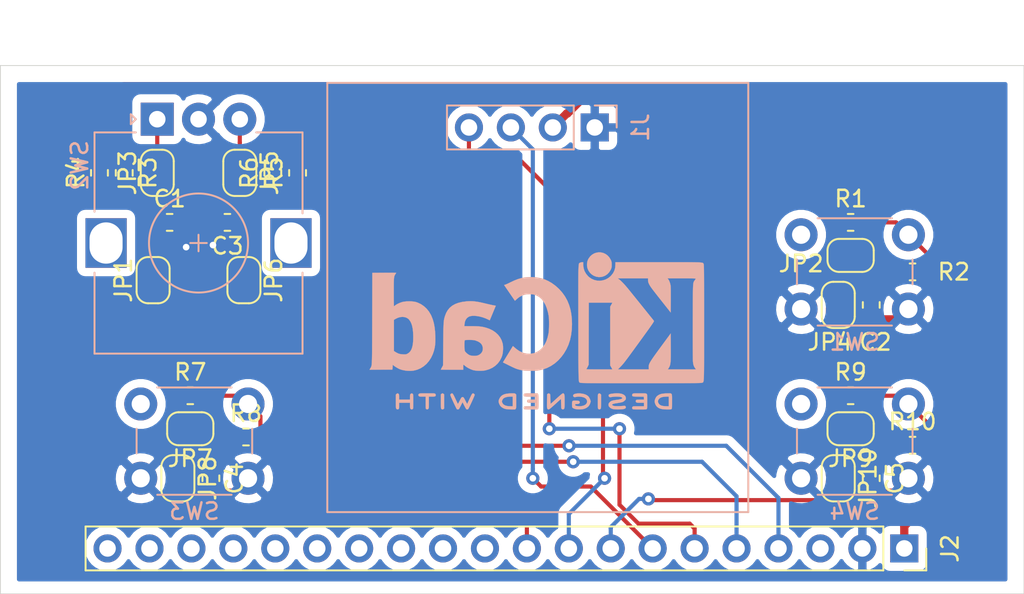
<source format=kicad_pcb>
(kicad_pcb (version 20171130) (host pcbnew "(5.1.2)-2")

  (general
    (thickness 1.6)
    (drawings 8)
    (tracks 165)
    (zones 0)
    (modules 32)
    (nets 31)
  )

  (page A4)
  (layers
    (0 F.Cu signal)
    (31 B.Cu signal)
    (32 B.Adhes user)
    (33 F.Adhes user)
    (34 B.Paste user)
    (35 F.Paste user)
    (36 B.SilkS user)
    (37 F.SilkS user)
    (38 B.Mask user)
    (39 F.Mask user)
    (40 Dwgs.User user)
    (41 Cmts.User user)
    (42 Eco1.User user)
    (43 Eco2.User user)
    (44 Edge.Cuts user)
    (45 Margin user)
    (46 B.CrtYd user)
    (47 F.CrtYd user)
    (48 B.Fab user)
    (49 F.Fab user)
  )

  (setup
    (last_trace_width 0.25)
    (trace_clearance 0.2)
    (zone_clearance 0.508)
    (zone_45_only no)
    (trace_min 0.2)
    (via_size 0.8)
    (via_drill 0.4)
    (via_min_size 0.4)
    (via_min_drill 0.3)
    (uvia_size 0.3)
    (uvia_drill 0.1)
    (uvias_allowed no)
    (uvia_min_size 0.2)
    (uvia_min_drill 0.1)
    (edge_width 0.05)
    (segment_width 0.2)
    (pcb_text_width 0.3)
    (pcb_text_size 1.5 1.5)
    (mod_edge_width 0.12)
    (mod_text_size 1 1)
    (mod_text_width 0.15)
    (pad_size 2 2)
    (pad_drill 1.1)
    (pad_to_mask_clearance 0.051)
    (solder_mask_min_width 0.051)
    (aux_axis_origin 0 0)
    (visible_elements FFFFFF7F)
    (pcbplotparams
      (layerselection 0x010fc_ffffffff)
      (usegerberextensions false)
      (usegerberattributes false)
      (usegerberadvancedattributes false)
      (creategerberjobfile false)
      (gerberprecision 5)
      (excludeedgelayer true)
      (linewidth 0.100000)
      (plotframeref false)
      (viasonmask false)
      (mode 1)
      (useauxorigin false)
      (hpglpennumber 1)
      (hpglpenspeed 20)
      (hpglpendiameter 15.000000)
      (psnegative false)
      (psa4output false)
      (plotreference true)
      (plotvalue true)
      (plotinvisibletext false)
      (padsonsilk false)
      (subtractmaskfromsilk false)
      (outputformat 1)
      (mirror false)
      (drillshape 0)
      (scaleselection 1)
      (outputdirectory "gbr/"))
  )

  (net 0 "")
  (net 1 GND)
  (net 2 "Net-(C1-Pad1)")
  (net 3 "Net-(C2-Pad1)")
  (net 4 "Net-(C3-Pad1)")
  (net 5 "Net-(C4-Pad1)")
  (net 6 "Net-(C5-Pad1)")
  (net 7 /PB7)
  (net 8 /PB6)
  (net 9 VCC)
  (net 10 /PB12)
  (net 11 /PB13)
  (net 12 /PB14)
  (net 13 /PB15)
  (net 14 /PA8)
  (net 15 /PA9)
  (net 16 /PA10)
  (net 17 /PA11)
  (net 18 /PA12)
  (net 19 /PA15)
  (net 20 /PB3)
  (net 21 /PB4)
  (net 22 /PB5)
  (net 23 /PB8)
  (net 24 /PB9)
  (net 25 /+5V)
  (net 26 "Net-(JP2-Pad1)")
  (net 27 "Net-(JP3-Pad2)")
  (net 28 "Net-(JP5-Pad1)")
  (net 29 "Net-(JP7-Pad1)")
  (net 30 "Net-(JP9-Pad1)")

  (net_class Default 这是默认网络类。
    (clearance 0.2)
    (trace_width 0.25)
    (via_dia 0.8)
    (via_drill 0.4)
    (uvia_dia 0.3)
    (uvia_drill 0.1)
    (add_net /PA10)
    (add_net /PA11)
    (add_net /PA12)
    (add_net /PA15)
    (add_net /PA8)
    (add_net /PA9)
    (add_net /PB12)
    (add_net /PB13)
    (add_net /PB14)
    (add_net /PB15)
    (add_net /PB3)
    (add_net /PB4)
    (add_net /PB5)
    (add_net /PB6)
    (add_net /PB7)
    (add_net /PB8)
    (add_net /PB9)
    (add_net "Net-(C1-Pad1)")
    (add_net "Net-(C2-Pad1)")
    (add_net "Net-(C3-Pad1)")
    (add_net "Net-(C4-Pad1)")
    (add_net "Net-(C5-Pad1)")
    (add_net "Net-(JP2-Pad1)")
    (add_net "Net-(JP3-Pad2)")
    (add_net "Net-(JP5-Pad1)")
    (add_net "Net-(JP7-Pad1)")
    (add_net "Net-(JP9-Pad1)")
  )

  (net_class Power ""
    (clearance 0.2)
    (trace_width 0.5)
    (via_dia 0.8)
    (via_drill 0.4)
    (uvia_dia 0.3)
    (uvia_drill 0.1)
    (add_net /+5V)
    (add_net GND)
    (add_net VCC)
  )

  (module Symbol:KiCad-Logo2_8mm_SilkScreen (layer B.Cu) (tedit 0) (tstamp 5DA4D13D)
    (at 90.5 81.75 180)
    (descr "KiCad Logo")
    (tags "Logo KiCad")
    (attr virtual)
    (fp_text reference REF** (at 0 6.35) (layer B.SilkS) hide
      (effects (font (size 1 1) (thickness 0.15)) (justify mirror))
    )
    (fp_text value KiCad-Logo2_8mm_SilkScreen (at 0 -7.62) (layer B.Fab) hide
      (effects (font (size 1 1) (thickness 0.15)) (justify mirror))
    )
    (fp_poly (pts (xy -7.974708 -4.606409) (xy -7.922143 -4.606944) (xy -7.768119 -4.61066) (xy -7.639125 -4.621699)
      (xy -7.530763 -4.641246) (xy -7.438638 -4.670483) (xy -7.358353 -4.710597) (xy -7.285512 -4.762769)
      (xy -7.259495 -4.785433) (xy -7.216337 -4.838462) (xy -7.177421 -4.910421) (xy -7.147427 -4.990184)
      (xy -7.131035 -5.066625) (xy -7.129332 -5.094872) (xy -7.140005 -5.173174) (xy -7.168607 -5.258705)
      (xy -7.210011 -5.339663) (xy -7.259095 -5.404246) (xy -7.267067 -5.412038) (xy -7.3346 -5.466808)
      (xy -7.408552 -5.509563) (xy -7.493188 -5.541423) (xy -7.592771 -5.563508) (xy -7.711566 -5.576938)
      (xy -7.853834 -5.582834) (xy -7.919 -5.583334) (xy -8.001855 -5.582935) (xy -8.060123 -5.581266)
      (xy -8.09927 -5.577622) (xy -8.124763 -5.571293) (xy -8.142068 -5.561574) (xy -8.151344 -5.553274)
      (xy -8.160106 -5.543192) (xy -8.166979 -5.530185) (xy -8.172192 -5.510769) (xy -8.175973 -5.48146)
      (xy -8.178551 -5.438773) (xy -8.180154 -5.379225) (xy -8.181011 -5.29933) (xy -8.181351 -5.195605)
      (xy -8.181403 -5.094872) (xy -8.181734 -4.960519) (xy -8.181662 -4.853192) (xy -8.180384 -4.801795)
      (xy -7.986019 -4.801795) (xy -7.986019 -5.387949) (xy -7.862025 -5.387835) (xy -7.787415 -5.385696)
      (xy -7.709272 -5.380183) (xy -7.644074 -5.372472) (xy -7.64209 -5.372155) (xy -7.536717 -5.346678)
      (xy -7.454986 -5.307) (xy -7.392816 -5.250538) (xy -7.353314 -5.189406) (xy -7.328974 -5.121593)
      (xy -7.330861 -5.057919) (xy -7.359109 -4.989665) (xy -7.414362 -4.919056) (xy -7.490927 -4.866735)
      (xy -7.590449 -4.831763) (xy -7.656961 -4.819386) (xy -7.732461 -4.810694) (xy -7.812479 -4.804404)
      (xy -7.880538 -4.801788) (xy -7.884569 -4.801776) (xy -7.986019 -4.801795) (xy -8.180384 -4.801795)
      (xy -8.17959 -4.769881) (xy -8.173915 -4.707579) (xy -8.163041 -4.663275) (xy -8.145368 -4.63396)
      (xy -8.119297 -4.616625) (xy -8.083229 -4.608261) (xy -8.035566 -4.605859) (xy -7.974708 -4.606409)) (layer B.SilkS) (width 0.01))
    (fp_poly (pts (xy -6.099384 -4.606516) (xy -6.006976 -4.607012) (xy -5.937227 -4.608165) (xy -5.886437 -4.610244)
      (xy -5.850905 -4.613515) (xy -5.826932 -4.618247) (xy -5.810818 -4.624707) (xy -5.798863 -4.633163)
      (xy -5.794533 -4.637055) (xy -5.768205 -4.678404) (xy -5.763465 -4.725916) (xy -5.780784 -4.768095)
      (xy -5.788793 -4.77662) (xy -5.801746 -4.784885) (xy -5.822602 -4.791261) (xy -5.85523 -4.796059)
      (xy -5.903496 -4.799588) (xy -5.971268 -4.802158) (xy -6.062414 -4.804081) (xy -6.145745 -4.805251)
      (xy -6.475546 -4.80931) (xy -6.48456 -4.98215) (xy -6.260696 -4.98215) (xy -6.163508 -4.982989)
      (xy -6.092357 -4.986496) (xy -6.043245 -4.994159) (xy -6.012171 -5.007467) (xy -5.995138 -5.027905)
      (xy -5.988146 -5.056963) (xy -5.987084 -5.083931) (xy -5.990384 -5.117021) (xy -6.002837 -5.141404)
      (xy -6.028274 -5.158353) (xy -6.070525 -5.169143) (xy -6.13342 -5.175048) (xy -6.220789 -5.177341)
      (xy -6.268475 -5.177535) (xy -6.48306 -5.177535) (xy -6.48306 -5.387949) (xy -6.152409 -5.387949)
      (xy -6.044024 -5.3881) (xy -5.961651 -5.388778) (xy -5.901243 -5.39032) (xy -5.858753 -5.393063)
      (xy -5.830135 -5.397345) (xy -5.811342 -5.403503) (xy -5.798328 -5.411873) (xy -5.791699 -5.418008)
      (xy -5.768961 -5.453813) (xy -5.76164 -5.485641) (xy -5.772093 -5.524518) (xy -5.791699 -5.553274)
      (xy -5.802159 -5.562327) (xy -5.815662 -5.569357) (xy -5.83584 -5.574618) (xy -5.866325 -5.578365)
      (xy -5.910749 -5.580854) (xy -5.972745 -5.582339) (xy -6.055945 -5.583075) (xy -6.163981 -5.583318)
      (xy -6.220043 -5.583334) (xy -6.340098 -5.583227) (xy -6.433728 -5.582739) (xy -6.504563 -5.581613)
      (xy -6.556235 -5.579595) (xy -6.592377 -5.57643) (xy -6.616622 -5.571863) (xy -6.632601 -5.56564)
      (xy -6.643947 -5.557504) (xy -6.648386 -5.553274) (xy -6.657171 -5.54316) (xy -6.664058 -5.530112)
      (xy -6.669275 -5.510634) (xy -6.673053 -5.481228) (xy -6.675624 -5.438398) (xy -6.677218 -5.378648)
      (xy -6.678065 -5.298481) (xy -6.678396 -5.194401) (xy -6.678445 -5.097492) (xy -6.6784 -4.973387)
      (xy -6.678088 -4.87583) (xy -6.677242 -4.80131) (xy -6.675596 -4.746315) (xy -6.672883 -4.707334)
      (xy -6.668837 -4.680857) (xy -6.663191 -4.66337) (xy -6.65568 -4.651364) (xy -6.646036 -4.641327)
      (xy -6.64366 -4.63909) (xy -6.632129 -4.629183) (xy -6.618732 -4.621512) (xy -6.59975 -4.61579)
      (xy -6.571469 -4.611732) (xy -6.530172 -4.609052) (xy -6.472142 -4.607466) (xy -6.393663 -4.606688)
      (xy -6.29102 -4.606432) (xy -6.21815 -4.60641) (xy -6.099384 -4.606516)) (layer B.SilkS) (width 0.01))
    (fp_poly (pts (xy -4.739942 -4.608121) (xy -4.640337 -4.615084) (xy -4.547698 -4.625959) (xy -4.467412 -4.640338)
      (xy -4.404862 -4.65781) (xy -4.365435 -4.677966) (xy -4.359383 -4.683899) (xy -4.338338 -4.729939)
      (xy -4.34472 -4.777204) (xy -4.377361 -4.817642) (xy -4.378918 -4.818801) (xy -4.398117 -4.831261)
      (xy -4.418159 -4.837813) (xy -4.446114 -4.838608) (xy -4.489053 -4.8338) (xy -4.554045 -4.823539)
      (xy -4.559273 -4.822675) (xy -4.656115 -4.810778) (xy -4.760598 -4.804909) (xy -4.865389 -4.804852)
      (xy -4.963156 -4.810391) (xy -5.046566 -4.821309) (xy -5.108287 -4.837389) (xy -5.112342 -4.839005)
      (xy -5.157118 -4.864093) (xy -5.17285 -4.889482) (xy -5.160534 -4.914451) (xy -5.121169 -4.93828)
      (xy -5.055752 -4.960246) (xy -4.96528 -4.97963) (xy -4.904954 -4.988962) (xy -4.779554 -5.006913)
      (xy -4.679819 -5.023323) (xy -4.6015 -5.039612) (xy -4.540347 -5.057202) (xy -4.492113 -5.077513)
      (xy -4.452549 -5.101967) (xy -4.417406 -5.131984) (xy -4.389165 -5.16146) (xy -4.355662 -5.202531)
      (xy -4.339173 -5.237846) (xy -4.334017 -5.281357) (xy -4.33383 -5.297292) (xy -4.337702 -5.350169)
      (xy -4.353181 -5.389507) (xy -4.379969 -5.424424) (xy -4.434413 -5.477798) (xy -4.495124 -5.518502)
      (xy -4.566612 -5.547864) (xy -4.65339 -5.567211) (xy -4.759968 -5.57787) (xy -4.890857 -5.581169)
      (xy -4.912469 -5.581113) (xy -4.999752 -5.579304) (xy -5.086313 -5.575193) (xy -5.162716 -5.56937)
      (xy -5.219524 -5.562425) (xy -5.224118 -5.561628) (xy -5.280599 -5.548248) (xy -5.328506 -5.531346)
      (xy -5.355627 -5.515895) (xy -5.380865 -5.47513) (xy -5.382623 -5.427662) (xy -5.360866 -5.385359)
      (xy -5.355998 -5.380576) (xy -5.335876 -5.366363) (xy -5.310712 -5.36024) (xy -5.271767 -5.361282)
      (xy -5.224489 -5.366698) (xy -5.171659 -5.371537) (xy -5.097602 -5.375619) (xy -5.011145 -5.378582)
      (xy -4.921117 -5.380061) (xy -4.897439 -5.380158) (xy -4.807076 -5.379794) (xy -4.740943 -5.37804)
      (xy -4.693221 -5.374287) (xy -4.658092 -5.367927) (xy -4.629736 -5.358351) (xy -4.612695 -5.350375)
      (xy -4.57525 -5.328229) (xy -4.551375 -5.308172) (xy -4.547886 -5.302487) (xy -4.555247 -5.279009)
      (xy -4.590241 -5.256281) (xy -4.650442 -5.235334) (xy -4.733425 -5.2172) (xy -4.757874 -5.213161)
      (xy -4.885576 -5.193103) (xy -4.987494 -5.176338) (xy -5.06756 -5.161647) (xy -5.129708 -5.147812)
      (xy -5.177872 -5.133615) (xy -5.215986 -5.117837) (xy -5.247984 -5.09926) (xy -5.277798 -5.076666)
      (xy -5.309364 -5.048837) (xy -5.319986 -5.03908) (xy -5.357227 -5.002666) (xy -5.376941 -4.973816)
      (xy -5.384653 -4.940802) (xy -5.385901 -4.899199) (xy -5.372169 -4.817615) (xy -5.331132 -4.748298)
      (xy -5.263024 -4.691472) (xy -5.168081 -4.647361) (xy -5.100338 -4.627576) (xy -5.026713 -4.614797)
      (xy -4.938515 -4.607568) (xy -4.84113 -4.605479) (xy -4.739942 -4.608121)) (layer B.SilkS) (width 0.01))
    (fp_poly (pts (xy -3.717617 -4.63647) (xy -3.708855 -4.646552) (xy -3.701982 -4.659559) (xy -3.696769 -4.678975)
      (xy -3.692988 -4.708284) (xy -3.69041 -4.750971) (xy -3.688807 -4.810519) (xy -3.687949 -4.890414)
      (xy -3.68761 -4.99414) (xy -3.687557 -5.094872) (xy -3.68765 -5.219816) (xy -3.688081 -5.318185)
      (xy -3.689077 -5.393465) (xy -3.690869 -5.449138) (xy -3.693683 -5.48869) (xy -3.69775 -5.515605)
      (xy -3.703296 -5.533367) (xy -3.710551 -5.545461) (xy -3.717617 -5.553274) (xy -3.761556 -5.579476)
      (xy -3.808374 -5.577125) (xy -3.850263 -5.548548) (xy -3.859888 -5.537391) (xy -3.867409 -5.524447)
      (xy -3.873088 -5.506136) (xy -3.877181 -5.478882) (xy -3.879949 -5.439104) (xy -3.88165 -5.383226)
      (xy -3.882543 -5.307668) (xy -3.882887 -5.208852) (xy -3.882942 -5.096978) (xy -3.882942 -4.680192)
      (xy -3.846051 -4.643301) (xy -3.800579 -4.612264) (xy -3.75647 -4.611145) (xy -3.717617 -4.63647)) (layer B.SilkS) (width 0.01))
    (fp_poly (pts (xy -2.421216 -4.613776) (xy -2.329995 -4.629082) (xy -2.259936 -4.652875) (xy -2.214358 -4.684204)
      (xy -2.201938 -4.702078) (xy -2.189308 -4.743649) (xy -2.197807 -4.781256) (xy -2.224639 -4.816919)
      (xy -2.26633 -4.833603) (xy -2.326824 -4.832248) (xy -2.373613 -4.823209) (xy -2.477582 -4.805987)
      (xy -2.583834 -4.804351) (xy -2.702763 -4.818329) (xy -2.735614 -4.824252) (xy -2.846199 -4.855431)
      (xy -2.932713 -4.90181) (xy -2.994207 -4.962599) (xy -3.029732 -5.037008) (xy -3.037079 -5.075478)
      (xy -3.03227 -5.153527) (xy -3.00122 -5.222581) (xy -2.94676 -5.281293) (xy -2.871718 -5.328317)
      (xy -2.778924 -5.362307) (xy -2.671206 -5.381918) (xy -2.551395 -5.385805) (xy -2.422319 -5.37262)
      (xy -2.415031 -5.371376) (xy -2.363692 -5.361814) (xy -2.335226 -5.352578) (xy -2.322888 -5.338873)
      (xy -2.319932 -5.315906) (xy -2.319865 -5.303743) (xy -2.319865 -5.252683) (xy -2.411031 -5.252683)
      (xy -2.491536 -5.247168) (xy -2.546475 -5.229594) (xy -2.57844 -5.198417) (xy -2.590026 -5.152094)
      (xy -2.590167 -5.146048) (xy -2.583389 -5.106453) (xy -2.560145 -5.078181) (xy -2.516884 -5.059471)
      (xy -2.450055 -5.048564) (xy -2.385324 -5.044554) (xy -2.291241 -5.042253) (xy -2.222998 -5.045764)
      (xy -2.176455 -5.058719) (xy -2.147472 -5.08475) (xy -2.131909 -5.127491) (xy -2.125625 -5.190574)
      (xy -2.12448 -5.273428) (xy -2.126356 -5.36591) (xy -2.132 -5.428818) (xy -2.141436 -5.462403)
      (xy -2.143267 -5.465033) (xy -2.195079 -5.506998) (xy -2.271044 -5.540232) (xy -2.366346 -5.564023)
      (xy -2.47617 -5.577663) (xy -2.5957 -5.580442) (xy -2.72012 -5.571649) (xy -2.793297 -5.560849)
      (xy -2.908074 -5.528362) (xy -3.01475 -5.47525) (xy -3.104065 -5.406319) (xy -3.11764 -5.392542)
      (xy -3.161746 -5.334622) (xy -3.201543 -5.26284) (xy -3.232381 -5.187583) (xy -3.249611 -5.119241)
      (xy -3.251688 -5.092993) (xy -3.242847 -5.038241) (xy -3.219349 -4.970119) (xy -3.185703 -4.898414)
      (xy -3.146418 -4.832913) (xy -3.111709 -4.789162) (xy -3.030557 -4.724083) (xy -2.925652 -4.672285)
      (xy -2.800754 -4.634938) (xy -2.659621 -4.613217) (xy -2.530279 -4.607909) (xy -2.421216 -4.613776)) (layer B.SilkS) (width 0.01))
    (fp_poly (pts (xy -1.555874 -4.612244) (xy -1.524499 -4.630649) (xy -1.483476 -4.660749) (xy -1.430678 -4.70396)
      (xy -1.363979 -4.761702) (xy -1.281253 -4.835392) (xy -1.180374 -4.926448) (xy -1.064895 -5.031138)
      (xy -0.824421 -5.249207) (xy -0.816906 -4.956508) (xy -0.814193 -4.855754) (xy -0.811576 -4.780722)
      (xy -0.808474 -4.727084) (xy -0.80431 -4.69051) (xy -0.798505 -4.666671) (xy -0.790478 -4.651238)
      (xy -0.779651 -4.639882) (xy -0.77391 -4.63511) (xy -0.727937 -4.609877) (xy -0.684191 -4.613566)
      (xy -0.649489 -4.635123) (xy -0.614007 -4.663835) (xy -0.609594 -5.08315) (xy -0.608373 -5.206471)
      (xy -0.607751 -5.303348) (xy -0.607944 -5.377394) (xy -0.609168 -5.432221) (xy -0.611638 -5.471443)
      (xy -0.615568 -5.498673) (xy -0.621174 -5.517523) (xy -0.628672 -5.531605) (xy -0.636987 -5.542899)
      (xy -0.654976 -5.563846) (xy -0.672875 -5.577731) (xy -0.693166 -5.58306) (xy -0.718332 -5.57834)
      (xy -0.750854 -5.562077) (xy -0.793217 -5.532777) (xy -0.847902 -5.488946) (xy -0.917391 -5.429091)
      (xy -1.004169 -5.351718) (xy -1.102469 -5.262814) (xy -1.455664 -4.942435) (xy -1.463179 -5.234177)
      (xy -1.465897 -5.334747) (xy -1.468521 -5.409604) (xy -1.471633 -5.463084) (xy -1.475816 -5.499526)
      (xy -1.481651 -5.523268) (xy -1.48972 -5.538646) (xy -1.500605 -5.55) (xy -1.506175 -5.554626)
      (xy -1.55541 -5.580042) (xy -1.601931 -5.576209) (xy -1.642443 -5.543733) (xy -1.65171 -5.530667)
      (xy -1.658933 -5.515409) (xy -1.664366 -5.494296) (xy -1.668262 -5.463669) (xy -1.670875 -5.419866)
      (xy -1.672461 -5.359227) (xy -1.673272 -5.278091) (xy -1.673562 -5.172797) (xy -1.673593 -5.094872)
      (xy -1.673495 -4.972988) (xy -1.673033 -4.877503) (xy -1.671951 -4.804755) (xy -1.669997 -4.751083)
      (xy -1.666916 -4.712827) (xy -1.662454 -4.686327) (xy -1.656357 -4.66792) (xy -1.648371 -4.653948)
      (xy -1.642443 -4.646011) (xy -1.627416 -4.627212) (xy -1.613372 -4.613017) (xy -1.598184 -4.604846)
      (xy -1.579727 -4.604116) (xy -1.555874 -4.612244)) (layer B.SilkS) (width 0.01))
    (fp_poly (pts (xy 0.481716 -4.606667) (xy 0.583377 -4.607884) (xy 0.661282 -4.61073) (xy 0.718581 -4.615874)
      (xy 0.758427 -4.623984) (xy 0.783968 -4.635731) (xy 0.798357 -4.651782) (xy 0.804745 -4.672808)
      (xy 0.806281 -4.699476) (xy 0.806289 -4.702626) (xy 0.804955 -4.73279) (xy 0.798651 -4.756103)
      (xy 0.783922 -4.773506) (xy 0.757315 -4.78594) (xy 0.715374 -4.794345) (xy 0.654646 -4.799665)
      (xy 0.571676 -4.802839) (xy 0.463011 -4.804809) (xy 0.429705 -4.805245) (xy 0.107413 -4.80931)
      (xy 0.102906 -4.89573) (xy 0.098398 -4.98215) (xy 0.322263 -4.98215) (xy 0.409721 -4.982473)
      (xy 0.472169 -4.983837) (xy 0.514654 -4.986839) (xy 0.542223 -4.992073) (xy 0.559922 -5.000135)
      (xy 0.572797 -5.01162) (xy 0.57288 -5.011711) (xy 0.59623 -5.056471) (xy 0.595386 -5.104847)
      (xy 0.570879 -5.146086) (xy 0.566029 -5.150325) (xy 0.548815 -5.161249) (xy 0.525226 -5.168849)
      (xy 0.490007 -5.173697) (xy 0.4379 -5.176366) (xy 0.36365 -5.177428) (xy 0.316162 -5.177535)
      (xy 0.099898 -5.177535) (xy 0.099898 -5.387949) (xy 0.42822 -5.387949) (xy 0.536618 -5.388139)
      (xy 0.618935 -5.388914) (xy 0.679149 -5.390584) (xy 0.721235 -5.393458) (xy 0.749171 -5.397847)
      (xy 0.766934 -5.404059) (xy 0.7785 -5.412404) (xy 0.781415 -5.415434) (xy 0.802936 -5.457434)
      (xy 0.80451 -5.505214) (xy 0.786855 -5.546642) (xy 0.772885 -5.559937) (xy 0.758354 -5.567256)
      (xy 0.735838 -5.572919) (xy 0.701776 -5.577123) (xy 0.652607 -5.580068) (xy 0.584768 -5.581951)
      (xy 0.494698 -5.58297) (xy 0.378837 -5.583325) (xy 0.352643 -5.583334) (xy 0.234839 -5.583256)
      (xy 0.143396 -5.582831) (xy 0.074614 -5.581766) (xy 0.024796 -5.579769) (xy -0.00976 -5.57655)
      (xy -0.03275 -5.571816) (xy -0.047874 -5.565277) (xy -0.058831 -5.556641) (xy -0.064842 -5.55044)
      (xy -0.07389 -5.539457) (xy -0.080958 -5.525852) (xy -0.086291 -5.506056) (xy -0.090132 -5.476502)
      (xy -0.092725 -5.433621) (xy -0.094313 -5.373845) (xy -0.095139 -5.293607) (xy -0.095448 -5.189339)
      (xy -0.095486 -5.10158) (xy -0.095392 -4.978608) (xy -0.094943 -4.882069) (xy -0.093892 -4.808339)
      (xy -0.09199 -4.75379) (xy -0.088991 -4.714799) (xy -0.084645 -4.687739) (xy -0.078706 -4.668984)
      (xy -0.070925 -4.65491) (xy -0.064336 -4.646011) (xy -0.033186 -4.60641) (xy 0.353148 -4.60641)
      (xy 0.481716 -4.606667)) (layer B.SilkS) (width 0.01))
    (fp_poly (pts (xy 1.530783 -4.606687) (xy 1.702501 -4.612493) (xy 1.848555 -4.630101) (xy 1.971353 -4.660563)
      (xy 2.073303 -4.704935) (xy 2.156814 -4.764271) (xy 2.224293 -4.839624) (xy 2.278149 -4.93205)
      (xy 2.279208 -4.934304) (xy 2.311349 -5.017024) (xy 2.322801 -5.090284) (xy 2.31352 -5.164012)
      (xy 2.283461 -5.248135) (xy 2.277761 -5.260937) (xy 2.238885 -5.335862) (xy 2.195195 -5.393757)
      (xy 2.138806 -5.442972) (xy 2.061838 -5.491857) (xy 2.057366 -5.494409) (xy 1.990363 -5.526595)
      (xy 1.914631 -5.550632) (xy 1.825304 -5.567351) (xy 1.717515 -5.577579) (xy 1.586398 -5.582146)
      (xy 1.540072 -5.582543) (xy 1.319476 -5.583334) (xy 1.288326 -5.543733) (xy 1.279086 -5.530711)
      (xy 1.271878 -5.515504) (xy 1.26645 -5.494466) (xy 1.262551 -5.46395) (xy 1.259929 -5.420311)
      (xy 1.259074 -5.387949) (xy 1.467591 -5.387949) (xy 1.592582 -5.387949) (xy 1.665723 -5.38581)
      (xy 1.740807 -5.380181) (xy 1.80243 -5.372243) (xy 1.806149 -5.371575) (xy 1.915599 -5.342212)
      (xy 2.000494 -5.298097) (xy 2.063518 -5.237183) (xy 2.10736 -5.157424) (xy 2.114983 -5.136284)
      (xy 2.122456 -5.103362) (xy 2.119221 -5.070836) (xy 2.103479 -5.027564) (xy 2.09399 -5.006307)
      (xy 2.062917 -4.94982) (xy 2.025479 -4.910191) (xy 1.984287 -4.882594) (xy 1.901776 -4.846682)
      (xy 1.796179 -4.820668) (xy 1.673164 -4.805688) (xy 1.58407 -4.802392) (xy 1.467591 -4.801795)
      (xy 1.467591 -5.387949) (xy 1.259074 -5.387949) (xy 1.258332 -5.3599) (xy 1.25751 -5.279072)
      (xy 1.25721 -5.174181) (xy 1.257176 -5.092162) (xy 1.257176 -4.680192) (xy 1.294067 -4.643301)
      (xy 1.31044 -4.628348) (xy 1.328143 -4.618108) (xy 1.352865 -4.611701) (xy 1.390294 -4.608247)
      (xy 1.446119 -4.606867) (xy 1.526028 -4.606681) (xy 1.530783 -4.606687)) (layer B.SilkS) (width 0.01))
    (fp_poly (pts (xy 5.160547 -4.60903) (xy 5.186628 -4.61835) (xy 5.187634 -4.618806) (xy 5.223052 -4.645834)
      (xy 5.242566 -4.673636) (xy 5.246384 -4.686672) (xy 5.246195 -4.703992) (xy 5.240822 -4.728667)
      (xy 5.229088 -4.763764) (xy 5.209813 -4.812353) (xy 5.181822 -4.877502) (xy 5.143936 -4.962281)
      (xy 5.094978 -5.069759) (xy 5.068031 -5.128503) (xy 5.01937 -5.233373) (xy 4.97369 -5.329814)
      (xy 4.932734 -5.414298) (xy 4.898246 -5.4833) (xy 4.871969 -5.533294) (xy 4.855646 -5.560754)
      (xy 4.852416 -5.564547) (xy 4.811089 -5.58128) (xy 4.764409 -5.579039) (xy 4.72697 -5.558687)
      (xy 4.725444 -5.557032) (xy 4.710551 -5.534486) (xy 4.685569 -5.490571) (xy 4.653579 -5.43094)
      (xy 4.61766 -5.361246) (xy 4.604752 -5.335563) (xy 4.507314 -5.140397) (xy 4.401106 -5.352407)
      (xy 4.363197 -5.425661) (xy 4.328027 -5.48919) (xy 4.298468 -5.538131) (xy 4.277394 -5.567622)
      (xy 4.270252 -5.573876) (xy 4.214738 -5.582345) (xy 4.168929 -5.564547) (xy 4.155454 -5.545525)
      (xy 4.132136 -5.503249) (xy 4.100877 -5.44188) (xy 4.06358 -5.365576) (xy 4.022146 -5.278499)
      (xy 3.978478 -5.184807) (xy 3.934478 -5.088661) (xy 3.892048 -4.994221) (xy 3.85309 -4.905645)
      (xy 3.819507 -4.827096) (xy 3.793201 -4.762731) (xy 3.776074 -4.716711) (xy 3.770029 -4.693197)
      (xy 3.770091 -4.692345) (xy 3.7848 -4.662756) (xy 3.814202 -4.63262) (xy 3.815933 -4.631308)
      (xy 3.85207 -4.610882) (xy 3.885494 -4.61108) (xy 3.898022 -4.614931) (xy 3.913287 -4.623253)
      (xy 3.929498 -4.639625) (xy 3.948599 -4.667442) (xy 3.972535 -4.7101) (xy 4.003251 -4.770995)
      (xy 4.042691 -4.853525) (xy 4.078258 -4.929707) (xy 4.119177 -5.018014) (xy 4.155844 -5.097426)
      (xy 4.186354 -5.163796) (xy 4.208802 -5.212975) (xy 4.221283 -5.240813) (xy 4.223103 -5.245168)
      (xy 4.23129 -5.238049) (xy 4.250105 -5.208241) (xy 4.277046 -5.160096) (xy 4.309608 -5.097963)
      (xy 4.322566 -5.072328) (xy 4.36646 -4.985765) (xy 4.400311 -4.922725) (xy 4.426897 -4.879542)
      (xy 4.448995 -4.852552) (xy 4.469384 -4.838088) (xy 4.49084 -4.832487) (xy 4.504823 -4.831854)
      (xy 4.529488 -4.83404) (xy 4.551102 -4.843079) (xy 4.572578 -4.862697) (xy 4.59683 -4.896617)
      (xy 4.62677 -4.948562) (xy 4.665313 -5.022258) (xy 4.686578 -5.06418) (xy 4.721072 -5.130994)
      (xy 4.751156 -5.186401) (xy 4.774177 -5.225727) (xy 4.78748 -5.244296) (xy 4.789289 -5.245069)
      (xy 4.79788 -5.230455) (xy 4.817114 -5.192507) (xy 4.845065 -5.135196) (xy 4.879807 -5.062496)
      (xy 4.919413 -4.978376) (xy 4.938896 -4.936594) (xy 4.98958 -4.828763) (xy 5.030393 -4.74579)
      (xy 5.063454 -4.684966) (xy 5.090881 -4.643585) (xy 5.114792 -4.61894) (xy 5.137308 -4.608324)
      (xy 5.160547 -4.60903)) (layer B.SilkS) (width 0.01))
    (fp_poly (pts (xy 5.751604 -4.615477) (xy 5.783174 -4.635142) (xy 5.818656 -4.663873) (xy 5.818656 -5.091966)
      (xy 5.818543 -5.21719) (xy 5.818059 -5.315847) (xy 5.816986 -5.39143) (xy 5.815108 -5.447433)
      (xy 5.812206 -5.487347) (xy 5.808063 -5.514666) (xy 5.802462 -5.532881) (xy 5.795185 -5.545486)
      (xy 5.790024 -5.551696) (xy 5.748168 -5.57898) (xy 5.700505 -5.577867) (xy 5.658753 -5.554602)
      (xy 5.623271 -5.525871) (xy 5.623271 -4.663873) (xy 5.658753 -4.635142) (xy 5.692998 -4.614242)
      (xy 5.720963 -4.60641) (xy 5.751604 -4.615477)) (layer B.SilkS) (width 0.01))
    (fp_poly (pts (xy 6.782677 -4.606539) (xy 6.887465 -4.607043) (xy 6.968799 -4.608096) (xy 7.02998 -4.609876)
      (xy 7.074311 -4.612557) (xy 7.105094 -4.616314) (xy 7.125631 -4.621325) (xy 7.139225 -4.627763)
      (xy 7.145803 -4.632712) (xy 7.179944 -4.676029) (xy 7.184074 -4.721003) (xy 7.162976 -4.76186)
      (xy 7.149179 -4.778186) (xy 7.134332 -4.789318) (xy 7.112815 -4.79625) (xy 7.079008 -4.799977)
      (xy 7.027292 -4.801494) (xy 6.952047 -4.801794) (xy 6.937269 -4.801795) (xy 6.742975 -4.801795)
      (xy 6.742975 -5.162505) (xy 6.742847 -5.276201) (xy 6.742266 -5.363685) (xy 6.740936 -5.428802)
      (xy 6.73856 -5.475398) (xy 6.734844 -5.507319) (xy 6.729492 -5.528412) (xy 6.722207 -5.542523)
      (xy 6.712916 -5.553274) (xy 6.669071 -5.579696) (xy 6.6233 -5.577614) (xy 6.58179 -5.547469)
      (xy 6.578741 -5.543733) (xy 6.568812 -5.52961) (xy 6.561248 -5.513086) (xy 6.555729 -5.490146)
      (xy 6.551933 -5.456773) (xy 6.549542 -5.408955) (xy 6.548234 -5.342674) (xy 6.547691 -5.253918)
      (xy 6.547591 -5.152963) (xy 6.547591 -4.801795) (xy 6.36205 -4.801795) (xy 6.282427 -4.801256)
      (xy 6.227304 -4.799157) (xy 6.191132 -4.794771) (xy 6.168362 -4.787376) (xy 6.153447 -4.776245)
      (xy 6.151636 -4.77431) (xy 6.129858 -4.730057) (xy 6.131784 -4.680029) (xy 6.156821 -4.63647)
      (xy 6.166504 -4.62802) (xy 6.178988 -4.621321) (xy 6.197603 -4.616169) (xy 6.225677 -4.612361)
      (xy 6.266541 -4.609697) (xy 6.323522 -4.607972) (xy 6.399952 -4.606984) (xy 6.499157 -4.606532)
      (xy 6.624469 -4.606412) (xy 6.651133 -4.60641) (xy 6.782677 -4.606539)) (layer B.SilkS) (width 0.01))
    (fp_poly (pts (xy 8.467859 -4.613688) (xy 8.509635 -4.643301) (xy 8.546525 -4.680192) (xy 8.546525 -5.092162)
      (xy 8.546429 -5.214486) (xy 8.545972 -5.310398) (xy 8.544903 -5.383544) (xy 8.542971 -5.43757)
      (xy 8.539923 -5.476123) (xy 8.535509 -5.502848) (xy 8.529476 -5.521394) (xy 8.521574 -5.535405)
      (xy 8.515375 -5.543733) (xy 8.474461 -5.576449) (xy 8.427482 -5.58) (xy 8.384544 -5.559937)
      (xy 8.370356 -5.548092) (xy 8.360872 -5.532358) (xy 8.355151 -5.507022) (xy 8.352253 -5.46637)
      (xy 8.351238 -5.404688) (xy 8.351141 -5.357038) (xy 8.351141 -5.177535) (xy 7.689839 -5.177535)
      (xy 7.689839 -5.340833) (xy 7.689155 -5.415505) (xy 7.686419 -5.466824) (xy 7.680604 -5.501477)
      (xy 7.670684 -5.526155) (xy 7.658689 -5.543733) (xy 7.617546 -5.576357) (xy 7.571017 -5.58022)
      (xy 7.526473 -5.557032) (xy 7.514312 -5.544876) (xy 7.505723 -5.528761) (xy 7.500058 -5.50366)
      (xy 7.496669 -5.464544) (xy 7.494908 -5.406386) (xy 7.494128 -5.324158) (xy 7.494036 -5.305286)
      (xy 7.493392 -5.150357) (xy 7.49306 -5.022674) (xy 7.493168 -4.919427) (xy 7.493845 -4.837803)
      (xy 7.495218 -4.774992) (xy 7.497416 -4.728181) (xy 7.500566 -4.694559) (xy 7.504798 -4.671315)
      (xy 7.510238 -4.655636) (xy 7.517015 -4.644711) (xy 7.524514 -4.63647) (xy 7.566933 -4.610107)
      (xy 7.611172 -4.613688) (xy 7.652948 -4.643301) (xy 7.669853 -4.662407) (xy 7.680629 -4.683511)
      (xy 7.686641 -4.713568) (xy 7.689256 -4.759533) (xy 7.689839 -4.82836) (xy 7.689839 -4.98215)
      (xy 8.351141 -4.98215) (xy 8.351141 -4.824339) (xy 8.351816 -4.751636) (xy 8.354526 -4.702545)
      (xy 8.360301 -4.670636) (xy 8.370169 -4.649478) (xy 8.3812 -4.63647) (xy 8.423619 -4.610107)
      (xy 8.467859 -4.613688)) (layer B.SilkS) (width 0.01))
    (fp_poly (pts (xy -3.602318 3.916067) (xy -3.466071 3.868828) (xy -3.339221 3.794473) (xy -3.225933 3.693013)
      (xy -3.130372 3.564457) (xy -3.087446 3.483428) (xy -3.050295 3.370092) (xy -3.032288 3.239249)
      (xy -3.034283 3.104735) (xy -3.056423 2.982842) (xy -3.116936 2.833893) (xy -3.204686 2.704691)
      (xy -3.315212 2.597777) (xy -3.444054 2.515694) (xy -3.586753 2.460984) (xy -3.738849 2.43619)
      (xy -3.895881 2.443853) (xy -3.973286 2.460228) (xy -4.124141 2.518911) (xy -4.258125 2.608457)
      (xy -4.372006 2.726107) (xy -4.462552 2.869098) (xy -4.470212 2.884714) (xy -4.496694 2.943314)
      (xy -4.513322 2.992666) (xy -4.52235 3.04473) (xy -4.526032 3.111461) (xy -4.526643 3.184071)
      (xy -4.525633 3.271309) (xy -4.521072 3.334376) (xy -4.510666 3.385364) (xy -4.492121 3.436367)
      (xy -4.46923 3.486687) (xy -4.383846 3.62953) (xy -4.278699 3.74519) (xy -4.157955 3.833675)
      (xy -4.025779 3.894995) (xy -3.886337 3.929161) (xy -3.743795 3.936182) (xy -3.602318 3.916067)) (layer B.SilkS) (width 0.01))
    (fp_poly (pts (xy 9.041571 2.699911) (xy 9.195876 2.699277) (xy 9.248321 2.698958) (xy 9.9695 2.694214)
      (xy 9.978571 -0.072572) (xy 9.979769 -0.447756) (xy 9.980832 -0.788417) (xy 9.981827 -1.096318)
      (xy 9.982823 -1.373221) (xy 9.983888 -1.620888) (xy 9.985091 -1.841081) (xy 9.986499 -2.035562)
      (xy 9.988182 -2.206094) (xy 9.990206 -2.35444) (xy 9.992641 -2.482361) (xy 9.995554 -2.59162)
      (xy 9.999015 -2.683979) (xy 10.00309 -2.7612) (xy 10.007849 -2.825046) (xy 10.01336 -2.877278)
      (xy 10.019691 -2.91966) (xy 10.02691 -2.953953) (xy 10.035085 -2.98192) (xy 10.044285 -3.005324)
      (xy 10.054577 -3.025925) (xy 10.066031 -3.045487) (xy 10.078715 -3.065772) (xy 10.092695 -3.088543)
      (xy 10.095561 -3.093393) (xy 10.14364 -3.175433) (xy 8.753928 -3.165929) (xy 8.744857 -3.013295)
      (xy 8.739918 -2.940045) (xy 8.734771 -2.897696) (xy 8.727786 -2.880892) (xy 8.717337 -2.884277)
      (xy 8.708571 -2.89396) (xy 8.670388 -2.929229) (xy 8.608155 -2.974563) (xy 8.530641 -3.024546)
      (xy 8.446613 -3.073761) (xy 8.364839 -3.116791) (xy 8.302052 -3.145101) (xy 8.154954 -3.191624)
      (xy 7.98618 -3.224579) (xy 7.808191 -3.242707) (xy 7.633447 -3.24475) (xy 7.474407 -3.229447)
      (xy 7.471788 -3.229009) (xy 7.254168 -3.174402) (xy 7.050455 -3.087401) (xy 6.862613 -2.969876)
      (xy 6.692607 -2.823697) (xy 6.542402 -2.650734) (xy 6.413964 -2.452857) (xy 6.309257 -2.231936)
      (xy 6.252246 -2.068286) (xy 6.214651 -1.931375) (xy 6.186771 -1.798798) (xy 6.167753 -1.662502)
      (xy 6.156745 -1.514433) (xy 6.152895 -1.346537) (xy 6.1546 -1.20944) (xy 7.493359 -1.20944)
      (xy 7.499694 -1.439329) (xy 7.519679 -1.637111) (xy 7.553927 -1.804539) (xy 7.603055 -1.943369)
      (xy 7.667676 -2.055358) (xy 7.748405 -2.142259) (xy 7.841591 -2.203692) (xy 7.89008 -2.226626)
      (xy 7.932134 -2.240375) (xy 7.97902 -2.246666) (xy 8.042004 -2.247222) (xy 8.109857 -2.244773)
      (xy 8.243295 -2.233004) (xy 8.348832 -2.209955) (xy 8.382 -2.19841) (xy 8.457735 -2.164311)
      (xy 8.537614 -2.121491) (xy 8.5725 -2.100057) (xy 8.663214 -2.040556) (xy 8.663214 -0.154584)
      (xy 8.563428 -0.094771) (xy 8.424267 -0.027185) (xy 8.282087 0.012786) (xy 8.14209 0.025378)
      (xy 8.009474 0.010827) (xy 7.88944 -0.030632) (xy 7.787188 -0.098763) (xy 7.754195 -0.131466)
      (xy 7.674667 -0.238619) (xy 7.610299 -0.368327) (xy 7.560553 -0.522814) (xy 7.524891 -0.704302)
      (xy 7.502775 -0.915015) (xy 7.493667 -1.157175) (xy 7.493359 -1.20944) (xy 6.1546 -1.20944)
      (xy 6.15531 -1.152374) (xy 6.170605 -0.853713) (xy 6.201358 -0.584325) (xy 6.248381 -0.340285)
      (xy 6.312482 -0.11767) (xy 6.394472 0.087444) (xy 6.42373 0.148254) (xy 6.541581 0.34656)
      (xy 6.683996 0.522788) (xy 6.847629 0.674092) (xy 7.029131 0.797629) (xy 7.225153 0.890553)
      (xy 7.342655 0.928885) (xy 7.458054 0.951641) (xy 7.596907 0.96518) (xy 7.747574 0.969508)
      (xy 7.898413 0.964632) (xy 8.037785 0.950556) (xy 8.149691 0.928475) (xy 8.282884 0.885172)
      (xy 8.411979 0.829489) (xy 8.524928 0.767064) (xy 8.585043 0.724697) (xy 8.62651 0.693193)
      (xy 8.655545 0.67401) (xy 8.66215 0.671286) (xy 8.664198 0.688837) (xy 8.666107 0.739125)
      (xy 8.667836 0.8186) (xy 8.669341 0.923714) (xy 8.670581 1.050917) (xy 8.671513 1.196661)
      (xy 8.672095 1.357397) (xy 8.672286 1.521116) (xy 8.672179 1.730812) (xy 8.671658 1.907604)
      (xy 8.670416 2.054874) (xy 8.668148 2.176003) (xy 8.66455 2.274373) (xy 8.659317 2.353366)
      (xy 8.652144 2.416362) (xy 8.642726 2.466745) (xy 8.630758 2.507895) (xy 8.615935 2.543194)
      (xy 8.597952 2.576023) (xy 8.576505 2.609765) (xy 8.573745 2.613943) (xy 8.546083 2.657644)
      (xy 8.529382 2.687695) (xy 8.527143 2.694033) (xy 8.544643 2.696033) (xy 8.594574 2.69766)
      (xy 8.673085 2.698888) (xy 8.776323 2.699689) (xy 8.900436 2.700039) (xy 9.041571 2.699911)) (layer B.SilkS) (width 0.01))
    (fp_poly (pts (xy 4.185632 0.97227) (xy 4.275523 0.965465) (xy 4.532715 0.931247) (xy 4.760485 0.876669)
      (xy 4.959943 0.80098) (xy 5.132197 0.70343) (xy 5.278359 0.583268) (xy 5.399536 0.439742)
      (xy 5.496839 0.272102) (xy 5.567891 0.090714) (xy 5.585927 0.032854) (xy 5.601632 -0.021329)
      (xy 5.615192 -0.074752) (xy 5.626792 -0.130333) (xy 5.636617 -0.190988) (xy 5.644853 -0.259635)
      (xy 5.651684 -0.33919) (xy 5.657295 -0.432572) (xy 5.661872 -0.542696) (xy 5.6656 -0.672481)
      (xy 5.668665 -0.824842) (xy 5.67125 -1.002698) (xy 5.673542 -1.208965) (xy 5.675725 -1.446561)
      (xy 5.677286 -1.632857) (xy 5.687785 -2.911929) (xy 5.755821 -3.035018) (xy 5.788038 -3.094317)
      (xy 5.812012 -3.140377) (xy 5.82345 -3.164893) (xy 5.823857 -3.166553) (xy 5.806375 -3.168454)
      (xy 5.756574 -3.170205) (xy 5.678421 -3.171758) (xy 5.575882 -3.173062) (xy 5.452922 -3.17407)
      (xy 5.31351 -3.174731) (xy 5.161611 -3.174997) (xy 5.1435 -3.175) (xy 4.463143 -3.175)
      (xy 4.463143 -3.020786) (xy 4.461982 -2.951094) (xy 4.458887 -2.897794) (xy 4.454432 -2.869217)
      (xy 4.452463 -2.866572) (xy 4.434455 -2.877653) (xy 4.397393 -2.906736) (xy 4.349222 -2.947579)
      (xy 4.348141 -2.948524) (xy 4.260235 -3.013971) (xy 4.149217 -3.079688) (xy 4.027631 -3.139219)
      (xy 3.908021 -3.186109) (xy 3.855357 -3.202133) (xy 3.750551 -3.222485) (xy 3.62195 -3.235472)
      (xy 3.481325 -3.240909) (xy 3.340448 -3.238611) (xy 3.211093 -3.228392) (xy 3.120571 -3.213689)
      (xy 2.89858 -3.148499) (xy 2.698729 -3.055594) (xy 2.522319 -2.936126) (xy 2.37065 -2.791247)
      (xy 2.245024 -2.62211) (xy 2.146741 -2.429867) (xy 2.104341 -2.313214) (xy 2.077768 -2.199833)
      (xy 2.060158 -2.063722) (xy 2.05201 -1.917437) (xy 2.052278 -1.896151) (xy 3.279321 -1.896151)
      (xy 3.289496 -2.00485) (xy 3.323378 -2.095185) (xy 3.386 -2.178995) (xy 3.410052 -2.203571)
      (xy 3.495551 -2.270011) (xy 3.594373 -2.312574) (xy 3.712768 -2.333177) (xy 3.837445 -2.334694)
      (xy 3.955698 -2.324677) (xy 4.046239 -2.305085) (xy 4.08556 -2.29037) (xy 4.156432 -2.250265)
      (xy 4.231525 -2.193863) (xy 4.300038 -2.130561) (xy 4.351172 -2.069755) (xy 4.36475 -2.047449)
      (xy 4.375305 -2.016212) (xy 4.38281 -1.966507) (xy 4.387613 -1.893587) (xy 4.390065 -1.792703)
      (xy 4.390571 -1.696689) (xy 4.390228 -1.58475) (xy 4.388843 -1.503809) (xy 4.385881 -1.448585)
      (xy 4.380808 -1.413794) (xy 4.37309 -1.394154) (xy 4.362192 -1.38438) (xy 4.358821 -1.382824)
      (xy 4.329529 -1.378029) (xy 4.271756 -1.374108) (xy 4.193304 -1.371414) (xy 4.101974 -1.370299)
      (xy 4.082143 -1.370298) (xy 3.960063 -1.372246) (xy 3.865749 -1.378041) (xy 3.790807 -1.388475)
      (xy 3.728903 -1.403714) (xy 3.575349 -1.461784) (xy 3.454932 -1.533179) (xy 3.36661 -1.619039)
      (xy 3.309339 -1.720507) (xy 3.282078 -1.838725) (xy 3.279321 -1.896151) (xy 2.052278 -1.896151)
      (xy 2.053823 -1.773533) (xy 2.066096 -1.644565) (xy 2.07567 -1.59246) (xy 2.136801 -1.398997)
      (xy 2.229757 -1.220993) (xy 2.352783 -1.060155) (xy 2.504124 -0.91819) (xy 2.682025 -0.796806)
      (xy 2.884732 -0.697709) (xy 3.057071 -0.637533) (xy 3.172253 -0.605919) (xy 3.282423 -0.581354)
      (xy 3.394719 -0.563039) (xy 3.516275 -0.550178) (xy 3.654229 -0.541972) (xy 3.815715 -0.537624)
      (xy 3.961715 -0.5364) (xy 4.394645 -0.535215) (xy 4.386351 -0.40508) (xy 4.362801 -0.263883)
      (xy 4.312703 -0.142518) (xy 4.238191 -0.044017) (xy 4.141399 0.028591) (xy 4.056171 0.064021)
      (xy 3.934056 0.08635) (xy 3.788683 0.089557) (xy 3.626867 0.074823) (xy 3.455422 0.04333)
      (xy 3.281163 -0.00374) (xy 3.110904 -0.065203) (xy 2.987176 -0.121417) (xy 2.927647 -0.150283)
      (xy 2.882242 -0.170443) (xy 2.85915 -0.17831) (xy 2.857897 -0.178058) (xy 2.849929 -0.160437)
      (xy 2.830031 -0.113733) (xy 2.800077 -0.042418) (xy 2.761939 0.049031) (xy 2.717488 0.156141)
      (xy 2.672305 0.265451) (xy 2.491667 0.70326) (xy 2.620155 0.724364) (xy 2.675846 0.734953)
      (xy 2.759564 0.752737) (xy 2.864139 0.776102) (xy 2.982399 0.803435) (xy 3.107172 0.833119)
      (xy 3.156857 0.845182) (xy 3.371807 0.895038) (xy 3.559995 0.932416) (xy 3.728446 0.958073)
      (xy 3.884186 0.972765) (xy 4.03424 0.977245) (xy 4.185632 0.97227)) (layer B.SilkS) (width 0.01))
    (fp_poly (pts (xy 0.581378 2.430769) (xy 0.777019 2.409351) (xy 0.966562 2.371015) (xy 1.157717 2.313762)
      (xy 1.358196 2.235591) (xy 1.575708 2.134504) (xy 1.61488 2.114924) (xy 1.704772 2.070638)
      (xy 1.789553 2.030761) (xy 1.860855 1.999102) (xy 1.91031 1.979468) (xy 1.917908 1.976996)
      (xy 1.990714 1.955183) (xy 1.664803 1.481056) (xy 1.585123 1.365177) (xy 1.512272 1.259306)
      (xy 1.44873 1.167038) (xy 1.396972 1.091967) (xy 1.359477 1.037687) (xy 1.338723 1.007793)
      (xy 1.335351 1.003059) (xy 1.321655 1.012958) (xy 1.287943 1.042715) (xy 1.240244 1.086927)
      (xy 1.21392 1.111916) (xy 1.064772 1.230544) (xy 0.897268 1.320687) (xy 0.752928 1.370064)
      (xy 0.666283 1.385571) (xy 0.557796 1.395021) (xy 0.440227 1.398239) (xy 0.326334 1.395049)
      (xy 0.228879 1.385276) (xy 0.18999 1.377791) (xy 0.014712 1.317488) (xy -0.143235 1.22541)
      (xy -0.283732 1.101727) (xy -0.406665 0.946607) (xy -0.511915 0.760219) (xy -0.599365 0.54273)
      (xy -0.6689 0.294308) (xy -0.710225 0.081643) (xy -0.721006 -0.012241) (xy -0.728352 -0.133524)
      (xy -0.732333 -0.273493) (xy -0.733021 -0.423431) (xy -0.730486 -0.574622) (xy -0.7248 -0.718351)
      (xy -0.716033 -0.845903) (xy -0.704256 -0.948562) (xy -0.701707 -0.964401) (xy -0.645519 -1.219536)
      (xy -0.568964 -1.445342) (xy -0.471574 -1.642831) (xy -0.352886 -1.813014) (xy -0.268637 -1.905022)
      (xy -0.11723 -2.029943) (xy 0.048817 -2.12254) (xy 0.226701 -2.182309) (xy 0.413622 -2.208746)
      (xy 0.606778 -2.201348) (xy 0.803369 -2.159611) (xy 0.919597 -2.118771) (xy 1.080438 -2.03699)
      (xy 1.246213 -1.919678) (xy 1.339073 -1.840345) (xy 1.391214 -1.794429) (xy 1.43218 -1.760742)
      (xy 1.455498 -1.74451) (xy 1.458393 -1.744015) (xy 1.4688 -1.760601) (xy 1.495767 -1.804432)
      (xy 1.536996 -1.871748) (xy 1.590189 -1.958794) (xy 1.65305 -2.06181) (xy 1.723281 -2.177041)
      (xy 1.762372 -2.241231) (xy 2.060964 -2.731677) (xy 1.688161 -2.915915) (xy 1.553369 -2.982093)
      (xy 1.444175 -3.034278) (xy 1.353907 -3.07506) (xy 1.275888 -3.107033) (xy 1.203444 -3.132787)
      (xy 1.129901 -3.154914) (xy 1.048584 -3.176007) (xy 0.970643 -3.19453) (xy 0.901366 -3.208863)
      (xy 0.828917 -3.219694) (xy 0.746042 -3.227626) (xy 0.645488 -3.233258) (xy 0.520003 -3.237192)
      (xy 0.435428 -3.238891) (xy 0.314754 -3.24005) (xy 0.199042 -3.239465) (xy 0.095951 -3.237304)
      (xy 0.013138 -3.233732) (xy -0.04174 -3.228917) (xy -0.044992 -3.228437) (xy -0.329957 -3.166786)
      (xy -0.597558 -3.073285) (xy -0.847703 -2.947993) (xy -1.080296 -2.790974) (xy -1.295243 -2.602289)
      (xy -1.49245 -2.382) (xy -1.635273 -2.186214) (xy -1.78732 -1.929949) (xy -1.910227 -1.659317)
      (xy -2.00459 -1.372149) (xy -2.071001 -1.066276) (xy -2.110056 -0.739528) (xy -2.12236 -0.407739)
      (xy -2.112241 -0.086779) (xy -2.080439 0.209354) (xy -2.025946 0.485655) (xy -1.94775 0.747119)
      (xy -1.844841 0.998742) (xy -1.832553 1.02481) (xy -1.69718 1.268493) (xy -1.530911 1.500382)
      (xy -1.338459 1.715677) (xy -1.124534 1.909578) (xy -0.893845 2.077285) (xy -0.678891 2.200304)
      (xy -0.461742 2.296655) (xy -0.244132 2.366449) (xy -0.017638 2.411587) (xy 0.226166 2.433969)
      (xy 0.371928 2.437269) (xy 0.581378 2.430769)) (layer B.SilkS) (width 0.01))
    (fp_poly (pts (xy -7.870089 3.33834) (xy -7.52054 3.338293) (xy -7.35783 3.338286) (xy -4.753429 3.338285)
      (xy -4.753429 3.184762) (xy -4.737043 2.997937) (xy -4.687588 2.825633) (xy -4.60462 2.666825)
      (xy -4.487695 2.52049) (xy -4.448136 2.480968) (xy -4.30583 2.368862) (xy -4.148922 2.287101)
      (xy -3.982072 2.235647) (xy -3.809939 2.214463) (xy -3.637185 2.223513) (xy -3.46847 2.262758)
      (xy -3.308454 2.332162) (xy -3.161798 2.431689) (xy -3.095932 2.491735) (xy -2.973192 2.638957)
      (xy -2.883188 2.800853) (xy -2.826706 2.975573) (xy -2.804529 3.161265) (xy -2.804234 3.179533)
      (xy -2.803072 3.33828) (xy -2.7333 3.338283) (xy -2.671405 3.329882) (xy -2.614865 3.309444)
      (xy -2.611128 3.307333) (xy -2.598358 3.300707) (xy -2.586632 3.295546) (xy -2.575906 3.290349)
      (xy -2.566139 3.28361) (xy -2.557288 3.273829) (xy -2.549311 3.2595) (xy -2.542165 3.239122)
      (xy -2.535808 3.211192) (xy -2.530198 3.174205) (xy -2.525293 3.12666) (xy -2.521049 3.067053)
      (xy -2.517424 2.993881) (xy -2.514377 2.905641) (xy -2.511864 2.80083) (xy -2.509844 2.677945)
      (xy -2.508274 2.535483) (xy -2.507112 2.37194) (xy -2.506314 2.185814) (xy -2.50584 1.975602)
      (xy -2.505646 1.7398) (xy -2.50569 1.476906) (xy -2.50593 1.185416) (xy -2.506323 0.863828)
      (xy -2.506827 0.510638) (xy -2.5074 0.124343) (xy -2.507999 -0.29656) (xy -2.508068 -0.34784)
      (xy -2.508605 -0.771426) (xy -2.509061 -1.16023) (xy -2.509484 -1.515753) (xy -2.509921 -1.839498)
      (xy -2.510422 -2.132966) (xy -2.511035 -2.397661) (xy -2.511808 -2.635085) (xy -2.512789 -2.84674)
      (xy -2.514026 -3.034129) (xy -2.515568 -3.198754) (xy -2.517463 -3.342117) (xy -2.519759 -3.46572)
      (xy -2.522504 -3.571067) (xy -2.525747 -3.659659) (xy -2.529536 -3.733) (xy -2.533919 -3.79259)
      (xy -2.538945 -3.839933) (xy -2.544661 -3.876531) (xy -2.551116 -3.903886) (xy -2.558359 -3.923502)
      (xy -2.566437 -3.936879) (xy -2.575398 -3.945521) (xy -2.585292 -3.95093) (xy -2.596165 -3.954608)
      (xy -2.608067 -3.958058) (xy -2.621046 -3.962782) (xy -2.624217 -3.96422) (xy -2.634181 -3.967451)
      (xy -2.650859 -3.97042) (xy -2.675707 -3.973137) (xy -2.71018 -3.975613) (xy -2.755736 -3.977858)
      (xy -2.81383 -3.979883) (xy -2.885919 -3.981698) (xy -2.973458 -3.983315) (xy -3.077905 -3.984743)
      (xy -3.200715 -3.985993) (xy -3.343345 -3.987076) (xy -3.507251 -3.988002) (xy -3.69389 -3.988782)
      (xy -3.904716 -3.989426) (xy -4.141188 -3.989946) (xy -4.404761 -3.990351) (xy -4.69689 -3.990652)
      (xy -5.019034 -3.99086) (xy -5.372647 -3.990985) (xy -5.759186 -3.991038) (xy -6.180108 -3.991029)
      (xy -6.316456 -3.991016) (xy -6.746716 -3.990947) (xy -7.142164 -3.990834) (xy -7.504273 -3.990665)
      (xy -7.834517 -3.99043) (xy -8.134371 -3.990116) (xy -8.405308 -3.989713) (xy -8.6488 -3.989207)
      (xy -8.866323 -3.988589) (xy -9.05935 -3.987846) (xy -9.229354 -3.986968) (xy -9.37781 -3.985941)
      (xy -9.50619 -3.984756) (xy -9.615969 -3.9834) (xy -9.70862 -3.981862) (xy -9.785617 -3.98013)
      (xy -9.848434 -3.978194) (xy -9.898544 -3.97604) (xy -9.937421 -3.973659) (xy -9.966538 -3.971037)
      (xy -9.987371 -3.968165) (xy -10.001391 -3.96503) (xy -10.009034 -3.962159) (xy -10.022618 -3.95643)
      (xy -10.03509 -3.952206) (xy -10.046498 -3.947985) (xy -10.056889 -3.942268) (xy -10.066309 -3.933555)
      (xy -10.074808 -3.920345) (xy -10.08243 -3.901137) (xy -10.089225 -3.874433) (xy -10.095238 -3.83873)
      (xy -10.100517 -3.79253) (xy -10.10511 -3.734332) (xy -10.109064 -3.662635) (xy -10.112425 -3.57594)
      (xy -10.115241 -3.472746) (xy -10.11756 -3.351553) (xy -10.119428 -3.21086) (xy -10.119916 -3.156857)
      (xy -9.635704 -3.156857) (xy -7.924256 -3.156857) (xy -7.957187 -3.106964) (xy -7.989947 -3.055693)
      (xy -8.017689 -3.006869) (xy -8.040807 -2.957076) (xy -8.059697 -2.902898) (xy -8.074751 -2.840916)
      (xy -8.086367 -2.767715) (xy -8.094936 -2.679878) (xy -8.100856 -2.573988) (xy -8.104519 -2.446628)
      (xy -8.106321 -2.294381) (xy -8.106656 -2.113832) (xy -8.105919 -1.901562) (xy -8.105501 -1.822755)
      (xy -8.100786 -0.977911) (xy -7.565572 -1.706557) (xy -7.413946 -1.913265) (xy -7.282581 -2.09326)
      (xy -7.170057 -2.248925) (xy -7.074957 -2.382647) (xy -6.995862 -2.496809) (xy -6.931353 -2.593797)
      (xy -6.880012 -2.675994) (xy -6.84042 -2.745786) (xy -6.81116 -2.805558) (xy -6.790812 -2.857693)
      (xy -6.777958 -2.904576) (xy -6.771181 -2.948593) (xy -6.76906 -2.992127) (xy -6.770179 -3.037564)
      (xy -6.770464 -3.043275) (xy -6.776357 -3.156933) (xy -4.900771 -3.156857) (xy -5.040278 -3.016189)
      (xy -5.078135 -2.977715) (xy -5.114047 -2.940279) (xy -5.149593 -2.901814) (xy -5.186347 -2.860258)
      (xy -5.225886 -2.813545) (xy -5.269786 -2.75961) (xy -5.319623 -2.69639) (xy -5.376972 -2.621818)
      (xy -5.443411 -2.533832) (xy -5.520515 -2.430365) (xy -5.609861 -2.309354) (xy -5.713024 -2.168734)
      (xy -5.83158 -2.00644) (xy -5.967105 -1.820407) (xy -6.121177 -1.608571) (xy -6.247462 -1.434804)
      (xy -6.405954 -1.216501) (xy -6.544216 -1.025629) (xy -6.663499 -0.860374) (xy -6.765057 -0.718926)
      (xy -6.850141 -0.599471) (xy -6.920005 -0.500198) (xy -6.9759 -0.419295) (xy -7.01908 -0.354949)
      (xy -7.050797 -0.305347) (xy -7.072302 -0.268679) (xy -7.08485 -0.243132) (xy -7.089692 -0.226893)
      (xy -7.088237 -0.218355) (xy -7.070599 -0.195635) (xy -7.032466 -0.147543) (xy -6.976138 -0.076938)
      (xy -6.903916 0.013322) (xy -6.818101 0.120379) (xy -6.720994 0.241373) (xy -6.614896 0.373446)
      (xy -6.502109 0.51374) (xy -6.384932 0.659397) (xy -6.265667 0.807556) (xy -6.200067 0.889)
      (xy -4.571314 0.889) (xy -4.503621 0.766535) (xy -4.435929 0.644071) (xy -4.435929 -2.911929)
      (xy -4.503621 -3.034393) (xy -4.571314 -3.156857) (xy -3.770559 -3.156857) (xy -3.579398 -3.156802)
      (xy -3.421501 -3.156551) (xy -3.293848 -3.155979) (xy -3.193419 -3.154959) (xy -3.117193 -3.153365)
      (xy -3.062148 -3.15107) (xy -3.025264 -3.14795) (xy -3.003521 -3.143877) (xy -2.993898 -3.138725)
      (xy -2.993373 -3.132367) (xy -2.998926 -3.124679) (xy -2.998984 -3.124615) (xy -3.02186 -3.091524)
      (xy -3.052151 -3.037719) (xy -3.078903 -2.984008) (xy -3.129643 -2.875643) (xy -3.134818 -0.993322)
      (xy -3.139993 0.889) (xy -4.571314 0.889) (xy -6.200067 0.889) (xy -6.146615 0.955361)
      (xy -6.030077 1.099953) (xy -5.918354 1.238472) (xy -5.813746 1.368061) (xy -5.718556 1.48586)
      (xy -5.635083 1.589012) (xy -5.565629 1.674657) (xy -5.512494 1.739938) (xy -5.481285 1.778)
      (xy -5.360097 1.92033) (xy -5.243507 2.04877) (xy -5.135603 2.159114) (xy -5.04047 2.247159)
      (xy -4.972957 2.301138) (xy -4.893127 2.358571) (xy -6.729108 2.358571) (xy -6.728592 2.250835)
      (xy -6.733724 2.171628) (xy -6.753015 2.098195) (xy -6.782877 2.028585) (xy -6.802288 1.989259)
      (xy -6.823159 1.950293) (xy -6.847396 1.909099) (xy -6.876906 1.863092) (xy -6.913594 1.809683)
      (xy -6.959368 1.746286) (xy -7.016135 1.670315) (xy -7.0858 1.579183) (xy -7.17027 1.470302)
      (xy -7.271453 1.341086) (xy -7.391253 1.188948) (xy -7.531579 1.011302) (xy -7.547429 0.991258)
      (xy -8.100786 0.291492) (xy -8.106143 1.066496) (xy -8.107221 1.298632) (xy -8.106992 1.495154)
      (xy -8.105443 1.656708) (xy -8.102563 1.783944) (xy -8.098341 1.877508) (xy -8.092766 1.938048)
      (xy -8.090893 1.949532) (xy -8.061495 2.070501) (xy -8.022978 2.179554) (xy -7.979026 2.267237)
      (xy -7.952621 2.304426) (xy -7.90706 2.358571) (xy -8.77153 2.358571) (xy -8.977745 2.358395)
      (xy -9.150188 2.357821) (xy -9.291373 2.356783) (xy -9.403812 2.355213) (xy -9.490017 2.353046)
      (xy -9.552502 2.350212) (xy -9.593779 2.346647) (xy -9.61636 2.342282) (xy -9.622759 2.337051)
      (xy -9.622317 2.335893) (xy -9.603991 2.308231) (xy -9.573396 2.264385) (xy -9.557567 2.242209)
      (xy -9.541202 2.22008) (xy -9.526492 2.200291) (xy -9.513344 2.180894) (xy -9.501667 2.159942)
      (xy -9.491368 2.135488) (xy -9.482354 2.105584) (xy -9.474532 2.068283) (xy -9.467809 2.021637)
      (xy -9.462094 1.963699) (xy -9.457293 1.892521) (xy -9.453315 1.806156) (xy -9.450065 1.702656)
      (xy -9.447452 1.580075) (xy -9.445383 1.436463) (xy -9.443766 1.269875) (xy -9.442507 1.078363)
      (xy -9.441515 0.859978) (xy -9.440696 0.612774) (xy -9.439958 0.334804) (xy -9.439209 0.024119)
      (xy -9.438508 -0.2613) (xy -9.437847 -0.579492) (xy -9.437503 -0.883077) (xy -9.437468 -1.170115)
      (xy -9.437732 -1.438669) (xy -9.438285 -1.686798) (xy -9.43912 -1.912563) (xy -9.440227 -2.114026)
      (xy -9.441596 -2.289246) (xy -9.443219 -2.436286) (xy -9.445087 -2.553206) (xy -9.447189 -2.638067)
      (xy -9.449518 -2.688929) (xy -9.449959 -2.694304) (xy -9.466008 -2.817613) (xy -9.491064 -2.916644)
      (xy -9.529221 -3.00307) (xy -9.584572 -3.088565) (xy -9.591496 -3.097893) (xy -9.635704 -3.156857)
      (xy -10.119916 -3.156857) (xy -10.120892 -3.049168) (xy -10.122001 -2.864976) (xy -10.122801 -2.656784)
      (xy -10.123339 -2.423091) (xy -10.123662 -2.162398) (xy -10.123817 -1.873204) (xy -10.123854 -1.554009)
      (xy -10.123817 -1.203313) (xy -10.123755 -0.819614) (xy -10.123715 -0.401414) (xy -10.123714 -0.318393)
      (xy -10.123691 0.104211) (xy -10.123612 0.492019) (xy -10.123467 0.84652) (xy -10.123244 1.169203)
      (xy -10.122931 1.461558) (xy -10.122517 1.725073) (xy -10.121991 1.961238) (xy -10.12134 2.171542)
      (xy -10.120553 2.357474) (xy -10.119619 2.520525) (xy -10.118526 2.662182) (xy -10.117263 2.783936)
      (xy -10.115817 2.887275) (xy -10.114179 2.973689) (xy -10.112334 3.044667) (xy -10.110274 3.101699)
      (xy -10.107985 3.146273) (xy -10.105456 3.179879) (xy -10.102676 3.204007) (xy -10.099633 3.220144)
      (xy -10.096316 3.229782) (xy -10.096193 3.230022) (xy -10.08936 3.244745) (xy -10.08367 3.258074)
      (xy -10.077374 3.270078) (xy -10.068728 3.280827) (xy -10.055986 3.290389) (xy -10.0374 3.298833)
      (xy -10.011226 3.306229) (xy -9.975716 3.312646) (xy -9.929125 3.318152) (xy -9.869707 3.322817)
      (xy -9.795715 3.326709) (xy -9.705403 3.329898) (xy -9.597025 3.332453) (xy -9.468835 3.334442)
      (xy -9.319087 3.335935) (xy -9.146034 3.337002) (xy -8.947931 3.337709) (xy -8.723031 3.338128)
      (xy -8.469588 3.338327) (xy -8.185856 3.338374) (xy -7.870089 3.33834)) (layer B.SilkS) (width 0.01))
  )

  (module Button_Switch_THT:SW_PUSH_6mm_H5mm (layer B.Cu) (tedit 5DA444CE) (tstamp 5DA47996)
    (at 106.5 91.5)
    (descr "tactile push button, 6x6mm e.g. PHAP33xx series, height=5mm")
    (tags "tact sw push 6mm")
    (path /5DA78A2C)
    (fp_text reference SW4 (at 3.25 2 180) (layer B.SilkS)
      (effects (font (size 1 1) (thickness 0.15)) (justify mirror))
    )
    (fp_text value SW_Push (at 3.5 -6.75 180) (layer B.Fab) hide
      (effects (font (size 1 1) (thickness 0.15)) (justify mirror))
    )
    (fp_circle (center 3.25 -2.25) (end 1.25 -2.5) (layer B.Fab) (width 0.1))
    (fp_line (start 6.75 -3) (end 6.75 -1.5) (layer B.SilkS) (width 0.12))
    (fp_line (start 5.5 1) (end 1 1) (layer B.SilkS) (width 0.12))
    (fp_line (start -0.25 -1.5) (end -0.25 -3) (layer B.SilkS) (width 0.12))
    (fp_line (start 1 -5.5) (end 5.5 -5.5) (layer B.SilkS) (width 0.12))
    (fp_line (start 8 1.25) (end 8 -5.75) (layer B.CrtYd) (width 0.05))
    (fp_line (start 7.75 -6) (end -1.25 -6) (layer B.CrtYd) (width 0.05))
    (fp_line (start -1.5 -5.75) (end -1.5 1.25) (layer B.CrtYd) (width 0.05))
    (fp_line (start -1.25 1.5) (end 7.75 1.5) (layer B.CrtYd) (width 0.05))
    (fp_line (start -1.5 -6) (end -1.25 -6) (layer B.CrtYd) (width 0.05))
    (fp_line (start -1.5 -5.75) (end -1.5 -6) (layer B.CrtYd) (width 0.05))
    (fp_line (start -1.5 1.5) (end -1.25 1.5) (layer B.CrtYd) (width 0.05))
    (fp_line (start -1.5 1.25) (end -1.5 1.5) (layer B.CrtYd) (width 0.05))
    (fp_line (start 8 1.5) (end 8 1.25) (layer B.CrtYd) (width 0.05))
    (fp_line (start 7.75 1.5) (end 8 1.5) (layer B.CrtYd) (width 0.05))
    (fp_line (start 8 -6) (end 8 -5.75) (layer B.CrtYd) (width 0.05))
    (fp_line (start 7.75 -6) (end 8 -6) (layer B.CrtYd) (width 0.05))
    (fp_line (start 0.25 0.75) (end 3.25 0.75) (layer B.Fab) (width 0.1))
    (fp_line (start 0.25 -5.25) (end 0.25 0.75) (layer B.Fab) (width 0.1))
    (fp_line (start 6.25 -5.25) (end 0.25 -5.25) (layer B.Fab) (width 0.1))
    (fp_line (start 6.25 0.75) (end 6.25 -5.25) (layer B.Fab) (width 0.1))
    (fp_line (start 3.25 0.75) (end 6.25 0.75) (layer B.Fab) (width 0.1))
    (fp_text user %R (at 3.25 -2.25 180) (layer B.Fab)
      (effects (font (size 1 1) (thickness 0.15)) (justify mirror))
    )
    (pad 1 thru_hole circle (at 6.5 0 270) (size 2 2) (drill 1.1) (layers *.Cu *.Mask)
      (net 1 GND))
    (pad 2 thru_hole circle (at 6.5 -4.5 270) (size 2 2) (drill 1.1) (layers *.Cu *.Mask)
      (net 30 "Net-(JP9-Pad1)"))
    (pad 1 thru_hole circle (at 0 0 270) (size 2 2) (drill 1.1) (layers *.Cu *.Mask)
      (net 1 GND))
    (pad 2 thru_hole circle (at 0 -4.5 270) (size 2 2) (drill 1.1) (layers *.Cu *.Mask))
    (model ${KISYS3DMOD}/Button_Switch_THT.3dshapes/SW_PUSH_6mm_H5mm.wrl
      (at (xyz 0 0 0))
      (scale (xyz 1 1 1))
      (rotate (xyz 0 0 0))
    )
  )

  (module Button_Switch_THT:SW_PUSH_6mm_H5mm (layer B.Cu) (tedit 5DA444D6) (tstamp 5DA47977)
    (at 66.5 91.5)
    (descr "tactile push button, 6x6mm e.g. PHAP33xx series, height=5mm")
    (tags "tact sw push 6mm")
    (path /5DAC610B)
    (fp_text reference SW3 (at 3.25 2 180) (layer B.SilkS)
      (effects (font (size 1 1) (thickness 0.15)) (justify mirror))
    )
    (fp_text value SW_Push (at 3.75 -6.7 180) (layer B.Fab)
      (effects (font (size 1 1) (thickness 0.15)) (justify mirror))
    )
    (fp_circle (center 3.25 -2.25) (end 1.25 -2.5) (layer B.Fab) (width 0.1))
    (fp_line (start 6.75 -3) (end 6.75 -1.5) (layer B.SilkS) (width 0.12))
    (fp_line (start 5.5 1) (end 1 1) (layer B.SilkS) (width 0.12))
    (fp_line (start -0.25 -1.5) (end -0.25 -3) (layer B.SilkS) (width 0.12))
    (fp_line (start 1 -5.5) (end 5.5 -5.5) (layer B.SilkS) (width 0.12))
    (fp_line (start 8 1.25) (end 8 -5.75) (layer B.CrtYd) (width 0.05))
    (fp_line (start 7.75 -6) (end -1.25 -6) (layer B.CrtYd) (width 0.05))
    (fp_line (start -1.5 -5.75) (end -1.5 1.25) (layer B.CrtYd) (width 0.05))
    (fp_line (start -1.25 1.5) (end 7.75 1.5) (layer B.CrtYd) (width 0.05))
    (fp_line (start -1.5 -6) (end -1.25 -6) (layer B.CrtYd) (width 0.05))
    (fp_line (start -1.5 -5.75) (end -1.5 -6) (layer B.CrtYd) (width 0.05))
    (fp_line (start -1.5 1.5) (end -1.25 1.5) (layer B.CrtYd) (width 0.05))
    (fp_line (start -1.5 1.25) (end -1.5 1.5) (layer B.CrtYd) (width 0.05))
    (fp_line (start 8 1.5) (end 8 1.25) (layer B.CrtYd) (width 0.05))
    (fp_line (start 7.75 1.5) (end 8 1.5) (layer B.CrtYd) (width 0.05))
    (fp_line (start 8 -6) (end 8 -5.75) (layer B.CrtYd) (width 0.05))
    (fp_line (start 7.75 -6) (end 8 -6) (layer B.CrtYd) (width 0.05))
    (fp_line (start 0.25 0.75) (end 3.25 0.75) (layer B.Fab) (width 0.1))
    (fp_line (start 0.25 -5.25) (end 0.25 0.75) (layer B.Fab) (width 0.1))
    (fp_line (start 6.25 -5.25) (end 0.25 -5.25) (layer B.Fab) (width 0.1))
    (fp_line (start 6.25 0.75) (end 6.25 -5.25) (layer B.Fab) (width 0.1))
    (fp_line (start 3.25 0.75) (end 6.25 0.75) (layer B.Fab) (width 0.1))
    (fp_text user %R (at 3.25 -2.25 180) (layer B.Fab)
      (effects (font (size 1 1) (thickness 0.15)) (justify mirror))
    )
    (pad 1 thru_hole circle (at 6.5 0 270) (size 2 2) (drill 1.1) (layers *.Cu *.Mask)
      (net 1 GND))
    (pad 2 thru_hole circle (at 6.5 -4.5 270) (size 2 2) (drill 1.1) (layers *.Cu *.Mask)
      (net 29 "Net-(JP7-Pad1)"))
    (pad 1 thru_hole circle (at 0 0 270) (size 2 2) (drill 1.1) (layers *.Cu *.Mask)
      (net 1 GND))
    (pad 2 thru_hole circle (at 0 -4.5 270) (size 2 2) (drill 1.1) (layers *.Cu *.Mask))
    (model ${KISYS3DMOD}/Button_Switch_THT.3dshapes/SW_PUSH_6mm_H5mm.wrl
      (at (xyz 0 0 0))
      (scale (xyz 1 1 1))
      (rotate (xyz 0 0 0))
    )
  )

  (module Rotary_Encoder:RotaryEncoder_Alps_EC12E_Vertical_H20mm (layer B.Cu) (tedit 5A64F4AE) (tstamp 5DA47958)
    (at 67.5 69.75 270)
    (descr "Alps rotary encoder, EC12E..., vertical shaft, http://www.alps.com/prod/info/E/HTML/Encoder/Incremental/EC12E/EC12E1240405.html")
    (tags "rotary encoder")
    (path /5DA4B0E6)
    (fp_text reference SW2 (at 2.8 4.7 270) (layer B.SilkS)
      (effects (font (size 1 1) (thickness 0.15)) (justify mirror))
    )
    (fp_text value Rotary_Encoder (at 7.5 -10.4 270) (layer B.Fab)
      (effects (font (size 1 1) (thickness 0.15)) (justify mirror))
    )
    (fp_circle (center 7.5 -2.5) (end 10.5 -2.5) (layer B.Fab) (width 0.12))
    (fp_circle (center 7.5 -2.5) (end 10.5 -2.5) (layer B.SilkS) (width 0.12))
    (fp_line (start 14.35 -9.6) (end -1.25 -9.6) (layer B.CrtYd) (width 0.05))
    (fp_line (start 14.35 -9.6) (end 14.35 4.6) (layer B.CrtYd) (width 0.05))
    (fp_line (start -1.25 4.6) (end -1.25 -9.6) (layer B.CrtYd) (width 0.05))
    (fp_line (start -1.25 4.6) (end 14.35 4.6) (layer B.CrtYd) (width 0.05))
    (fp_line (start 1.9 3.7) (end 14.1 3.7) (layer B.Fab) (width 0.12))
    (fp_line (start 14.1 3.7) (end 14.1 -8.7) (layer B.Fab) (width 0.12))
    (fp_line (start 14.1 -8.7) (end 0.9 -8.7) (layer B.Fab) (width 0.12))
    (fp_line (start 0.9 -8.7) (end 0.9 2.6) (layer B.Fab) (width 0.12))
    (fp_line (start 0.9 2.6) (end 1.9 3.7) (layer B.Fab) (width 0.12))
    (fp_line (start 9.3 3.8) (end 14.2 3.8) (layer B.SilkS) (width 0.12))
    (fp_line (start 14.2 3.8) (end 14.2 -8.8) (layer B.SilkS) (width 0.12))
    (fp_line (start 14.2 -8.8) (end 9.3 -8.8) (layer B.SilkS) (width 0.12))
    (fp_line (start 5.7 -8.8) (end 0.8 -8.8) (layer B.SilkS) (width 0.12))
    (fp_line (start 0.8 -8.8) (end 0.8 -6) (layer B.SilkS) (width 0.12))
    (fp_line (start 5.6 3.8) (end 0.8 3.8) (layer B.SilkS) (width 0.12))
    (fp_line (start 0.8 3.8) (end 0.8 1.3) (layer B.SilkS) (width 0.12))
    (fp_line (start 0 1.3) (end -0.3 1.6) (layer B.SilkS) (width 0.12))
    (fp_line (start -0.3 1.6) (end 0.3 1.6) (layer B.SilkS) (width 0.12))
    (fp_line (start 0.3 1.6) (end 0 1.3) (layer B.SilkS) (width 0.12))
    (fp_text user %R (at 11.5 -6.6 270) (layer B.Fab)
      (effects (font (size 1 1) (thickness 0.15)) (justify mirror))
    )
    (fp_line (start 7.5 0.5) (end 7.5 -5.5) (layer B.Fab) (width 0.12))
    (fp_line (start 4.5 -2.5) (end 10.5 -2.5) (layer B.Fab) (width 0.12))
    (fp_line (start 7.5 -2) (end 7.5 -3) (layer B.SilkS) (width 0.12))
    (fp_line (start 7 -2.5) (end 8 -2.5) (layer B.SilkS) (width 0.12))
    (pad A thru_hole rect (at 0 0 270) (size 2 2) (drill 1) (layers *.Cu *.Mask)
      (net 27 "Net-(JP3-Pad2)"))
    (pad C thru_hole circle (at 0 -2.5 270) (size 2 2) (drill 1) (layers *.Cu *.Mask)
      (net 1 GND))
    (pad B thru_hole circle (at 0 -5 270) (size 2 2) (drill 1) (layers *.Cu *.Mask)
      (net 28 "Net-(JP5-Pad1)"))
    (pad MP thru_hole rect (at 7.5 3.1 270) (size 3 2.5) (drill oval 2.5 2) (layers *.Cu *.Mask))
    (pad MP thru_hole rect (at 7.5 -8.1 270) (size 3 2.5) (drill oval 2.5 2) (layers *.Cu *.Mask))
    (model ${KISYS3DMOD}/Rotary_Encoder.3dshapes/RotaryEncoder_Alps_EC12E_Vertical_H20mm.wrl
      (at (xyz 0 0 0))
      (scale (xyz 1 1 1))
      (rotate (xyz 0 0 0))
    )
  )

  (module Button_Switch_THT:SW_PUSH_6mm_H5mm (layer B.Cu) (tedit 5DA444C0) (tstamp 5DA47935)
    (at 106.5 81.25)
    (descr "tactile push button, 6x6mm e.g. PHAP33xx series, height=5mm")
    (tags "tact sw push 6mm")
    (path /5DAC00C8)
    (fp_text reference SW1 (at 3.25 2 180) (layer B.SilkS)
      (effects (font (size 1 1) (thickness 0.15)) (justify mirror))
    )
    (fp_text value SW_Push (at 3.75 -6.7 180) (layer B.Fab) hide
      (effects (font (size 1 1) (thickness 0.15)) (justify mirror))
    )
    (fp_circle (center 3.25 -2.25) (end 1.25 -2.5) (layer B.Fab) (width 0.1))
    (fp_line (start 6.75 -3) (end 6.75 -1.5) (layer B.SilkS) (width 0.12))
    (fp_line (start 5.5 1) (end 1 1) (layer B.SilkS) (width 0.12))
    (fp_line (start -0.25 -1.5) (end -0.25 -3) (layer B.SilkS) (width 0.12))
    (fp_line (start 1 -5.5) (end 5.5 -5.5) (layer B.SilkS) (width 0.12))
    (fp_line (start 8 1.25) (end 8 -5.75) (layer B.CrtYd) (width 0.05))
    (fp_line (start 7.75 -6) (end -1.25 -6) (layer B.CrtYd) (width 0.05))
    (fp_line (start -1.5 -5.75) (end -1.5 1.25) (layer B.CrtYd) (width 0.05))
    (fp_line (start -1.25 1.5) (end 7.75 1.5) (layer B.CrtYd) (width 0.05))
    (fp_line (start -1.5 -6) (end -1.25 -6) (layer B.CrtYd) (width 0.05))
    (fp_line (start -1.5 -5.75) (end -1.5 -6) (layer B.CrtYd) (width 0.05))
    (fp_line (start -1.5 1.5) (end -1.25 1.5) (layer B.CrtYd) (width 0.05))
    (fp_line (start -1.5 1.25) (end -1.5 1.5) (layer B.CrtYd) (width 0.05))
    (fp_line (start 8 1.5) (end 8 1.25) (layer B.CrtYd) (width 0.05))
    (fp_line (start 7.75 1.5) (end 8 1.5) (layer B.CrtYd) (width 0.05))
    (fp_line (start 8 -6) (end 8 -5.75) (layer B.CrtYd) (width 0.05))
    (fp_line (start 7.75 -6) (end 8 -6) (layer B.CrtYd) (width 0.05))
    (fp_line (start 0.25 0.75) (end 3.25 0.75) (layer B.Fab) (width 0.1))
    (fp_line (start 0.25 -5.25) (end 0.25 0.75) (layer B.Fab) (width 0.1))
    (fp_line (start 6.25 -5.25) (end 0.25 -5.25) (layer B.Fab) (width 0.1))
    (fp_line (start 6.25 0.75) (end 6.25 -5.25) (layer B.Fab) (width 0.1))
    (fp_line (start 3.25 0.75) (end 6.25 0.75) (layer B.Fab) (width 0.1))
    (fp_text user %R (at 3.25 -2.25 180) (layer B.Fab)
      (effects (font (size 1 1) (thickness 0.15)) (justify mirror))
    )
    (pad 1 thru_hole circle (at 6.5 0 270) (size 2 2) (drill 1.1) (layers *.Cu *.Mask)
      (net 1 GND))
    (pad 2 thru_hole circle (at 6.5 -4.5 270) (size 2 2) (drill 1.1) (layers *.Cu *.Mask)
      (net 26 "Net-(JP2-Pad1)"))
    (pad 1 thru_hole circle (at 0 0 270) (size 2 2) (drill 1.1) (layers *.Cu *.Mask)
      (net 1 GND))
    (pad 2 thru_hole circle (at 0 -4.5 270) (size 2 2) (drill 1.1) (layers *.Cu *.Mask))
    (model ${KISYS3DMOD}/Button_Switch_THT.3dshapes/SW_PUSH_6mm_H5mm.wrl
      (at (xyz 0 0 0))
      (scale (xyz 1 1 1))
      (rotate (xyz 0 0 0))
    )
  )

  (module Resistor_SMD:R_0603_1608Metric_Pad1.05x0.95mm_HandSolder (layer F.Cu) (tedit 5B301BBD) (tstamp 5DA47916)
    (at 113.25 89.5)
    (descr "Resistor SMD 0603 (1608 Metric), square (rectangular) end terminal, IPC_7351 nominal with elongated pad for handsoldering. (Body size source: http://www.tortai-tech.com/upload/download/2011102023233369053.pdf), generated with kicad-footprint-generator")
    (tags "resistor handsolder")
    (path /5DA7F43F)
    (attr smd)
    (fp_text reference R10 (at 0 -1.43) (layer F.SilkS)
      (effects (font (size 1 1) (thickness 0.15)))
    )
    (fp_text value 10K (at 0 1.43) (layer F.Fab)
      (effects (font (size 1 1) (thickness 0.15)))
    )
    (fp_text user %R (at -1.92 2.56) (layer F.Fab)
      (effects (font (size 0.4 0.4) (thickness 0.06)))
    )
    (fp_line (start 1.65 0.73) (end -1.65 0.73) (layer F.CrtYd) (width 0.05))
    (fp_line (start 1.65 -0.73) (end 1.65 0.73) (layer F.CrtYd) (width 0.05))
    (fp_line (start -1.65 -0.73) (end 1.65 -0.73) (layer F.CrtYd) (width 0.05))
    (fp_line (start -1.65 0.73) (end -1.65 -0.73) (layer F.CrtYd) (width 0.05))
    (fp_line (start -0.171267 0.51) (end 0.171267 0.51) (layer F.SilkS) (width 0.12))
    (fp_line (start -0.171267 -0.51) (end 0.171267 -0.51) (layer F.SilkS) (width 0.12))
    (fp_line (start 0.8 0.4) (end -0.8 0.4) (layer F.Fab) (width 0.1))
    (fp_line (start 0.8 -0.4) (end 0.8 0.4) (layer F.Fab) (width 0.1))
    (fp_line (start -0.8 -0.4) (end 0.8 -0.4) (layer F.Fab) (width 0.1))
    (fp_line (start -0.8 0.4) (end -0.8 -0.4) (layer F.Fab) (width 0.1))
    (pad 2 smd roundrect (at 0.875 0) (size 1.05 0.95) (layers F.Cu F.Paste F.Mask) (roundrect_rratio 0.25)
      (net 30 "Net-(JP9-Pad1)"))
    (pad 1 smd roundrect (at -0.875 0) (size 1.05 0.95) (layers F.Cu F.Paste F.Mask) (roundrect_rratio 0.25)
      (net 6 "Net-(C5-Pad1)"))
    (model ${KISYS3DMOD}/Resistor_SMD.3dshapes/R_0603_1608Metric.wrl
      (at (xyz 0 0 0))
      (scale (xyz 1 1 1))
      (rotate (xyz 0 0 0))
    )
  )

  (module Resistor_SMD:R_0603_1608Metric_Pad1.05x0.95mm_HandSolder (layer F.Cu) (tedit 5B301BBD) (tstamp 5DA47905)
    (at 109.5 86.5)
    (descr "Resistor SMD 0603 (1608 Metric), square (rectangular) end terminal, IPC_7351 nominal with elongated pad for handsoldering. (Body size source: http://www.tortai-tech.com/upload/download/2011102023233369053.pdf), generated with kicad-footprint-generator")
    (tags "resistor handsolder")
    (path /5DA8005C)
    (attr smd)
    (fp_text reference R9 (at 0 -1.43) (layer F.SilkS)
      (effects (font (size 1 1) (thickness 0.15)))
    )
    (fp_text value 10K (at 0 1.43) (layer F.Fab)
      (effects (font (size 1 1) (thickness 0.15)))
    )
    (fp_text user %R (at 0 0) (layer F.Fab)
      (effects (font (size 0.4 0.4) (thickness 0.06)))
    )
    (fp_line (start 1.65 0.73) (end -1.65 0.73) (layer F.CrtYd) (width 0.05))
    (fp_line (start 1.65 -0.73) (end 1.65 0.73) (layer F.CrtYd) (width 0.05))
    (fp_line (start -1.65 -0.73) (end 1.65 -0.73) (layer F.CrtYd) (width 0.05))
    (fp_line (start -1.65 0.73) (end -1.65 -0.73) (layer F.CrtYd) (width 0.05))
    (fp_line (start -0.171267 0.51) (end 0.171267 0.51) (layer F.SilkS) (width 0.12))
    (fp_line (start -0.171267 -0.51) (end 0.171267 -0.51) (layer F.SilkS) (width 0.12))
    (fp_line (start 0.8 0.4) (end -0.8 0.4) (layer F.Fab) (width 0.1))
    (fp_line (start 0.8 -0.4) (end 0.8 0.4) (layer F.Fab) (width 0.1))
    (fp_line (start -0.8 -0.4) (end 0.8 -0.4) (layer F.Fab) (width 0.1))
    (fp_line (start -0.8 0.4) (end -0.8 -0.4) (layer F.Fab) (width 0.1))
    (pad 2 smd roundrect (at 0.875 0) (size 1.05 0.95) (layers F.Cu F.Paste F.Mask) (roundrect_rratio 0.25)
      (net 30 "Net-(JP9-Pad1)"))
    (pad 1 smd roundrect (at -0.875 0) (size 1.05 0.95) (layers F.Cu F.Paste F.Mask) (roundrect_rratio 0.25)
      (net 9 VCC))
    (model ${KISYS3DMOD}/Resistor_SMD.3dshapes/R_0603_1608Metric.wrl
      (at (xyz 0 0 0))
      (scale (xyz 1 1 1))
      (rotate (xyz 0 0 0))
    )
  )

  (module Resistor_SMD:R_0603_1608Metric_Pad1.05x0.95mm_HandSolder (layer F.Cu) (tedit 5B301BBD) (tstamp 5DA478F4)
    (at 72.875 89)
    (descr "Resistor SMD 0603 (1608 Metric), square (rectangular) end terminal, IPC_7351 nominal with elongated pad for handsoldering. (Body size source: http://www.tortai-tech.com/upload/download/2011102023233369053.pdf), generated with kicad-footprint-generator")
    (tags "resistor handsolder")
    (path /5DAC612C)
    (attr smd)
    (fp_text reference R8 (at 0 -1.43) (layer F.SilkS)
      (effects (font (size 1 1) (thickness 0.15)))
    )
    (fp_text value 10K (at 0 1.43) (layer F.Fab)
      (effects (font (size 1 1) (thickness 0.15)))
    )
    (fp_text user %R (at 0 0) (layer F.Fab)
      (effects (font (size 0.4 0.4) (thickness 0.06)))
    )
    (fp_line (start 1.65 0.73) (end -1.65 0.73) (layer F.CrtYd) (width 0.05))
    (fp_line (start 1.65 -0.73) (end 1.65 0.73) (layer F.CrtYd) (width 0.05))
    (fp_line (start -1.65 -0.73) (end 1.65 -0.73) (layer F.CrtYd) (width 0.05))
    (fp_line (start -1.65 0.73) (end -1.65 -0.73) (layer F.CrtYd) (width 0.05))
    (fp_line (start -0.171267 0.51) (end 0.171267 0.51) (layer F.SilkS) (width 0.12))
    (fp_line (start -0.171267 -0.51) (end 0.171267 -0.51) (layer F.SilkS) (width 0.12))
    (fp_line (start 0.8 0.4) (end -0.8 0.4) (layer F.Fab) (width 0.1))
    (fp_line (start 0.8 -0.4) (end 0.8 0.4) (layer F.Fab) (width 0.1))
    (fp_line (start -0.8 -0.4) (end 0.8 -0.4) (layer F.Fab) (width 0.1))
    (fp_line (start -0.8 0.4) (end -0.8 -0.4) (layer F.Fab) (width 0.1))
    (pad 2 smd roundrect (at 0.875 0) (size 1.05 0.95) (layers F.Cu F.Paste F.Mask) (roundrect_rratio 0.25)
      (net 29 "Net-(JP7-Pad1)"))
    (pad 1 smd roundrect (at -0.875 0) (size 1.05 0.95) (layers F.Cu F.Paste F.Mask) (roundrect_rratio 0.25)
      (net 5 "Net-(C4-Pad1)"))
    (model ${KISYS3DMOD}/Resistor_SMD.3dshapes/R_0603_1608Metric.wrl
      (at (xyz 0 0 0))
      (scale (xyz 1 1 1))
      (rotate (xyz 0 0 0))
    )
  )

  (module Resistor_SMD:R_0603_1608Metric_Pad1.05x0.95mm_HandSolder (layer F.Cu) (tedit 5B301BBD) (tstamp 5DA478E3)
    (at 69.5 86.5)
    (descr "Resistor SMD 0603 (1608 Metric), square (rectangular) end terminal, IPC_7351 nominal with elongated pad for handsoldering. (Body size source: http://www.tortai-tech.com/upload/download/2011102023233369053.pdf), generated with kicad-footprint-generator")
    (tags "resistor handsolder")
    (path /5DAC6136)
    (attr smd)
    (fp_text reference R7 (at 0 -1.43) (layer F.SilkS)
      (effects (font (size 1 1) (thickness 0.15)))
    )
    (fp_text value 10K (at 0 1.43) (layer F.Fab)
      (effects (font (size 1 1) (thickness 0.15)))
    )
    (fp_text user %R (at 0 0) (layer F.Fab)
      (effects (font (size 0.4 0.4) (thickness 0.06)))
    )
    (fp_line (start 1.65 0.73) (end -1.65 0.73) (layer F.CrtYd) (width 0.05))
    (fp_line (start 1.65 -0.73) (end 1.65 0.73) (layer F.CrtYd) (width 0.05))
    (fp_line (start -1.65 -0.73) (end 1.65 -0.73) (layer F.CrtYd) (width 0.05))
    (fp_line (start -1.65 0.73) (end -1.65 -0.73) (layer F.CrtYd) (width 0.05))
    (fp_line (start -0.171267 0.51) (end 0.171267 0.51) (layer F.SilkS) (width 0.12))
    (fp_line (start -0.171267 -0.51) (end 0.171267 -0.51) (layer F.SilkS) (width 0.12))
    (fp_line (start 0.8 0.4) (end -0.8 0.4) (layer F.Fab) (width 0.1))
    (fp_line (start 0.8 -0.4) (end 0.8 0.4) (layer F.Fab) (width 0.1))
    (fp_line (start -0.8 -0.4) (end 0.8 -0.4) (layer F.Fab) (width 0.1))
    (fp_line (start -0.8 0.4) (end -0.8 -0.4) (layer F.Fab) (width 0.1))
    (pad 2 smd roundrect (at 0.875 0) (size 1.05 0.95) (layers F.Cu F.Paste F.Mask) (roundrect_rratio 0.25)
      (net 29 "Net-(JP7-Pad1)"))
    (pad 1 smd roundrect (at -0.875 0) (size 1.05 0.95) (layers F.Cu F.Paste F.Mask) (roundrect_rratio 0.25)
      (net 9 VCC))
    (model ${KISYS3DMOD}/Resistor_SMD.3dshapes/R_0603_1608Metric.wrl
      (at (xyz 0 0 0))
      (scale (xyz 1 1 1))
      (rotate (xyz 0 0 0))
    )
  )

  (module Resistor_SMD:R_0603_1608Metric_Pad1.05x0.95mm_HandSolder (layer F.Cu) (tedit 5B301BBD) (tstamp 5DA478D2)
    (at 74.5 73 90)
    (descr "Resistor SMD 0603 (1608 Metric), square (rectangular) end terminal, IPC_7351 nominal with elongated pad for handsoldering. (Body size source: http://www.tortai-tech.com/upload/download/2011102023233369053.pdf), generated with kicad-footprint-generator")
    (tags "resistor handsolder")
    (path /5DA5EFB7)
    (attr smd)
    (fp_text reference R6 (at 0 -1.43 90) (layer F.SilkS)
      (effects (font (size 1 1) (thickness 0.15)))
    )
    (fp_text value 10K (at 0 1.43 90) (layer F.Fab)
      (effects (font (size 1 1) (thickness 0.15)))
    )
    (fp_text user %R (at 0 0 90) (layer F.Fab)
      (effects (font (size 0.4 0.4) (thickness 0.06)))
    )
    (fp_line (start 1.65 0.73) (end -1.65 0.73) (layer F.CrtYd) (width 0.05))
    (fp_line (start 1.65 -0.73) (end 1.65 0.73) (layer F.CrtYd) (width 0.05))
    (fp_line (start -1.65 -0.73) (end 1.65 -0.73) (layer F.CrtYd) (width 0.05))
    (fp_line (start -1.65 0.73) (end -1.65 -0.73) (layer F.CrtYd) (width 0.05))
    (fp_line (start -0.171267 0.51) (end 0.171267 0.51) (layer F.SilkS) (width 0.12))
    (fp_line (start -0.171267 -0.51) (end 0.171267 -0.51) (layer F.SilkS) (width 0.12))
    (fp_line (start 0.8 0.4) (end -0.8 0.4) (layer F.Fab) (width 0.1))
    (fp_line (start 0.8 -0.4) (end 0.8 0.4) (layer F.Fab) (width 0.1))
    (fp_line (start -0.8 -0.4) (end 0.8 -0.4) (layer F.Fab) (width 0.1))
    (fp_line (start -0.8 0.4) (end -0.8 -0.4) (layer F.Fab) (width 0.1))
    (pad 2 smd roundrect (at 0.875 0 90) (size 1.05 0.95) (layers F.Cu F.Paste F.Mask) (roundrect_rratio 0.25)
      (net 28 "Net-(JP5-Pad1)"))
    (pad 1 smd roundrect (at -0.875 0 90) (size 1.05 0.95) (layers F.Cu F.Paste F.Mask) (roundrect_rratio 0.25)
      (net 4 "Net-(C3-Pad1)"))
    (model ${KISYS3DMOD}/Resistor_SMD.3dshapes/R_0603_1608Metric.wrl
      (at (xyz 0 0 0))
      (scale (xyz 1 1 1))
      (rotate (xyz 0 0 0))
    )
  )

  (module Resistor_SMD:R_0603_1608Metric_Pad1.05x0.95mm_HandSolder (layer F.Cu) (tedit 5B301BBD) (tstamp 5DA478C1)
    (at 76 73 90)
    (descr "Resistor SMD 0603 (1608 Metric), square (rectangular) end terminal, IPC_7351 nominal with elongated pad for handsoldering. (Body size source: http://www.tortai-tech.com/upload/download/2011102023233369053.pdf), generated with kicad-footprint-generator")
    (tags "resistor handsolder")
    (path /5DA4D677)
    (attr smd)
    (fp_text reference R5 (at 0 -1.43 90) (layer F.SilkS)
      (effects (font (size 1 1) (thickness 0.15)))
    )
    (fp_text value 10K (at 0 1.43 90) (layer F.Fab)
      (effects (font (size 1 1) (thickness 0.15)))
    )
    (fp_text user %R (at 0 0 90) (layer F.Fab)
      (effects (font (size 0.4 0.4) (thickness 0.06)))
    )
    (fp_line (start 1.65 0.73) (end -1.65 0.73) (layer F.CrtYd) (width 0.05))
    (fp_line (start 1.65 -0.73) (end 1.65 0.73) (layer F.CrtYd) (width 0.05))
    (fp_line (start -1.65 -0.73) (end 1.65 -0.73) (layer F.CrtYd) (width 0.05))
    (fp_line (start -1.65 0.73) (end -1.65 -0.73) (layer F.CrtYd) (width 0.05))
    (fp_line (start -0.171267 0.51) (end 0.171267 0.51) (layer F.SilkS) (width 0.12))
    (fp_line (start -0.171267 -0.51) (end 0.171267 -0.51) (layer F.SilkS) (width 0.12))
    (fp_line (start 0.8 0.4) (end -0.8 0.4) (layer F.Fab) (width 0.1))
    (fp_line (start 0.8 -0.4) (end 0.8 0.4) (layer F.Fab) (width 0.1))
    (fp_line (start -0.8 -0.4) (end 0.8 -0.4) (layer F.Fab) (width 0.1))
    (fp_line (start -0.8 0.4) (end -0.8 -0.4) (layer F.Fab) (width 0.1))
    (pad 2 smd roundrect (at 0.875 0 90) (size 1.05 0.95) (layers F.Cu F.Paste F.Mask) (roundrect_rratio 0.25)
      (net 28 "Net-(JP5-Pad1)"))
    (pad 1 smd roundrect (at -0.875 0 90) (size 1.05 0.95) (layers F.Cu F.Paste F.Mask) (roundrect_rratio 0.25)
      (net 9 VCC))
    (model ${KISYS3DMOD}/Resistor_SMD.3dshapes/R_0603_1608Metric.wrl
      (at (xyz 0 0 0))
      (scale (xyz 1 1 1))
      (rotate (xyz 0 0 0))
    )
  )

  (module Resistor_SMD:R_0603_1608Metric_Pad1.05x0.95mm_HandSolder (layer F.Cu) (tedit 5B301BBD) (tstamp 5DA478B0)
    (at 64 73 90)
    (descr "Resistor SMD 0603 (1608 Metric), square (rectangular) end terminal, IPC_7351 nominal with elongated pad for handsoldering. (Body size source: http://www.tortai-tech.com/upload/download/2011102023233369053.pdf), generated with kicad-footprint-generator")
    (tags "resistor handsolder")
    (path /5DA4D147)
    (attr smd)
    (fp_text reference R4 (at 0 -1.43 90) (layer F.SilkS)
      (effects (font (size 1 1) (thickness 0.15)))
    )
    (fp_text value 10K (at 0 1.43 90) (layer F.Fab)
      (effects (font (size 1 1) (thickness 0.15)))
    )
    (fp_text user %R (at 0 0 90) (layer F.Fab)
      (effects (font (size 0.4 0.4) (thickness 0.06)))
    )
    (fp_line (start 1.65 0.73) (end -1.65 0.73) (layer F.CrtYd) (width 0.05))
    (fp_line (start 1.65 -0.73) (end 1.65 0.73) (layer F.CrtYd) (width 0.05))
    (fp_line (start -1.65 -0.73) (end 1.65 -0.73) (layer F.CrtYd) (width 0.05))
    (fp_line (start -1.65 0.73) (end -1.65 -0.73) (layer F.CrtYd) (width 0.05))
    (fp_line (start -0.171267 0.51) (end 0.171267 0.51) (layer F.SilkS) (width 0.12))
    (fp_line (start -0.171267 -0.51) (end 0.171267 -0.51) (layer F.SilkS) (width 0.12))
    (fp_line (start 0.8 0.4) (end -0.8 0.4) (layer F.Fab) (width 0.1))
    (fp_line (start 0.8 -0.4) (end 0.8 0.4) (layer F.Fab) (width 0.1))
    (fp_line (start -0.8 -0.4) (end 0.8 -0.4) (layer F.Fab) (width 0.1))
    (fp_line (start -0.8 0.4) (end -0.8 -0.4) (layer F.Fab) (width 0.1))
    (pad 2 smd roundrect (at 0.875 0 90) (size 1.05 0.95) (layers F.Cu F.Paste F.Mask) (roundrect_rratio 0.25)
      (net 27 "Net-(JP3-Pad2)"))
    (pad 1 smd roundrect (at -0.875 0 90) (size 1.05 0.95) (layers F.Cu F.Paste F.Mask) (roundrect_rratio 0.25)
      (net 9 VCC))
    (model ${KISYS3DMOD}/Resistor_SMD.3dshapes/R_0603_1608Metric.wrl
      (at (xyz 0 0 0))
      (scale (xyz 1 1 1))
      (rotate (xyz 0 0 0))
    )
  )

  (module Resistor_SMD:R_0603_1608Metric_Pad1.05x0.95mm_HandSolder (layer F.Cu) (tedit 5B301BBD) (tstamp 5DA4789F)
    (at 65.5 73 270)
    (descr "Resistor SMD 0603 (1608 Metric), square (rectangular) end terminal, IPC_7351 nominal with elongated pad for handsoldering. (Body size source: http://www.tortai-tech.com/upload/download/2011102023233369053.pdf), generated with kicad-footprint-generator")
    (tags "resistor handsolder")
    (path /5DA5A966)
    (attr smd)
    (fp_text reference R3 (at 0 -1.43 90) (layer F.SilkS)
      (effects (font (size 1 1) (thickness 0.15)))
    )
    (fp_text value 10K (at 0 1.43 90) (layer F.Fab)
      (effects (font (size 1 1) (thickness 0.15)))
    )
    (fp_text user %R (at 0 0 90) (layer F.Fab)
      (effects (font (size 0.4 0.4) (thickness 0.06)))
    )
    (fp_line (start 1.65 0.73) (end -1.65 0.73) (layer F.CrtYd) (width 0.05))
    (fp_line (start 1.65 -0.73) (end 1.65 0.73) (layer F.CrtYd) (width 0.05))
    (fp_line (start -1.65 -0.73) (end 1.65 -0.73) (layer F.CrtYd) (width 0.05))
    (fp_line (start -1.65 0.73) (end -1.65 -0.73) (layer F.CrtYd) (width 0.05))
    (fp_line (start -0.171267 0.51) (end 0.171267 0.51) (layer F.SilkS) (width 0.12))
    (fp_line (start -0.171267 -0.51) (end 0.171267 -0.51) (layer F.SilkS) (width 0.12))
    (fp_line (start 0.8 0.4) (end -0.8 0.4) (layer F.Fab) (width 0.1))
    (fp_line (start 0.8 -0.4) (end 0.8 0.4) (layer F.Fab) (width 0.1))
    (fp_line (start -0.8 -0.4) (end 0.8 -0.4) (layer F.Fab) (width 0.1))
    (fp_line (start -0.8 0.4) (end -0.8 -0.4) (layer F.Fab) (width 0.1))
    (pad 2 smd roundrect (at 0.875 0 270) (size 1.05 0.95) (layers F.Cu F.Paste F.Mask) (roundrect_rratio 0.25)
      (net 2 "Net-(C1-Pad1)"))
    (pad 1 smd roundrect (at -0.875 0 270) (size 1.05 0.95) (layers F.Cu F.Paste F.Mask) (roundrect_rratio 0.25)
      (net 27 "Net-(JP3-Pad2)"))
    (model ${KISYS3DMOD}/Resistor_SMD.3dshapes/R_0603_1608Metric.wrl
      (at (xyz 0 0 0))
      (scale (xyz 1 1 1))
      (rotate (xyz 0 0 0))
    )
  )

  (module Resistor_SMD:R_0603_1608Metric_Pad1.05x0.95mm_HandSolder (layer F.Cu) (tedit 5B301BBD) (tstamp 5DA4AF08)
    (at 113.25 79)
    (descr "Resistor SMD 0603 (1608 Metric), square (rectangular) end terminal, IPC_7351 nominal with elongated pad for handsoldering. (Body size source: http://www.tortai-tech.com/upload/download/2011102023233369053.pdf), generated with kicad-footprint-generator")
    (tags "resistor handsolder")
    (path /5DAC00E9)
    (attr smd)
    (fp_text reference R2 (at 2.5 0) (layer F.SilkS)
      (effects (font (size 1 1) (thickness 0.15)))
    )
    (fp_text value 10K (at 0 1.43) (layer F.Fab) hide
      (effects (font (size 1 1) (thickness 0.15)))
    )
    (fp_text user %R (at 0 0) (layer F.Fab)
      (effects (font (size 0.4 0.4) (thickness 0.06)))
    )
    (fp_line (start 1.65 0.73) (end -1.65 0.73) (layer F.CrtYd) (width 0.05))
    (fp_line (start 1.65 -0.73) (end 1.65 0.73) (layer F.CrtYd) (width 0.05))
    (fp_line (start -1.65 -0.73) (end 1.65 -0.73) (layer F.CrtYd) (width 0.05))
    (fp_line (start -1.65 0.73) (end -1.65 -0.73) (layer F.CrtYd) (width 0.05))
    (fp_line (start -0.171267 0.51) (end 0.171267 0.51) (layer F.SilkS) (width 0.12))
    (fp_line (start -0.171267 -0.51) (end 0.171267 -0.51) (layer F.SilkS) (width 0.12))
    (fp_line (start 0.8 0.4) (end -0.8 0.4) (layer F.Fab) (width 0.1))
    (fp_line (start 0.8 -0.4) (end 0.8 0.4) (layer F.Fab) (width 0.1))
    (fp_line (start -0.8 -0.4) (end 0.8 -0.4) (layer F.Fab) (width 0.1))
    (fp_line (start -0.8 0.4) (end -0.8 -0.4) (layer F.Fab) (width 0.1))
    (pad 2 smd roundrect (at 0.875 0) (size 1.05 0.95) (layers F.Cu F.Paste F.Mask) (roundrect_rratio 0.25)
      (net 26 "Net-(JP2-Pad1)"))
    (pad 1 smd roundrect (at -0.875 0) (size 1.05 0.95) (layers F.Cu F.Paste F.Mask) (roundrect_rratio 0.25)
      (net 3 "Net-(C2-Pad1)"))
    (model ${KISYS3DMOD}/Resistor_SMD.3dshapes/R_0603_1608Metric.wrl
      (at (xyz 0 0 0))
      (scale (xyz 1 1 1))
      (rotate (xyz 0 0 0))
    )
  )

  (module Resistor_SMD:R_0603_1608Metric_Pad1.05x0.95mm_HandSolder (layer F.Cu) (tedit 5B301BBD) (tstamp 5DA4D8FA)
    (at 109.5 76)
    (descr "Resistor SMD 0603 (1608 Metric), square (rectangular) end terminal, IPC_7351 nominal with elongated pad for handsoldering. (Body size source: http://www.tortai-tech.com/upload/download/2011102023233369053.pdf), generated with kicad-footprint-generator")
    (tags "resistor handsolder")
    (path /5DAC00F3)
    (attr smd)
    (fp_text reference R1 (at 0 -1.43) (layer F.SilkS)
      (effects (font (size 1 1) (thickness 0.15)))
    )
    (fp_text value 10K (at 0 1.43) (layer F.Fab) hide
      (effects (font (size 1 1) (thickness 0.15)))
    )
    (fp_text user %R (at 0 0) (layer F.Fab)
      (effects (font (size 0.4 0.4) (thickness 0.06)))
    )
    (fp_line (start 1.65 0.73) (end -1.65 0.73) (layer F.CrtYd) (width 0.05))
    (fp_line (start 1.65 -0.73) (end 1.65 0.73) (layer F.CrtYd) (width 0.05))
    (fp_line (start -1.65 -0.73) (end 1.65 -0.73) (layer F.CrtYd) (width 0.05))
    (fp_line (start -1.65 0.73) (end -1.65 -0.73) (layer F.CrtYd) (width 0.05))
    (fp_line (start -0.171267 0.51) (end 0.171267 0.51) (layer F.SilkS) (width 0.12))
    (fp_line (start -0.171267 -0.51) (end 0.171267 -0.51) (layer F.SilkS) (width 0.12))
    (fp_line (start 0.8 0.4) (end -0.8 0.4) (layer F.Fab) (width 0.1))
    (fp_line (start 0.8 -0.4) (end 0.8 0.4) (layer F.Fab) (width 0.1))
    (fp_line (start -0.8 -0.4) (end 0.8 -0.4) (layer F.Fab) (width 0.1))
    (fp_line (start -0.8 0.4) (end -0.8 -0.4) (layer F.Fab) (width 0.1))
    (pad 2 smd roundrect (at 0.875 0) (size 1.05 0.95) (layers F.Cu F.Paste F.Mask) (roundrect_rratio 0.25)
      (net 26 "Net-(JP2-Pad1)"))
    (pad 1 smd roundrect (at -0.875 0) (size 1.05 0.95) (layers F.Cu F.Paste F.Mask) (roundrect_rratio 0.25)
      (net 9 VCC))
    (model ${KISYS3DMOD}/Resistor_SMD.3dshapes/R_0603_1608Metric.wrl
      (at (xyz 0 0 0))
      (scale (xyz 1 1 1))
      (rotate (xyz 0 0 0))
    )
  )

  (module Jumper:SolderJumper-2_P1.3mm_Open_RoundedPad1.0x1.5mm (layer F.Cu) (tedit 5B391E66) (tstamp 5DA4786C)
    (at 108.75 91.5 270)
    (descr "SMD Solder Jumper, 1x1.5mm, rounded Pads, 0.3mm gap, open")
    (tags "solder jumper open")
    (path /5DAAE1AB)
    (attr virtual)
    (fp_text reference JP10 (at 0 -1.8 90) (layer F.SilkS)
      (effects (font (size 1 1) (thickness 0.15)))
    )
    (fp_text value SolderJumper_2_Open (at 0 1.9 90) (layer F.Fab) hide
      (effects (font (size 1 1) (thickness 0.15)))
    )
    (fp_line (start 1.65 1.25) (end -1.65 1.25) (layer F.CrtYd) (width 0.05))
    (fp_line (start 1.65 1.25) (end 1.65 -1.25) (layer F.CrtYd) (width 0.05))
    (fp_line (start -1.65 -1.25) (end -1.65 1.25) (layer F.CrtYd) (width 0.05))
    (fp_line (start -1.65 -1.25) (end 1.65 -1.25) (layer F.CrtYd) (width 0.05))
    (fp_line (start -0.7 -1) (end 0.7 -1) (layer F.SilkS) (width 0.12))
    (fp_line (start 1.4 -0.3) (end 1.4 0.3) (layer F.SilkS) (width 0.12))
    (fp_line (start 0.7 1) (end -0.7 1) (layer F.SilkS) (width 0.12))
    (fp_line (start -1.4 0.3) (end -1.4 -0.3) (layer F.SilkS) (width 0.12))
    (fp_arc (start -0.7 -0.3) (end -0.7 -1) (angle -90) (layer F.SilkS) (width 0.12))
    (fp_arc (start -0.7 0.3) (end -1.4 0.3) (angle -90) (layer F.SilkS) (width 0.12))
    (fp_arc (start 0.7 0.3) (end 0.7 1) (angle -90) (layer F.SilkS) (width 0.12))
    (fp_arc (start 0.7 -0.3) (end 1.4 -0.3) (angle -90) (layer F.SilkS) (width 0.12))
    (pad 2 smd custom (at 0.65 0 270) (size 1 0.5) (layers F.Cu F.Mask)
      (net 22 /PB5) (zone_connect 2)
      (options (clearance outline) (anchor rect))
      (primitives
        (gr_circle (center 0 0.25) (end 0.5 0.25) (width 0))
        (gr_circle (center 0 -0.25) (end 0.5 -0.25) (width 0))
        (gr_poly (pts
           (xy 0 -0.75) (xy -0.5 -0.75) (xy -0.5 0.75) (xy 0 0.75)) (width 0))
      ))
    (pad 1 smd custom (at -0.65 0 270) (size 1 0.5) (layers F.Cu F.Mask)
      (net 6 "Net-(C5-Pad1)") (zone_connect 2)
      (options (clearance outline) (anchor rect))
      (primitives
        (gr_circle (center 0 0.25) (end 0.5 0.25) (width 0))
        (gr_circle (center 0 -0.25) (end 0.5 -0.25) (width 0))
        (gr_poly (pts
           (xy 0 -0.75) (xy 0.5 -0.75) (xy 0.5 0.75) (xy 0 0.75)) (width 0))
      ))
  )

  (module Jumper:SolderJumper-2_P1.3mm_Open_RoundedPad1.0x1.5mm (layer F.Cu) (tedit 5B391E66) (tstamp 5DA4785A)
    (at 109.5 88.5 180)
    (descr "SMD Solder Jumper, 1x1.5mm, rounded Pads, 0.3mm gap, open")
    (tags "solder jumper open")
    (path /5DAA5BDD)
    (attr virtual)
    (fp_text reference JP9 (at 0 -1.8) (layer F.SilkS)
      (effects (font (size 1 1) (thickness 0.15)))
    )
    (fp_text value SolderJumper_2_Open (at 0 1.9) (layer F.Fab) hide
      (effects (font (size 1 1) (thickness 0.15)))
    )
    (fp_line (start 1.65 1.25) (end -1.65 1.25) (layer F.CrtYd) (width 0.05))
    (fp_line (start 1.65 1.25) (end 1.65 -1.25) (layer F.CrtYd) (width 0.05))
    (fp_line (start -1.65 -1.25) (end -1.65 1.25) (layer F.CrtYd) (width 0.05))
    (fp_line (start -1.65 -1.25) (end 1.65 -1.25) (layer F.CrtYd) (width 0.05))
    (fp_line (start -0.7 -1) (end 0.7 -1) (layer F.SilkS) (width 0.12))
    (fp_line (start 1.4 -0.3) (end 1.4 0.3) (layer F.SilkS) (width 0.12))
    (fp_line (start 0.7 1) (end -0.7 1) (layer F.SilkS) (width 0.12))
    (fp_line (start -1.4 0.3) (end -1.4 -0.3) (layer F.SilkS) (width 0.12))
    (fp_arc (start -0.7 -0.3) (end -0.7 -1) (angle -90) (layer F.SilkS) (width 0.12))
    (fp_arc (start -0.7 0.3) (end -1.4 0.3) (angle -90) (layer F.SilkS) (width 0.12))
    (fp_arc (start 0.7 0.3) (end 0.7 1) (angle -90) (layer F.SilkS) (width 0.12))
    (fp_arc (start 0.7 -0.3) (end 1.4 -0.3) (angle -90) (layer F.SilkS) (width 0.12))
    (pad 2 smd custom (at 0.65 0 180) (size 1 0.5) (layers F.Cu F.Mask)
      (net 6 "Net-(C5-Pad1)") (zone_connect 2)
      (options (clearance outline) (anchor rect))
      (primitives
        (gr_circle (center 0 0.25) (end 0.5 0.25) (width 0))
        (gr_circle (center 0 -0.25) (end 0.5 -0.25) (width 0))
        (gr_poly (pts
           (xy 0 -0.75) (xy -0.5 -0.75) (xy -0.5 0.75) (xy 0 0.75)) (width 0))
      ))
    (pad 1 smd custom (at -0.65 0 180) (size 1 0.5) (layers F.Cu F.Mask)
      (net 30 "Net-(JP9-Pad1)") (zone_connect 2)
      (options (clearance outline) (anchor rect))
      (primitives
        (gr_circle (center 0 0.25) (end 0.5 0.25) (width 0))
        (gr_circle (center 0 -0.25) (end 0.5 -0.25) (width 0))
        (gr_poly (pts
           (xy 0 -0.75) (xy 0.5 -0.75) (xy 0.5 0.75) (xy 0 0.75)) (width 0))
      ))
  )

  (module Jumper:SolderJumper-2_P1.3mm_Open_RoundedPad1.0x1.5mm (layer F.Cu) (tedit 5B391E66) (tstamp 5DA47848)
    (at 68.75 91.5 270)
    (descr "SMD Solder Jumper, 1x1.5mm, rounded Pads, 0.3mm gap, open")
    (tags "solder jumper open")
    (path /5DAC6163)
    (attr virtual)
    (fp_text reference JP8 (at 0 -1.8 90) (layer F.SilkS)
      (effects (font (size 1 1) (thickness 0.15)))
    )
    (fp_text value SolderJumper_2_Open (at 0 1.9 90) (layer F.Fab) hide
      (effects (font (size 1 1) (thickness 0.15)))
    )
    (fp_line (start 1.65 1.25) (end -1.65 1.25) (layer F.CrtYd) (width 0.05))
    (fp_line (start 1.65 1.25) (end 1.65 -1.25) (layer F.CrtYd) (width 0.05))
    (fp_line (start -1.65 -1.25) (end -1.65 1.25) (layer F.CrtYd) (width 0.05))
    (fp_line (start -1.65 -1.25) (end 1.65 -1.25) (layer F.CrtYd) (width 0.05))
    (fp_line (start -0.7 -1) (end 0.7 -1) (layer F.SilkS) (width 0.12))
    (fp_line (start 1.4 -0.3) (end 1.4 0.3) (layer F.SilkS) (width 0.12))
    (fp_line (start 0.7 1) (end -0.7 1) (layer F.SilkS) (width 0.12))
    (fp_line (start -1.4 0.3) (end -1.4 -0.3) (layer F.SilkS) (width 0.12))
    (fp_arc (start -0.7 -0.3) (end -0.7 -1) (angle -90) (layer F.SilkS) (width 0.12))
    (fp_arc (start -0.7 0.3) (end -1.4 0.3) (angle -90) (layer F.SilkS) (width 0.12))
    (fp_arc (start 0.7 0.3) (end 0.7 1) (angle -90) (layer F.SilkS) (width 0.12))
    (fp_arc (start 0.7 -0.3) (end 1.4 -0.3) (angle -90) (layer F.SilkS) (width 0.12))
    (pad 2 smd custom (at 0.65 0 270) (size 1 0.5) (layers F.Cu F.Mask)
      (net 20 /PB3) (zone_connect 2)
      (options (clearance outline) (anchor rect))
      (primitives
        (gr_circle (center 0 0.25) (end 0.5 0.25) (width 0))
        (gr_circle (center 0 -0.25) (end 0.5 -0.25) (width 0))
        (gr_poly (pts
           (xy 0 -0.75) (xy -0.5 -0.75) (xy -0.5 0.75) (xy 0 0.75)) (width 0))
      ))
    (pad 1 smd custom (at -0.65 0 270) (size 1 0.5) (layers F.Cu F.Mask)
      (net 5 "Net-(C4-Pad1)") (zone_connect 2)
      (options (clearance outline) (anchor rect))
      (primitives
        (gr_circle (center 0 0.25) (end 0.5 0.25) (width 0))
        (gr_circle (center 0 -0.25) (end 0.5 -0.25) (width 0))
        (gr_poly (pts
           (xy 0 -0.75) (xy 0.5 -0.75) (xy 0.5 0.75) (xy 0 0.75)) (width 0))
      ))
  )

  (module Jumper:SolderJumper-2_P1.3mm_Open_RoundedPad1.0x1.5mm (layer F.Cu) (tedit 5B391E66) (tstamp 5DA47836)
    (at 69.5 88.5 180)
    (descr "SMD Solder Jumper, 1x1.5mm, rounded Pads, 0.3mm gap, open")
    (tags "solder jumper open")
    (path /5DAC614E)
    (attr virtual)
    (fp_text reference JP7 (at 0 -1.8) (layer F.SilkS)
      (effects (font (size 1 1) (thickness 0.15)))
    )
    (fp_text value SolderJumper_2_Open (at 0 1.9) (layer F.Fab)
      (effects (font (size 1 1) (thickness 0.15)))
    )
    (fp_line (start 1.65 1.25) (end -1.65 1.25) (layer F.CrtYd) (width 0.05))
    (fp_line (start 1.65 1.25) (end 1.65 -1.25) (layer F.CrtYd) (width 0.05))
    (fp_line (start -1.65 -1.25) (end -1.65 1.25) (layer F.CrtYd) (width 0.05))
    (fp_line (start -1.65 -1.25) (end 1.65 -1.25) (layer F.CrtYd) (width 0.05))
    (fp_line (start -0.7 -1) (end 0.7 -1) (layer F.SilkS) (width 0.12))
    (fp_line (start 1.4 -0.3) (end 1.4 0.3) (layer F.SilkS) (width 0.12))
    (fp_line (start 0.7 1) (end -0.7 1) (layer F.SilkS) (width 0.12))
    (fp_line (start -1.4 0.3) (end -1.4 -0.3) (layer F.SilkS) (width 0.12))
    (fp_arc (start -0.7 -0.3) (end -0.7 -1) (angle -90) (layer F.SilkS) (width 0.12))
    (fp_arc (start -0.7 0.3) (end -1.4 0.3) (angle -90) (layer F.SilkS) (width 0.12))
    (fp_arc (start 0.7 0.3) (end 0.7 1) (angle -90) (layer F.SilkS) (width 0.12))
    (fp_arc (start 0.7 -0.3) (end 1.4 -0.3) (angle -90) (layer F.SilkS) (width 0.12))
    (pad 2 smd custom (at 0.65 0 180) (size 1 0.5) (layers F.Cu F.Mask)
      (net 5 "Net-(C4-Pad1)") (zone_connect 2)
      (options (clearance outline) (anchor rect))
      (primitives
        (gr_circle (center 0 0.25) (end 0.5 0.25) (width 0))
        (gr_circle (center 0 -0.25) (end 0.5 -0.25) (width 0))
        (gr_poly (pts
           (xy 0 -0.75) (xy -0.5 -0.75) (xy -0.5 0.75) (xy 0 0.75)) (width 0))
      ))
    (pad 1 smd custom (at -0.65 0 180) (size 1 0.5) (layers F.Cu F.Mask)
      (net 29 "Net-(JP7-Pad1)") (zone_connect 2)
      (options (clearance outline) (anchor rect))
      (primitives
        (gr_circle (center 0 0.25) (end 0.5 0.25) (width 0))
        (gr_circle (center 0 -0.25) (end 0.5 -0.25) (width 0))
        (gr_poly (pts
           (xy 0 -0.75) (xy 0.5 -0.75) (xy 0.5 0.75) (xy 0 0.75)) (width 0))
      ))
  )

  (module Jumper:SolderJumper-2_P1.3mm_Open_RoundedPad1.0x1.5mm (layer F.Cu) (tedit 5B391E66) (tstamp 5DA47824)
    (at 72.75 79.5 270)
    (descr "SMD Solder Jumper, 1x1.5mm, rounded Pads, 0.3mm gap, open")
    (tags "solder jumper open")
    (path /5DA713EB)
    (attr virtual)
    (fp_text reference JP6 (at 0 -1.8 90) (layer F.SilkS)
      (effects (font (size 1 1) (thickness 0.15)))
    )
    (fp_text value SolderJumper_2_Open (at 0 1.9 90) (layer F.Fab)
      (effects (font (size 1 1) (thickness 0.15)))
    )
    (fp_line (start 1.65 1.25) (end -1.65 1.25) (layer F.CrtYd) (width 0.05))
    (fp_line (start 1.65 1.25) (end 1.65 -1.25) (layer F.CrtYd) (width 0.05))
    (fp_line (start -1.65 -1.25) (end -1.65 1.25) (layer F.CrtYd) (width 0.05))
    (fp_line (start -1.65 -1.25) (end 1.65 -1.25) (layer F.CrtYd) (width 0.05))
    (fp_line (start -0.7 -1) (end 0.7 -1) (layer F.SilkS) (width 0.12))
    (fp_line (start 1.4 -0.3) (end 1.4 0.3) (layer F.SilkS) (width 0.12))
    (fp_line (start 0.7 1) (end -0.7 1) (layer F.SilkS) (width 0.12))
    (fp_line (start -1.4 0.3) (end -1.4 -0.3) (layer F.SilkS) (width 0.12))
    (fp_arc (start -0.7 -0.3) (end -0.7 -1) (angle -90) (layer F.SilkS) (width 0.12))
    (fp_arc (start -0.7 0.3) (end -1.4 0.3) (angle -90) (layer F.SilkS) (width 0.12))
    (fp_arc (start 0.7 0.3) (end 0.7 1) (angle -90) (layer F.SilkS) (width 0.12))
    (fp_arc (start 0.7 -0.3) (end 1.4 -0.3) (angle -90) (layer F.SilkS) (width 0.12))
    (pad 2 smd custom (at 0.65 0 270) (size 1 0.5) (layers F.Cu F.Mask)
      (net 24 /PB9) (zone_connect 2)
      (options (clearance outline) (anchor rect))
      (primitives
        (gr_circle (center 0 0.25) (end 0.5 0.25) (width 0))
        (gr_circle (center 0 -0.25) (end 0.5 -0.25) (width 0))
        (gr_poly (pts
           (xy 0 -0.75) (xy -0.5 -0.75) (xy -0.5 0.75) (xy 0 0.75)) (width 0))
      ))
    (pad 1 smd custom (at -0.65 0 270) (size 1 0.5) (layers F.Cu F.Mask)
      (net 4 "Net-(C3-Pad1)") (zone_connect 2)
      (options (clearance outline) (anchor rect))
      (primitives
        (gr_circle (center 0 0.25) (end 0.5 0.25) (width 0))
        (gr_circle (center 0 -0.25) (end 0.5 -0.25) (width 0))
        (gr_poly (pts
           (xy 0 -0.75) (xy 0.5 -0.75) (xy 0.5 0.75) (xy 0 0.75)) (width 0))
      ))
  )

  (module Jumper:SolderJumper-2_P1.3mm_Open_RoundedPad1.0x1.5mm (layer F.Cu) (tedit 5B391E66) (tstamp 5DA47812)
    (at 72.5 73 270)
    (descr "SMD Solder Jumper, 1x1.5mm, rounded Pads, 0.3mm gap, open")
    (tags "solder jumper open")
    (path /5DA5EFC1)
    (attr virtual)
    (fp_text reference JP5 (at 0 -1.8 90) (layer F.SilkS)
      (effects (font (size 1 1) (thickness 0.15)))
    )
    (fp_text value SolderJumper_2_Open (at 0 1.9 90) (layer F.Fab)
      (effects (font (size 1 1) (thickness 0.15)))
    )
    (fp_line (start 1.65 1.25) (end -1.65 1.25) (layer F.CrtYd) (width 0.05))
    (fp_line (start 1.65 1.25) (end 1.65 -1.25) (layer F.CrtYd) (width 0.05))
    (fp_line (start -1.65 -1.25) (end -1.65 1.25) (layer F.CrtYd) (width 0.05))
    (fp_line (start -1.65 -1.25) (end 1.65 -1.25) (layer F.CrtYd) (width 0.05))
    (fp_line (start -0.7 -1) (end 0.7 -1) (layer F.SilkS) (width 0.12))
    (fp_line (start 1.4 -0.3) (end 1.4 0.3) (layer F.SilkS) (width 0.12))
    (fp_line (start 0.7 1) (end -0.7 1) (layer F.SilkS) (width 0.12))
    (fp_line (start -1.4 0.3) (end -1.4 -0.3) (layer F.SilkS) (width 0.12))
    (fp_arc (start -0.7 -0.3) (end -0.7 -1) (angle -90) (layer F.SilkS) (width 0.12))
    (fp_arc (start -0.7 0.3) (end -1.4 0.3) (angle -90) (layer F.SilkS) (width 0.12))
    (fp_arc (start 0.7 0.3) (end 0.7 1) (angle -90) (layer F.SilkS) (width 0.12))
    (fp_arc (start 0.7 -0.3) (end 1.4 -0.3) (angle -90) (layer F.SilkS) (width 0.12))
    (pad 2 smd custom (at 0.65 0 270) (size 1 0.5) (layers F.Cu F.Mask)
      (net 4 "Net-(C3-Pad1)") (zone_connect 2)
      (options (clearance outline) (anchor rect))
      (primitives
        (gr_circle (center 0 0.25) (end 0.5 0.25) (width 0))
        (gr_circle (center 0 -0.25) (end 0.5 -0.25) (width 0))
        (gr_poly (pts
           (xy 0 -0.75) (xy -0.5 -0.75) (xy -0.5 0.75) (xy 0 0.75)) (width 0))
      ))
    (pad 1 smd custom (at -0.65 0 270) (size 1 0.5) (layers F.Cu F.Mask)
      (net 28 "Net-(JP5-Pad1)") (zone_connect 2)
      (options (clearance outline) (anchor rect))
      (primitives
        (gr_circle (center 0 0.25) (end 0.5 0.25) (width 0))
        (gr_circle (center 0 -0.25) (end 0.5 -0.25) (width 0))
        (gr_poly (pts
           (xy 0 -0.75) (xy 0.5 -0.75) (xy 0.5 0.75) (xy 0 0.75)) (width 0))
      ))
  )

  (module Jumper:SolderJumper-2_P1.3mm_Open_RoundedPad1.0x1.5mm (layer F.Cu) (tedit 5B391E66) (tstamp 5DA47800)
    (at 108.75 81 270)
    (descr "SMD Solder Jumper, 1x1.5mm, rounded Pads, 0.3mm gap, open")
    (tags "solder jumper open")
    (path /5DAC0120)
    (attr virtual)
    (fp_text reference JP4 (at 2.25 0.5 180) (layer F.SilkS)
      (effects (font (size 1 1) (thickness 0.15)))
    )
    (fp_text value SolderJumper_2_Open (at 0 1.9 90) (layer F.Fab) hide
      (effects (font (size 1 1) (thickness 0.15)))
    )
    (fp_line (start 1.65 1.25) (end -1.65 1.25) (layer F.CrtYd) (width 0.05))
    (fp_line (start 1.65 1.25) (end 1.65 -1.25) (layer F.CrtYd) (width 0.05))
    (fp_line (start -1.65 -1.25) (end -1.65 1.25) (layer F.CrtYd) (width 0.05))
    (fp_line (start -1.65 -1.25) (end 1.65 -1.25) (layer F.CrtYd) (width 0.05))
    (fp_line (start -0.7 -1) (end 0.7 -1) (layer F.SilkS) (width 0.12))
    (fp_line (start 1.4 -0.3) (end 1.4 0.3) (layer F.SilkS) (width 0.12))
    (fp_line (start 0.7 1) (end -0.7 1) (layer F.SilkS) (width 0.12))
    (fp_line (start -1.4 0.3) (end -1.4 -0.3) (layer F.SilkS) (width 0.12))
    (fp_arc (start -0.7 -0.3) (end -0.7 -1) (angle -90) (layer F.SilkS) (width 0.12))
    (fp_arc (start -0.7 0.3) (end -1.4 0.3) (angle -90) (layer F.SilkS) (width 0.12))
    (fp_arc (start 0.7 0.3) (end 0.7 1) (angle -90) (layer F.SilkS) (width 0.12))
    (fp_arc (start 0.7 -0.3) (end 1.4 -0.3) (angle -90) (layer F.SilkS) (width 0.12))
    (pad 2 smd custom (at 0.65 0 270) (size 1 0.5) (layers F.Cu F.Mask)
      (net 21 /PB4) (zone_connect 2)
      (options (clearance outline) (anchor rect))
      (primitives
        (gr_circle (center 0 0.25) (end 0.5 0.25) (width 0))
        (gr_circle (center 0 -0.25) (end 0.5 -0.25) (width 0))
        (gr_poly (pts
           (xy 0 -0.75) (xy -0.5 -0.75) (xy -0.5 0.75) (xy 0 0.75)) (width 0))
      ))
    (pad 1 smd custom (at -0.65 0 270) (size 1 0.5) (layers F.Cu F.Mask)
      (net 3 "Net-(C2-Pad1)") (zone_connect 2)
      (options (clearance outline) (anchor rect))
      (primitives
        (gr_circle (center 0 0.25) (end 0.5 0.25) (width 0))
        (gr_circle (center 0 -0.25) (end 0.5 -0.25) (width 0))
        (gr_poly (pts
           (xy 0 -0.75) (xy 0.5 -0.75) (xy 0.5 0.75) (xy 0 0.75)) (width 0))
      ))
  )

  (module Jumper:SolderJumper-2_P1.3mm_Open_RoundedPad1.0x1.5mm (layer F.Cu) (tedit 5B391E66) (tstamp 5DA477EE)
    (at 67.5 73 90)
    (descr "SMD Solder Jumper, 1x1.5mm, rounded Pads, 0.3mm gap, open")
    (tags "solder jumper open")
    (path /5DA5B535)
    (attr virtual)
    (fp_text reference JP3 (at 0 -1.8 90) (layer F.SilkS)
      (effects (font (size 1 1) (thickness 0.15)))
    )
    (fp_text value SolderJumper_2_Open (at 0 1.9 90) (layer F.Fab)
      (effects (font (size 1 1) (thickness 0.15)))
    )
    (fp_line (start 1.65 1.25) (end -1.65 1.25) (layer F.CrtYd) (width 0.05))
    (fp_line (start 1.65 1.25) (end 1.65 -1.25) (layer F.CrtYd) (width 0.05))
    (fp_line (start -1.65 -1.25) (end -1.65 1.25) (layer F.CrtYd) (width 0.05))
    (fp_line (start -1.65 -1.25) (end 1.65 -1.25) (layer F.CrtYd) (width 0.05))
    (fp_line (start -0.7 -1) (end 0.7 -1) (layer F.SilkS) (width 0.12))
    (fp_line (start 1.4 -0.3) (end 1.4 0.3) (layer F.SilkS) (width 0.12))
    (fp_line (start 0.7 1) (end -0.7 1) (layer F.SilkS) (width 0.12))
    (fp_line (start -1.4 0.3) (end -1.4 -0.3) (layer F.SilkS) (width 0.12))
    (fp_arc (start -0.7 -0.3) (end -0.7 -1) (angle -90) (layer F.SilkS) (width 0.12))
    (fp_arc (start -0.7 0.3) (end -1.4 0.3) (angle -90) (layer F.SilkS) (width 0.12))
    (fp_arc (start 0.7 0.3) (end 0.7 1) (angle -90) (layer F.SilkS) (width 0.12))
    (fp_arc (start 0.7 -0.3) (end 1.4 -0.3) (angle -90) (layer F.SilkS) (width 0.12))
    (pad 2 smd custom (at 0.65 0 90) (size 1 0.5) (layers F.Cu F.Mask)
      (net 27 "Net-(JP3-Pad2)") (zone_connect 2)
      (options (clearance outline) (anchor rect))
      (primitives
        (gr_circle (center 0 0.25) (end 0.5 0.25) (width 0))
        (gr_circle (center 0 -0.25) (end 0.5 -0.25) (width 0))
        (gr_poly (pts
           (xy 0 -0.75) (xy -0.5 -0.75) (xy -0.5 0.75) (xy 0 0.75)) (width 0))
      ))
    (pad 1 smd custom (at -0.65 0 90) (size 1 0.5) (layers F.Cu F.Mask)
      (net 2 "Net-(C1-Pad1)") (zone_connect 2)
      (options (clearance outline) (anchor rect))
      (primitives
        (gr_circle (center 0 0.25) (end 0.5 0.25) (width 0))
        (gr_circle (center 0 -0.25) (end 0.5 -0.25) (width 0))
        (gr_poly (pts
           (xy 0 -0.75) (xy 0.5 -0.75) (xy 0.5 0.75) (xy 0 0.75)) (width 0))
      ))
  )

  (module Jumper:SolderJumper-2_P1.3mm_Open_RoundedPad1.0x1.5mm (layer F.Cu) (tedit 5B391E66) (tstamp 5DA477DC)
    (at 109.5 78 180)
    (descr "SMD Solder Jumper, 1x1.5mm, rounded Pads, 0.3mm gap, open")
    (tags "solder jumper open")
    (path /5DAC010B)
    (attr virtual)
    (fp_text reference JP2 (at 3 -0.5) (layer F.SilkS)
      (effects (font (size 1 1) (thickness 0.15)))
    )
    (fp_text value SolderJumper_2_Open (at 0 1.9) (layer F.Fab) hide
      (effects (font (size 1 1) (thickness 0.15)))
    )
    (fp_line (start 1.65 1.25) (end -1.65 1.25) (layer F.CrtYd) (width 0.05))
    (fp_line (start 1.65 1.25) (end 1.65 -1.25) (layer F.CrtYd) (width 0.05))
    (fp_line (start -1.65 -1.25) (end -1.65 1.25) (layer F.CrtYd) (width 0.05))
    (fp_line (start -1.65 -1.25) (end 1.65 -1.25) (layer F.CrtYd) (width 0.05))
    (fp_line (start -0.7 -1) (end 0.7 -1) (layer F.SilkS) (width 0.12))
    (fp_line (start 1.4 -0.3) (end 1.4 0.3) (layer F.SilkS) (width 0.12))
    (fp_line (start 0.7 1) (end -0.7 1) (layer F.SilkS) (width 0.12))
    (fp_line (start -1.4 0.3) (end -1.4 -0.3) (layer F.SilkS) (width 0.12))
    (fp_arc (start -0.7 -0.3) (end -0.7 -1) (angle -90) (layer F.SilkS) (width 0.12))
    (fp_arc (start -0.7 0.3) (end -1.4 0.3) (angle -90) (layer F.SilkS) (width 0.12))
    (fp_arc (start 0.7 0.3) (end 0.7 1) (angle -90) (layer F.SilkS) (width 0.12))
    (fp_arc (start 0.7 -0.3) (end 1.4 -0.3) (angle -90) (layer F.SilkS) (width 0.12))
    (pad 2 smd custom (at 0.65 0 180) (size 1 0.5) (layers F.Cu F.Mask)
      (net 3 "Net-(C2-Pad1)") (zone_connect 2)
      (options (clearance outline) (anchor rect))
      (primitives
        (gr_circle (center 0 0.25) (end 0.5 0.25) (width 0))
        (gr_circle (center 0 -0.25) (end 0.5 -0.25) (width 0))
        (gr_poly (pts
           (xy 0 -0.75) (xy -0.5 -0.75) (xy -0.5 0.75) (xy 0 0.75)) (width 0))
      ))
    (pad 1 smd custom (at -0.65 0 180) (size 1 0.5) (layers F.Cu F.Mask)
      (net 26 "Net-(JP2-Pad1)") (zone_connect 2)
      (options (clearance outline) (anchor rect))
      (primitives
        (gr_circle (center 0 0.25) (end 0.5 0.25) (width 0))
        (gr_circle (center 0 -0.25) (end 0.5 -0.25) (width 0))
        (gr_poly (pts
           (xy 0 -0.75) (xy 0.5 -0.75) (xy 0.5 0.75) (xy 0 0.75)) (width 0))
      ))
  )

  (module Jumper:SolderJumper-2_P1.3mm_Open_RoundedPad1.0x1.5mm (layer F.Cu) (tedit 5B391E66) (tstamp 5DA477CA)
    (at 67.25 79.5 90)
    (descr "SMD Solder Jumper, 1x1.5mm, rounded Pads, 0.3mm gap, open")
    (tags "solder jumper open")
    (path /5DA75272)
    (attr virtual)
    (fp_text reference JP1 (at 0 -1.8 90) (layer F.SilkS)
      (effects (font (size 1 1) (thickness 0.15)))
    )
    (fp_text value SolderJumper_2_Open (at 0 1.9 90) (layer F.Fab)
      (effects (font (size 1 1) (thickness 0.15)))
    )
    (fp_line (start 1.65 1.25) (end -1.65 1.25) (layer F.CrtYd) (width 0.05))
    (fp_line (start 1.65 1.25) (end 1.65 -1.25) (layer F.CrtYd) (width 0.05))
    (fp_line (start -1.65 -1.25) (end -1.65 1.25) (layer F.CrtYd) (width 0.05))
    (fp_line (start -1.65 -1.25) (end 1.65 -1.25) (layer F.CrtYd) (width 0.05))
    (fp_line (start -0.7 -1) (end 0.7 -1) (layer F.SilkS) (width 0.12))
    (fp_line (start 1.4 -0.3) (end 1.4 0.3) (layer F.SilkS) (width 0.12))
    (fp_line (start 0.7 1) (end -0.7 1) (layer F.SilkS) (width 0.12))
    (fp_line (start -1.4 0.3) (end -1.4 -0.3) (layer F.SilkS) (width 0.12))
    (fp_arc (start -0.7 -0.3) (end -0.7 -1) (angle -90) (layer F.SilkS) (width 0.12))
    (fp_arc (start -0.7 0.3) (end -1.4 0.3) (angle -90) (layer F.SilkS) (width 0.12))
    (fp_arc (start 0.7 0.3) (end 0.7 1) (angle -90) (layer F.SilkS) (width 0.12))
    (fp_arc (start 0.7 -0.3) (end 1.4 -0.3) (angle -90) (layer F.SilkS) (width 0.12))
    (pad 2 smd custom (at 0.65 0 90) (size 1 0.5) (layers F.Cu F.Mask)
      (net 2 "Net-(C1-Pad1)") (zone_connect 2)
      (options (clearance outline) (anchor rect))
      (primitives
        (gr_circle (center 0 0.25) (end 0.5 0.25) (width 0))
        (gr_circle (center 0 -0.25) (end 0.5 -0.25) (width 0))
        (gr_poly (pts
           (xy 0 -0.75) (xy -0.5 -0.75) (xy -0.5 0.75) (xy 0 0.75)) (width 0))
      ))
    (pad 1 smd custom (at -0.65 0 90) (size 1 0.5) (layers F.Cu F.Mask)
      (net 23 /PB8) (zone_connect 2)
      (options (clearance outline) (anchor rect))
      (primitives
        (gr_circle (center 0 0.25) (end 0.5 0.25) (width 0))
        (gr_circle (center 0 -0.25) (end 0.5 -0.25) (width 0))
        (gr_poly (pts
           (xy 0 -0.75) (xy 0.5 -0.75) (xy 0.5 0.75) (xy 0 0.75)) (width 0))
      ))
  )

  (module Connector_PinSocket_2.54mm:PinSocket_1x20_P2.54mm_Vertical (layer F.Cu) (tedit 5A19A41E) (tstamp 5DA477B8)
    (at 112.75 95.75 270)
    (descr "Through hole straight socket strip, 1x20, 2.54mm pitch, single row (from Kicad 4.0.7), script generated")
    (tags "Through hole socket strip THT 1x20 2.54mm single row")
    (path /5DA41759)
    (fp_text reference J2 (at 0 -2.77 90) (layer F.SilkS)
      (effects (font (size 1 1) (thickness 0.15)))
    )
    (fp_text value Conn_01x20_Female (at 0 51.03 90) (layer F.Fab) hide
      (effects (font (size 1 1) (thickness 0.15)))
    )
    (fp_text user %R (at 0 24.13) (layer F.Fab)
      (effects (font (size 1 1) (thickness 0.15)))
    )
    (fp_line (start -1.8 50) (end -1.8 -1.8) (layer F.CrtYd) (width 0.05))
    (fp_line (start 1.75 50) (end -1.8 50) (layer F.CrtYd) (width 0.05))
    (fp_line (start 1.75 -1.8) (end 1.75 50) (layer F.CrtYd) (width 0.05))
    (fp_line (start -1.8 -1.8) (end 1.75 -1.8) (layer F.CrtYd) (width 0.05))
    (fp_line (start 0 -1.33) (end 1.33 -1.33) (layer F.SilkS) (width 0.12))
    (fp_line (start 1.33 -1.33) (end 1.33 0) (layer F.SilkS) (width 0.12))
    (fp_line (start 1.33 1.27) (end 1.33 49.59) (layer F.SilkS) (width 0.12))
    (fp_line (start -1.33 49.59) (end 1.33 49.59) (layer F.SilkS) (width 0.12))
    (fp_line (start -1.33 1.27) (end -1.33 49.59) (layer F.SilkS) (width 0.12))
    (fp_line (start -1.33 1.27) (end 1.33 1.27) (layer F.SilkS) (width 0.12))
    (fp_line (start -1.27 49.53) (end -1.27 -1.27) (layer F.Fab) (width 0.1))
    (fp_line (start 1.27 49.53) (end -1.27 49.53) (layer F.Fab) (width 0.1))
    (fp_line (start 1.27 -0.635) (end 1.27 49.53) (layer F.Fab) (width 0.1))
    (fp_line (start 0.635 -1.27) (end 1.27 -0.635) (layer F.Fab) (width 0.1))
    (fp_line (start -1.27 -1.27) (end 0.635 -1.27) (layer F.Fab) (width 0.1))
    (pad 20 thru_hole oval (at 0 48.26 270) (size 1.7 1.7) (drill 1) (layers *.Cu *.Mask)
      (net 10 /PB12))
    (pad 19 thru_hole oval (at 0 45.72 270) (size 1.7 1.7) (drill 1) (layers *.Cu *.Mask)
      (net 11 /PB13))
    (pad 18 thru_hole oval (at 0 43.18 270) (size 1.7 1.7) (drill 1) (layers *.Cu *.Mask)
      (net 12 /PB14))
    (pad 17 thru_hole oval (at 0 40.64 270) (size 1.7 1.7) (drill 1) (layers *.Cu *.Mask)
      (net 13 /PB15))
    (pad 16 thru_hole oval (at 0 38.1 270) (size 1.7 1.7) (drill 1) (layers *.Cu *.Mask)
      (net 14 /PA8))
    (pad 15 thru_hole oval (at 0 35.56 270) (size 1.7 1.7) (drill 1) (layers *.Cu *.Mask)
      (net 15 /PA9))
    (pad 14 thru_hole oval (at 0 33.02 270) (size 1.7 1.7) (drill 1) (layers *.Cu *.Mask)
      (net 16 /PA10))
    (pad 13 thru_hole oval (at 0 30.48 270) (size 1.7 1.7) (drill 1) (layers *.Cu *.Mask)
      (net 17 /PA11))
    (pad 12 thru_hole oval (at 0 27.94 270) (size 1.7 1.7) (drill 1) (layers *.Cu *.Mask)
      (net 18 /PA12))
    (pad 11 thru_hole oval (at 0 25.4 270) (size 1.7 1.7) (drill 1) (layers *.Cu *.Mask)
      (net 19 /PA15))
    (pad 10 thru_hole oval (at 0 22.86 270) (size 1.7 1.7) (drill 1) (layers *.Cu *.Mask)
      (net 20 /PB3))
    (pad 9 thru_hole oval (at 0 20.32 270) (size 1.7 1.7) (drill 1) (layers *.Cu *.Mask)
      (net 21 /PB4))
    (pad 8 thru_hole oval (at 0 17.78 270) (size 1.7 1.7) (drill 1) (layers *.Cu *.Mask)
      (net 22 /PB5))
    (pad 7 thru_hole oval (at 0 15.24 270) (size 1.7 1.7) (drill 1) (layers *.Cu *.Mask)
      (net 8 /PB6))
    (pad 6 thru_hole oval (at 0 12.7 270) (size 1.7 1.7) (drill 1) (layers *.Cu *.Mask)
      (net 7 /PB7))
    (pad 5 thru_hole oval (at 0 10.16 270) (size 1.7 1.7) (drill 1) (layers *.Cu *.Mask)
      (net 23 /PB8))
    (pad 4 thru_hole oval (at 0 7.62 270) (size 1.7 1.7) (drill 1) (layers *.Cu *.Mask)
      (net 24 /PB9))
    (pad 3 thru_hole oval (at 0 5.08 270) (size 1.7 1.7) (drill 1) (layers *.Cu *.Mask)
      (net 25 /+5V))
    (pad 2 thru_hole oval (at 0 2.54 270) (size 1.7 1.7) (drill 1) (layers *.Cu *.Mask)
      (net 1 GND))
    (pad 1 thru_hole rect (at 0 0 270) (size 1.7 1.7) (drill 1) (layers *.Cu *.Mask)
      (net 9 VCC))
    (model ${KISYS3DMOD}/Connector_PinSocket_2.54mm.3dshapes/PinSocket_1x20_P2.54mm_Vertical.wrl
      (at (xyz 0 0 0))
      (scale (xyz 1 1 1))
      (rotate (xyz 0 0 0))
    )
  )

  (module Connector_PinSocket_2.54mm:PinSocket_1x04_P2.54mm_Vertical (layer B.Cu) (tedit 5A19A429) (tstamp 5DA4833C)
    (at 94 70.25 90)
    (descr "Through hole straight socket strip, 1x04, 2.54mm pitch, single row (from Kicad 4.0.7), script generated")
    (tags "Through hole socket strip THT 1x04 2.54mm single row")
    (path /5DA49139)
    (fp_text reference J1 (at 0 2.77 270) (layer B.SilkS)
      (effects (font (size 1 1) (thickness 0.15)) (justify mirror))
    )
    (fp_text value Conn_01x04_Female (at 0 -10.39 270) (layer B.Fab)
      (effects (font (size 1 1) (thickness 0.15)) (justify mirror))
    )
    (fp_text user %R (at 0 -3.81) (layer B.Fab)
      (effects (font (size 1 1) (thickness 0.15)) (justify mirror))
    )
    (fp_line (start -1.8 -9.4) (end -1.8 1.8) (layer B.CrtYd) (width 0.05))
    (fp_line (start 1.75 -9.4) (end -1.8 -9.4) (layer B.CrtYd) (width 0.05))
    (fp_line (start 1.75 1.8) (end 1.75 -9.4) (layer B.CrtYd) (width 0.05))
    (fp_line (start -1.8 1.8) (end 1.75 1.8) (layer B.CrtYd) (width 0.05))
    (fp_line (start 0 1.33) (end 1.33 1.33) (layer B.SilkS) (width 0.12))
    (fp_line (start 1.33 1.33) (end 1.33 0) (layer B.SilkS) (width 0.12))
    (fp_line (start 1.33 -1.27) (end 1.33 -8.95) (layer B.SilkS) (width 0.12))
    (fp_line (start -1.33 -8.95) (end 1.33 -8.95) (layer B.SilkS) (width 0.12))
    (fp_line (start -1.33 -1.27) (end -1.33 -8.95) (layer B.SilkS) (width 0.12))
    (fp_line (start -1.33 -1.27) (end 1.33 -1.27) (layer B.SilkS) (width 0.12))
    (fp_line (start -1.27 -8.89) (end -1.27 1.27) (layer B.Fab) (width 0.1))
    (fp_line (start 1.27 -8.89) (end -1.27 -8.89) (layer B.Fab) (width 0.1))
    (fp_line (start 1.27 0.635) (end 1.27 -8.89) (layer B.Fab) (width 0.1))
    (fp_line (start 0.635 1.27) (end 1.27 0.635) (layer B.Fab) (width 0.1))
    (fp_line (start -1.27 1.27) (end 0.635 1.27) (layer B.Fab) (width 0.1))
    (pad 4 thru_hole oval (at 0 -7.62 90) (size 1.7 1.7) (drill 1) (layers *.Cu *.Mask)
      (net 7 /PB7))
    (pad 3 thru_hole oval (at 0 -5.08 90) (size 1.7 1.7) (drill 1) (layers *.Cu *.Mask)
      (net 8 /PB6))
    (pad 2 thru_hole oval (at 0 -2.54 90) (size 1.7 1.7) (drill 1) (layers *.Cu *.Mask)
      (net 9 VCC))
    (pad 1 thru_hole rect (at 0 0 90) (size 1.7 1.7) (drill 1) (layers *.Cu *.Mask)
      (net 1 GND))
    (model ${KISYS3DMOD}/Connector_PinSocket_2.54mm.3dshapes/PinSocket_1x04_P2.54mm_Vertical.wrl
      (at (xyz 0 0 0))
      (scale (xyz 1 1 1))
      (rotate (xyz 0 0 0))
    )
  )

  (module Capacitor_SMD:C_0603_1608Metric_Pad1.05x0.95mm_HandSolder (layer F.Cu) (tedit 5B301BBE) (tstamp 5DA47778)
    (at 110.75 91.5 270)
    (descr "Capacitor SMD 0603 (1608 Metric), square (rectangular) end terminal, IPC_7351 nominal with elongated pad for handsoldering. (Body size source: http://www.tortai-tech.com/upload/download/2011102023233369053.pdf), generated with kicad-footprint-generator")
    (tags "capacitor handsolder")
    (path /5DA7A990)
    (attr smd)
    (fp_text reference C5 (at 0 -1.43 90) (layer F.SilkS)
      (effects (font (size 1 1) (thickness 0.15)))
    )
    (fp_text value 104 (at 0 1.43 90) (layer F.Fab)
      (effects (font (size 1 1) (thickness 0.15)))
    )
    (fp_text user %R (at 0 0 90) (layer F.Fab)
      (effects (font (size 0.4 0.4) (thickness 0.06)))
    )
    (fp_line (start 1.65 0.73) (end -1.65 0.73) (layer F.CrtYd) (width 0.05))
    (fp_line (start 1.65 -0.73) (end 1.65 0.73) (layer F.CrtYd) (width 0.05))
    (fp_line (start -1.65 -0.73) (end 1.65 -0.73) (layer F.CrtYd) (width 0.05))
    (fp_line (start -1.65 0.73) (end -1.65 -0.73) (layer F.CrtYd) (width 0.05))
    (fp_line (start -0.171267 0.51) (end 0.171267 0.51) (layer F.SilkS) (width 0.12))
    (fp_line (start -0.171267 -0.51) (end 0.171267 -0.51) (layer F.SilkS) (width 0.12))
    (fp_line (start 0.8 0.4) (end -0.8 0.4) (layer F.Fab) (width 0.1))
    (fp_line (start 0.8 -0.4) (end 0.8 0.4) (layer F.Fab) (width 0.1))
    (fp_line (start -0.8 -0.4) (end 0.8 -0.4) (layer F.Fab) (width 0.1))
    (fp_line (start -0.8 0.4) (end -0.8 -0.4) (layer F.Fab) (width 0.1))
    (pad 2 smd roundrect (at 0.875 0 270) (size 1.05 0.95) (layers F.Cu F.Paste F.Mask) (roundrect_rratio 0.25)
      (net 1 GND))
    (pad 1 smd roundrect (at -0.875 0 270) (size 1.05 0.95) (layers F.Cu F.Paste F.Mask) (roundrect_rratio 0.25)
      (net 6 "Net-(C5-Pad1)"))
    (model ${KISYS3DMOD}/Capacitor_SMD.3dshapes/C_0603_1608Metric.wrl
      (at (xyz 0 0 0))
      (scale (xyz 1 1 1))
      (rotate (xyz 0 0 0))
    )
  )

  (module Capacitor_SMD:C_0603_1608Metric_Pad1.05x0.95mm_HandSolder (layer F.Cu) (tedit 5B301BBE) (tstamp 5DA47767)
    (at 70.75 91.5 270)
    (descr "Capacitor SMD 0603 (1608 Metric), square (rectangular) end terminal, IPC_7351 nominal with elongated pad for handsoldering. (Body size source: http://www.tortai-tech.com/upload/download/2011102023233369053.pdf), generated with kicad-footprint-generator")
    (tags "capacitor handsolder")
    (path /5DAC611F)
    (attr smd)
    (fp_text reference C4 (at 0 -1.43 90) (layer F.SilkS)
      (effects (font (size 1 1) (thickness 0.15)))
    )
    (fp_text value 104 (at 0 1.43 90) (layer F.Fab)
      (effects (font (size 1 1) (thickness 0.15)))
    )
    (fp_text user %R (at 0 0 90) (layer F.Fab)
      (effects (font (size 0.4 0.4) (thickness 0.06)))
    )
    (fp_line (start 1.65 0.73) (end -1.65 0.73) (layer F.CrtYd) (width 0.05))
    (fp_line (start 1.65 -0.73) (end 1.65 0.73) (layer F.CrtYd) (width 0.05))
    (fp_line (start -1.65 -0.73) (end 1.65 -0.73) (layer F.CrtYd) (width 0.05))
    (fp_line (start -1.65 0.73) (end -1.65 -0.73) (layer F.CrtYd) (width 0.05))
    (fp_line (start -0.171267 0.51) (end 0.171267 0.51) (layer F.SilkS) (width 0.12))
    (fp_line (start -0.171267 -0.51) (end 0.171267 -0.51) (layer F.SilkS) (width 0.12))
    (fp_line (start 0.8 0.4) (end -0.8 0.4) (layer F.Fab) (width 0.1))
    (fp_line (start 0.8 -0.4) (end 0.8 0.4) (layer F.Fab) (width 0.1))
    (fp_line (start -0.8 -0.4) (end 0.8 -0.4) (layer F.Fab) (width 0.1))
    (fp_line (start -0.8 0.4) (end -0.8 -0.4) (layer F.Fab) (width 0.1))
    (pad 2 smd roundrect (at 0.875 0 270) (size 1.05 0.95) (layers F.Cu F.Paste F.Mask) (roundrect_rratio 0.25)
      (net 1 GND))
    (pad 1 smd roundrect (at -0.875 0 270) (size 1.05 0.95) (layers F.Cu F.Paste F.Mask) (roundrect_rratio 0.25)
      (net 5 "Net-(C4-Pad1)"))
    (model ${KISYS3DMOD}/Capacitor_SMD.3dshapes/C_0603_1608Metric.wrl
      (at (xyz 0 0 0))
      (scale (xyz 1 1 1))
      (rotate (xyz 0 0 0))
    )
  )

  (module Capacitor_SMD:C_0603_1608Metric_Pad1.05x0.95mm_HandSolder (layer F.Cu) (tedit 5B301BBE) (tstamp 5DA47756)
    (at 71.75 76 180)
    (descr "Capacitor SMD 0603 (1608 Metric), square (rectangular) end terminal, IPC_7351 nominal with elongated pad for handsoldering. (Body size source: http://www.tortai-tech.com/upload/download/2011102023233369053.pdf), generated with kicad-footprint-generator")
    (tags "capacitor handsolder")
    (path /5DA4E3CD)
    (attr smd)
    (fp_text reference C3 (at 0 -1.43) (layer F.SilkS)
      (effects (font (size 1 1) (thickness 0.15)))
    )
    (fp_text value 104 (at 0 1.43) (layer F.Fab)
      (effects (font (size 1 1) (thickness 0.15)))
    )
    (fp_text user %R (at 0 0) (layer F.Fab)
      (effects (font (size 0.4 0.4) (thickness 0.06)))
    )
    (fp_line (start 1.65 0.73) (end -1.65 0.73) (layer F.CrtYd) (width 0.05))
    (fp_line (start 1.65 -0.73) (end 1.65 0.73) (layer F.CrtYd) (width 0.05))
    (fp_line (start -1.65 -0.73) (end 1.65 -0.73) (layer F.CrtYd) (width 0.05))
    (fp_line (start -1.65 0.73) (end -1.65 -0.73) (layer F.CrtYd) (width 0.05))
    (fp_line (start -0.171267 0.51) (end 0.171267 0.51) (layer F.SilkS) (width 0.12))
    (fp_line (start -0.171267 -0.51) (end 0.171267 -0.51) (layer F.SilkS) (width 0.12))
    (fp_line (start 0.8 0.4) (end -0.8 0.4) (layer F.Fab) (width 0.1))
    (fp_line (start 0.8 -0.4) (end 0.8 0.4) (layer F.Fab) (width 0.1))
    (fp_line (start -0.8 -0.4) (end 0.8 -0.4) (layer F.Fab) (width 0.1))
    (fp_line (start -0.8 0.4) (end -0.8 -0.4) (layer F.Fab) (width 0.1))
    (pad 2 smd roundrect (at 0.875 0 180) (size 1.05 0.95) (layers F.Cu F.Paste F.Mask) (roundrect_rratio 0.25)
      (net 1 GND))
    (pad 1 smd roundrect (at -0.875 0 180) (size 1.05 0.95) (layers F.Cu F.Paste F.Mask) (roundrect_rratio 0.25)
      (net 4 "Net-(C3-Pad1)"))
    (model ${KISYS3DMOD}/Capacitor_SMD.3dshapes/C_0603_1608Metric.wrl
      (at (xyz 0 0 0))
      (scale (xyz 1 1 1))
      (rotate (xyz 0 0 0))
    )
  )

  (module Capacitor_SMD:C_0603_1608Metric_Pad1.05x0.95mm_HandSolder (layer F.Cu) (tedit 5B301BBE) (tstamp 5DA47745)
    (at 110.75 81 270)
    (descr "Capacitor SMD 0603 (1608 Metric), square (rectangular) end terminal, IPC_7351 nominal with elongated pad for handsoldering. (Body size source: http://www.tortai-tech.com/upload/download/2011102023233369053.pdf), generated with kicad-footprint-generator")
    (tags "capacitor handsolder")
    (path /5DAC00DC)
    (attr smd)
    (fp_text reference C2 (at 2.25 -0.25 180) (layer F.SilkS)
      (effects (font (size 1 1) (thickness 0.15)))
    )
    (fp_text value 104 (at 0 1.43 90) (layer F.Fab) hide
      (effects (font (size 1 1) (thickness 0.15)))
    )
    (fp_text user %R (at 0 0 90) (layer F.Fab)
      (effects (font (size 0.4 0.4) (thickness 0.06)))
    )
    (fp_line (start 1.65 0.73) (end -1.65 0.73) (layer F.CrtYd) (width 0.05))
    (fp_line (start 1.65 -0.73) (end 1.65 0.73) (layer F.CrtYd) (width 0.05))
    (fp_line (start -1.65 -0.73) (end 1.65 -0.73) (layer F.CrtYd) (width 0.05))
    (fp_line (start -1.65 0.73) (end -1.65 -0.73) (layer F.CrtYd) (width 0.05))
    (fp_line (start -0.171267 0.51) (end 0.171267 0.51) (layer F.SilkS) (width 0.12))
    (fp_line (start -0.171267 -0.51) (end 0.171267 -0.51) (layer F.SilkS) (width 0.12))
    (fp_line (start 0.8 0.4) (end -0.8 0.4) (layer F.Fab) (width 0.1))
    (fp_line (start 0.8 -0.4) (end 0.8 0.4) (layer F.Fab) (width 0.1))
    (fp_line (start -0.8 -0.4) (end 0.8 -0.4) (layer F.Fab) (width 0.1))
    (fp_line (start -0.8 0.4) (end -0.8 -0.4) (layer F.Fab) (width 0.1))
    (pad 2 smd roundrect (at 0.875 0 270) (size 1.05 0.95) (layers F.Cu F.Paste F.Mask) (roundrect_rratio 0.25)
      (net 1 GND))
    (pad 1 smd roundrect (at -0.875 0 270) (size 1.05 0.95) (layers F.Cu F.Paste F.Mask) (roundrect_rratio 0.25)
      (net 3 "Net-(C2-Pad1)"))
    (model ${KISYS3DMOD}/Capacitor_SMD.3dshapes/C_0603_1608Metric.wrl
      (at (xyz 0 0 0))
      (scale (xyz 1 1 1))
      (rotate (xyz 0 0 0))
    )
  )

  (module Capacitor_SMD:C_0603_1608Metric_Pad1.05x0.95mm_HandSolder (layer F.Cu) (tedit 5B301BBE) (tstamp 5DA47734)
    (at 68.25 76)
    (descr "Capacitor SMD 0603 (1608 Metric), square (rectangular) end terminal, IPC_7351 nominal with elongated pad for handsoldering. (Body size source: http://www.tortai-tech.com/upload/download/2011102023233369053.pdf), generated with kicad-footprint-generator")
    (tags "capacitor handsolder")
    (path /5DA4DBD7)
    (attr smd)
    (fp_text reference C1 (at 0 -1.43) (layer F.SilkS)
      (effects (font (size 1 1) (thickness 0.15)))
    )
    (fp_text value 104 (at 0 1.43) (layer F.Fab)
      (effects (font (size 1 1) (thickness 0.15)))
    )
    (fp_text user %R (at 0 0) (layer F.Fab)
      (effects (font (size 0.4 0.4) (thickness 0.06)))
    )
    (fp_line (start 1.65 0.73) (end -1.65 0.73) (layer F.CrtYd) (width 0.05))
    (fp_line (start 1.65 -0.73) (end 1.65 0.73) (layer F.CrtYd) (width 0.05))
    (fp_line (start -1.65 -0.73) (end 1.65 -0.73) (layer F.CrtYd) (width 0.05))
    (fp_line (start -1.65 0.73) (end -1.65 -0.73) (layer F.CrtYd) (width 0.05))
    (fp_line (start -0.171267 0.51) (end 0.171267 0.51) (layer F.SilkS) (width 0.12))
    (fp_line (start -0.171267 -0.51) (end 0.171267 -0.51) (layer F.SilkS) (width 0.12))
    (fp_line (start 0.8 0.4) (end -0.8 0.4) (layer F.Fab) (width 0.1))
    (fp_line (start 0.8 -0.4) (end 0.8 0.4) (layer F.Fab) (width 0.1))
    (fp_line (start -0.8 -0.4) (end 0.8 -0.4) (layer F.Fab) (width 0.1))
    (fp_line (start -0.8 0.4) (end -0.8 -0.4) (layer F.Fab) (width 0.1))
    (pad 2 smd roundrect (at 0.875 0) (size 1.05 0.95) (layers F.Cu F.Paste F.Mask) (roundrect_rratio 0.25)
      (net 1 GND))
    (pad 1 smd roundrect (at -0.875 0) (size 1.05 0.95) (layers F.Cu F.Paste F.Mask) (roundrect_rratio 0.25)
      (net 2 "Net-(C1-Pad1)"))
    (model ${KISYS3DMOD}/Capacitor_SMD.3dshapes/C_0603_1608Metric.wrl
      (at (xyz 0 0 0))
      (scale (xyz 1 1 1))
      (rotate (xyz 0 0 0))
    )
  )

  (gr_line (start 58 66.5) (end 58 98.5) (layer Edge.Cuts) (width 0.05))
  (gr_line (start 120 66.5) (end 58 66.5) (layer Edge.Cuts) (width 0.05) (tstamp 5DA4A016))
  (gr_line (start 120 98.5) (end 120 66.5) (layer Edge.Cuts) (width 0.05))
  (gr_line (start 58 98.5) (end 120 98.5) (layer Edge.Cuts) (width 0.05))
  (gr_line (start 77.8 93.55) (end 77.8 67.55) (layer B.SilkS) (width 0.12) (tstamp 5DA48511))
  (gr_line (start 103.3 93.55) (end 77.8 93.55) (layer B.SilkS) (width 0.12) (tstamp 5DA48514))
  (gr_line (start 103.3 67.55) (end 103.3 93.55) (layer B.SilkS) (width 0.12) (tstamp 5DA48517))
  (gr_line (start 77.8 67.55) (end 103.3 67.55) (layer B.SilkS) (width 0.12) (tstamp 5DA4851A))

  (segment (start 112.375 81.875) (end 113 81.25) (width 0.5) (layer F.Cu) (net 1))
  (segment (start 110.75 81.875) (end 112.375 81.875) (width 0.5) (layer F.Cu) (net 1))
  (segment (start 112.125 92.375) (end 113 91.5) (width 0.5) (layer F.Cu) (net 1))
  (segment (start 110.75 92.375) (end 112.125 92.375) (width 0.5) (layer F.Cu) (net 1))
  (segment (start 70.875 76) (end 70.875 77.375) (width 0.5) (layer F.Cu) (net 1))
  (via (at 70.875 77.375) (size 0.8) (drill 0.4) (layers F.Cu B.Cu) (net 1))
  (via (at 69.25 77.5) (size 0.8) (drill 0.4) (layers F.Cu B.Cu) (net 1))
  (segment (start 69.125 76) (end 69.125 77.375) (width 0.5) (layer F.Cu) (net 1))
  (segment (start 69.125 77.375) (end 69.25 77.5) (width 0.5) (layer F.Cu) (net 1))
  (segment (start 72.125 92.375) (end 73 91.5) (width 0.5) (layer F.Cu) (net 1))
  (segment (start 70.75 92.375) (end 72.125 92.375) (width 0.5) (layer F.Cu) (net 1))
  (segment (start 67.375 73.775) (end 67.5 73.65) (width 0.25) (layer F.Cu) (net 2))
  (segment (start 67.375 76) (end 67.375 73.775) (width 0.25) (layer F.Cu) (net 2))
  (segment (start 67.275 73.875) (end 67.5 73.65) (width 0.25) (layer F.Cu) (net 2))
  (segment (start 65.5 73.875) (end 67.275 73.875) (width 0.25) (layer F.Cu) (net 2))
  (segment (start 67.25 76.125) (end 67.375 76) (width 0.25) (layer F.Cu) (net 2))
  (segment (start 67.25 78.85) (end 67.25 76.125) (width 0.25) (layer F.Cu) (net 2))
  (segment (start 108.75 78.1) (end 108.85 78) (width 0.25) (layer F.Cu) (net 3))
  (segment (start 108.75 80.35) (end 108.75 78.1) (width 0.25) (layer F.Cu) (net 3))
  (segment (start 110.525 80.35) (end 110.75 80.125) (width 0.25) (layer F.Cu) (net 3))
  (segment (start 108.75 80.35) (end 110.525 80.35) (width 0.25) (layer F.Cu) (net 3))
  (segment (start 111.25 80.125) (end 112.375 79) (width 0.25) (layer F.Cu) (net 3))
  (segment (start 110.75 80.125) (end 111.25 80.125) (width 0.25) (layer F.Cu) (net 3))
  (segment (start 74.275 73.65) (end 74.5 73.875) (width 0.25) (layer F.Cu) (net 4))
  (segment (start 72.5 73.65) (end 74.275 73.65) (width 0.25) (layer F.Cu) (net 4))
  (segment (start 72.5 75.875) (end 72.625 76) (width 0.25) (layer F.Cu) (net 4))
  (segment (start 72.5 73.65) (end 72.5 75.875) (width 0.25) (layer F.Cu) (net 4))
  (segment (start 72.625 78.725) (end 72.75 78.85) (width 0.25) (layer F.Cu) (net 4))
  (segment (start 72.625 76) (end 72.625 78.725) (width 0.25) (layer F.Cu) (net 4))
  (segment (start 72 89.375) (end 70.75 90.625) (width 0.25) (layer F.Cu) (net 5))
  (segment (start 72 89) (end 72 89.375) (width 0.25) (layer F.Cu) (net 5))
  (segment (start 68.85 90.75) (end 68.75 90.85) (width 0.25) (layer F.Cu) (net 5))
  (segment (start 68.85 88.5) (end 68.85 90.75) (width 0.25) (layer F.Cu) (net 5))
  (segment (start 70.525 90.85) (end 70.75 90.625) (width 0.25) (layer F.Cu) (net 5))
  (segment (start 68.75 90.85) (end 70.525 90.85) (width 0.25) (layer F.Cu) (net 5))
  (segment (start 111.875 89.5) (end 110.75 90.625) (width 0.25) (layer F.Cu) (net 6))
  (segment (start 112.375 89.5) (end 111.875 89.5) (width 0.25) (layer F.Cu) (net 6))
  (segment (start 108.75 88.6) (end 108.85 88.5) (width 0.25) (layer F.Cu) (net 6))
  (segment (start 108.75 90.85) (end 108.75 88.6) (width 0.25) (layer F.Cu) (net 6))
  (segment (start 110.525 90.85) (end 110.75 90.625) (width 0.25) (layer F.Cu) (net 6))
  (segment (start 108.75 90.85) (end 110.525 90.85) (width 0.25) (layer F.Cu) (net 6))
  (segment (start 100.05 94.547919) (end 99.752081 94.25) (width 0.25) (layer F.Cu) (net 7))
  (segment (start 100.05 95.75) (end 100.05 94.547919) (width 0.25) (layer F.Cu) (net 7))
  (segment (start 99.752081 94.25) (end 96.64641 94.25) (width 0.25) (layer F.Cu) (net 7))
  (segment (start 96.64641 94.25) (end 95.5 93.10359) (width 0.25) (layer F.Cu) (net 7))
  (via (at 95.5 88.5) (size 0.8) (drill 0.4) (layers F.Cu B.Cu) (net 7))
  (segment (start 95.5 93.10359) (end 95.5 88.5) (width 0.25) (layer F.Cu) (net 7))
  (via (at 91.25 88.5) (size 0.8) (drill 0.4) (layers F.Cu B.Cu) (net 7))
  (segment (start 95.5 88.5) (end 91.25 88.5) (width 0.25) (layer B.Cu) (net 7))
  (segment (start 86.38 71.88) (end 86.38 70.25) (width 0.25) (layer F.Cu) (net 7))
  (segment (start 86.75 72.25) (end 86.38 71.88) (width 0.25) (layer F.Cu) (net 7))
  (segment (start 89.5 72.25) (end 86.75 72.25) (width 0.25) (layer F.Cu) (net 7))
  (segment (start 91.25 88.5) (end 91.25 74) (width 0.25) (layer F.Cu) (net 7))
  (segment (start 91.25 74) (end 89.5 72.25) (width 0.25) (layer F.Cu) (net 7))
  (segment (start 97.51 95.75) (end 93.76 92) (width 0.25) (layer F.Cu) (net 8))
  (segment (start 93.76 92) (end 92.25 92) (width 0.25) (layer F.Cu) (net 8))
  (via (at 90.25 91.5) (size 0.8) (drill 0.4) (layers F.Cu B.Cu) (net 8))
  (segment (start 92.25 92) (end 90.75 92) (width 0.25) (layer F.Cu) (net 8))
  (segment (start 90.75 92) (end 90.25 91.5) (width 0.25) (layer F.Cu) (net 8))
  (segment (start 90.25 91.5) (end 90.25 90.934315) (width 0.25) (layer B.Cu) (net 8))
  (segment (start 90.25 71.58) (end 89.25 70.58) (width 0.25) (layer B.Cu) (net 8))
  (segment (start 90.25 90.934315) (end 90.25 71.58) (width 0.25) (layer B.Cu) (net 8))
  (segment (start 108.625 85.125) (end 108.625 86.5) (width 0.5) (layer F.Cu) (net 9))
  (segment (start 112.75 94.4) (end 115.5 91.65) (width 0.5) (layer F.Cu) (net 9))
  (segment (start 112.75 95.75) (end 112.75 94.4) (width 0.5) (layer F.Cu) (net 9))
  (segment (start 115.5 91.65) (end 115.5 85) (width 0.5) (layer F.Cu) (net 9))
  (segment (start 115.5 85) (end 114.75 84.25) (width 0.5) (layer F.Cu) (net 9))
  (segment (start 114.75 84.25) (end 109.5 84.25) (width 0.5) (layer F.Cu) (net 9))
  (segment (start 109.5 84.25) (end 108.625 85.125) (width 0.5) (layer F.Cu) (net 9))
  (segment (start 115.5 85) (end 115.5 75.25) (width 0.5) (layer F.Cu) (net 9))
  (segment (start 115.5 75.25) (end 115.5 70.25) (width 0.5) (layer F.Cu) (net 9))
  (segment (start 115.5 70.25) (end 113.75 68.5) (width 0.5) (layer F.Cu) (net 9))
  (segment (start 90.54 68.5) (end 78.75 68.5) (width 0.5) (layer F.Cu) (net 9))
  (segment (start 78.75 68.5) (end 78 67.75) (width 0.5) (layer F.Cu) (net 9))
  (segment (start 78 67.75) (end 65.5 67.75) (width 0.5) (layer F.Cu) (net 9))
  (segment (start 65.5 67.75) (end 62.25 71) (width 0.5) (layer F.Cu) (net 9))
  (segment (start 62.25 72.125) (end 64 73.875) (width 0.5) (layer F.Cu) (net 9))
  (segment (start 62.25 71) (end 62.25 72.125) (width 0.5) (layer F.Cu) (net 9))
  (segment (start 66.875 84.75) (end 68.625 86.5) (width 0.5) (layer F.Cu) (net 9))
  (segment (start 65.5 84.75) (end 66.875 84.75) (width 0.5) (layer F.Cu) (net 9))
  (segment (start 62.25 72.125) (end 62.25 81.5) (width 0.5) (layer F.Cu) (net 9))
  (segment (start 62.25 81.5) (end 65.5 84.75) (width 0.5) (layer F.Cu) (net 9))
  (segment (start 92.349999 69.400001) (end 93.25 68.5) (width 0.5) (layer F.Cu) (net 9))
  (segment (start 92.309999 69.400001) (end 92.349999 69.400001) (width 0.5) (layer F.Cu) (net 9))
  (segment (start 91.46 70.25) (end 92.309999 69.400001) (width 0.5) (layer F.Cu) (net 9))
  (segment (start 113.75 68.5) (end 93.25 68.5) (width 0.5) (layer F.Cu) (net 9))
  (segment (start 93.25 68.5) (end 90.54 68.5) (width 0.5) (layer F.Cu) (net 9))
  (segment (start 76.575 73.875) (end 76 73.875) (width 0.5) (layer F.Cu) (net 9))
  (segment (start 108.625 75.625) (end 108.625 76) (width 0.5) (layer F.Cu) (net 9))
  (segment (start 109.5 74.75) (end 108.625 75.625) (width 0.5) (layer F.Cu) (net 9))
  (segment (start 115.5 75.25) (end 115 74.75) (width 0.5) (layer F.Cu) (net 9))
  (segment (start 115 74.75) (end 109.5 74.75) (width 0.5) (layer F.Cu) (net 9))
  (segment (start 76 73.875) (end 77.125 73.875) (width 0.5) (layer F.Cu) (net 9))
  (segment (start 78.75 72.25) (end 78.75 68.5) (width 0.5) (layer F.Cu) (net 9))
  (segment (start 77.125 73.875) (end 78.75 72.25) (width 0.5) (layer F.Cu) (net 9))
  (segment (start 89.89 94.39) (end 89.89 95.75) (width 0.25) (layer F.Cu) (net 20))
  (segment (start 89 93.5) (end 89.89 94.39) (width 0.25) (layer F.Cu) (net 20))
  (segment (start 68.75 92.15) (end 70.1 93.5) (width 0.25) (layer F.Cu) (net 20))
  (segment (start 70.1 93.5) (end 89 93.5) (width 0.25) (layer F.Cu) (net 20))
  (segment (start 108.75 81.65) (end 107.15 83.25) (width 0.25) (layer F.Cu) (net 21))
  (segment (start 107.15 83.25) (end 95.25 83.25) (width 0.25) (layer F.Cu) (net 21))
  (segment (start 95.25 83.25) (end 94.5 84) (width 0.25) (layer F.Cu) (net 21))
  (via (at 94.595 91.5) (size 0.8) (drill 0.4) (layers F.Cu B.Cu) (net 21))
  (segment (start 94.5 84) (end 94.5 91.405) (width 0.25) (layer F.Cu) (net 21))
  (segment (start 94.5 91.405) (end 94.595 91.5) (width 0.25) (layer F.Cu) (net 21))
  (segment (start 92.43 93.665) (end 92.43 95.75) (width 0.25) (layer B.Cu) (net 21))
  (segment (start 94.595 91.5) (end 92.43 93.665) (width 0.25) (layer B.Cu) (net 21))
  (via (at 97.25 92.75) (size 0.8) (drill 0.4) (layers F.Cu B.Cu) (net 22))
  (segment (start 97.325001 92.825001) (end 97.25 92.75) (width 0.25) (layer F.Cu) (net 22))
  (segment (start 108.75 92.15) (end 108.074999 92.825001) (width 0.25) (layer F.Cu) (net 22))
  (segment (start 108.074999 92.825001) (end 97.325001 92.825001) (width 0.25) (layer F.Cu) (net 22))
  (segment (start 94.97 94.547919) (end 94.97 95.75) (width 0.25) (layer B.Cu) (net 22))
  (segment (start 94.97 94.464315) (end 94.97 94.547919) (width 0.25) (layer B.Cu) (net 22))
  (segment (start 96.684315 92.75) (end 94.97 94.464315) (width 0.25) (layer B.Cu) (net 22))
  (segment (start 97.25 92.75) (end 96.684315 92.75) (width 0.25) (layer B.Cu) (net 22))
  (segment (start 67.25 80.15) (end 67.25 81.75) (width 0.25) (layer F.Cu) (net 23))
  (segment (start 67.25 81.75) (end 68.25 82.75) (width 0.25) (layer F.Cu) (net 23))
  (segment (start 68.25 82.75) (end 74.75 82.75) (width 0.25) (layer F.Cu) (net 23))
  (segment (start 74.75 82.75) (end 75.75 83.75) (width 0.25) (layer F.Cu) (net 23))
  (segment (start 75.75 83.75) (end 75.75 89) (width 0.25) (layer F.Cu) (net 23))
  (via (at 92.69499 90.5) (size 0.8) (drill 0.4) (layers F.Cu B.Cu) (net 23))
  (segment (start 75.75 89) (end 77.25 90.5) (width 0.25) (layer F.Cu) (net 23))
  (segment (start 77.25 90.5) (end 92.69499 90.5) (width 0.25) (layer F.Cu) (net 23))
  (segment (start 102.59 92.59) (end 102.59 95.75) (width 0.25) (layer B.Cu) (net 23))
  (segment (start 92.69499 90.5) (end 100.5 90.5) (width 0.25) (layer B.Cu) (net 23))
  (segment (start 100.5 90.5) (end 102.59 92.59) (width 0.25) (layer B.Cu) (net 23))
  (segment (start 74.9364 82.29999) (end 76.25 83.61359) (width 0.25) (layer F.Cu) (net 24))
  (segment (start 72.75 80.15) (end 74.89999 82.29999) (width 0.25) (layer F.Cu) (net 24))
  (segment (start 74.89999 82.29999) (end 74.9364 82.29999) (width 0.25) (layer F.Cu) (net 24))
  (segment (start 76.25 83.61359) (end 76.25 88.86359) (width 0.25) (layer F.Cu) (net 24))
  (via (at 92.443368 89.532172) (size 0.8) (drill 0.4) (layers F.Cu B.Cu) (net 24))
  (segment (start 76.25 88.86359) (end 76.918582 89.532172) (width 0.25) (layer F.Cu) (net 24))
  (segment (start 76.918582 89.532172) (end 92.443368 89.532172) (width 0.25) (layer F.Cu) (net 24))
  (segment (start 92.443368 89.532172) (end 101.967828 89.532172) (width 0.25) (layer B.Cu) (net 24))
  (segment (start 105.13 92.694344) (end 105.13 95.75) (width 0.25) (layer B.Cu) (net 24))
  (segment (start 101.967828 89.532172) (end 105.13 92.694344) (width 0.25) (layer B.Cu) (net 24))
  (segment (start 110.15 76.475) (end 110.375 76.25) (width 0.25) (layer F.Cu) (net 26))
  (segment (start 112.5 76.25) (end 113 76.75) (width 0.25) (layer F.Cu) (net 26))
  (segment (start 114.125 77.875) (end 113 76.75) (width 0.25) (layer F.Cu) (net 26))
  (segment (start 114.125 79) (end 114.125 77.875) (width 0.25) (layer F.Cu) (net 26))
  (segment (start 112.25 76) (end 113 76.75) (width 0.25) (layer F.Cu) (net 26))
  (segment (start 110.375 76) (end 112.25 76) (width 0.25) (layer F.Cu) (net 26))
  (segment (start 110.375 77.775) (end 110.15 78) (width 0.25) (layer F.Cu) (net 26))
  (segment (start 110.375 76) (end 110.375 77.775) (width 0.25) (layer F.Cu) (net 26))
  (segment (start 64 72.125) (end 65.5 72.125) (width 0.25) (layer F.Cu) (net 27))
  (segment (start 67.275 72.125) (end 67.5 72.35) (width 0.25) (layer F.Cu) (net 27))
  (segment (start 65.5 72.125) (end 67.275 72.125) (width 0.25) (layer F.Cu) (net 27))
  (segment (start 67.5 72.35) (end 67.5 69.75) (width 0.25) (layer F.Cu) (net 27))
  (segment (start 76 72.125) (end 74.5 72.125) (width 0.25) (layer F.Cu) (net 28))
  (segment (start 72.725 72.125) (end 72.5 72.35) (width 0.25) (layer F.Cu) (net 28))
  (segment (start 74.5 72.125) (end 72.725 72.125) (width 0.25) (layer F.Cu) (net 28))
  (segment (start 72.5 71.164213) (end 72.5 72.35) (width 0.25) (layer F.Cu) (net 28))
  (segment (start 72.5 69.75) (end 72.5 71.164213) (width 0.25) (layer F.Cu) (net 28))
  (segment (start 70.15 86.725) (end 70.375 86.5) (width 0.25) (layer F.Cu) (net 29))
  (segment (start 70.15 88.5) (end 70.15 86.725) (width 0.25) (layer F.Cu) (net 29))
  (segment (start 72.5 86.5) (end 73 87) (width 0.25) (layer F.Cu) (net 29))
  (segment (start 70.375 86.5) (end 72.5 86.5) (width 0.25) (layer F.Cu) (net 29))
  (segment (start 73.75 87.75) (end 73 87) (width 0.25) (layer F.Cu) (net 29))
  (segment (start 73.75 89) (end 73.75 87.75) (width 0.25) (layer F.Cu) (net 29))
  (segment (start 114.125 88.125) (end 113 87) (width 0.25) (layer F.Cu) (net 30))
  (segment (start 114.125 89.5) (end 114.125 88.125) (width 0.25) (layer F.Cu) (net 30))
  (segment (start 110.15 86.725) (end 110.375 86.5) (width 0.25) (layer F.Cu) (net 30))
  (segment (start 110.15 88.5) (end 110.15 86.725) (width 0.25) (layer F.Cu) (net 30))
  (segment (start 112.5 86.5) (end 113 87) (width 0.25) (layer F.Cu) (net 30))
  (segment (start 110.375 86.5) (end 112.5 86.5) (width 0.25) (layer F.Cu) (net 30))

  (zone (net 1) (net_name GND) (layer B.Cu) (tstamp 5DA4DFBA) (hatch edge 0.508)
    (connect_pads (clearance 0.508))
    (min_thickness 0.254)
    (fill yes (arc_segments 32) (thermal_gap 0.508) (thermal_bridge_width 0.508))
    (polygon
      (pts
        (xy 59 67.5) (xy 119 67.5) (xy 119 97.75) (xy 59 97.75)
      )
    )
    (filled_polygon
      (pts
        (xy 118.873 97.623) (xy 59.127 97.623) (xy 59.127 95.75) (xy 62.997815 95.75) (xy 63.026487 96.041111)
        (xy 63.111401 96.321034) (xy 63.249294 96.579014) (xy 63.434866 96.805134) (xy 63.660986 96.990706) (xy 63.918966 97.128599)
        (xy 64.198889 97.213513) (xy 64.41705 97.235) (xy 64.56295 97.235) (xy 64.781111 97.213513) (xy 65.061034 97.128599)
        (xy 65.319014 96.990706) (xy 65.545134 96.805134) (xy 65.730706 96.579014) (xy 65.76 96.524209) (xy 65.789294 96.579014)
        (xy 65.974866 96.805134) (xy 66.200986 96.990706) (xy 66.458966 97.128599) (xy 66.738889 97.213513) (xy 66.95705 97.235)
        (xy 67.10295 97.235) (xy 67.321111 97.213513) (xy 67.601034 97.128599) (xy 67.859014 96.990706) (xy 68.085134 96.805134)
        (xy 68.270706 96.579014) (xy 68.3 96.524209) (xy 68.329294 96.579014) (xy 68.514866 96.805134) (xy 68.740986 96.990706)
        (xy 68.998966 97.128599) (xy 69.278889 97.213513) (xy 69.49705 97.235) (xy 69.64295 97.235) (xy 69.861111 97.213513)
        (xy 70.141034 97.128599) (xy 70.399014 96.990706) (xy 70.625134 96.805134) (xy 70.810706 96.579014) (xy 70.84 96.524209)
        (xy 70.869294 96.579014) (xy 71.054866 96.805134) (xy 71.280986 96.990706) (xy 71.538966 97.128599) (xy 71.818889 97.213513)
        (xy 72.03705 97.235) (xy 72.18295 97.235) (xy 72.401111 97.213513) (xy 72.681034 97.128599) (xy 72.939014 96.990706)
        (xy 73.165134 96.805134) (xy 73.350706 96.579014) (xy 73.38 96.524209) (xy 73.409294 96.579014) (xy 73.594866 96.805134)
        (xy 73.820986 96.990706) (xy 74.078966 97.128599) (xy 74.358889 97.213513) (xy 74.57705 97.235) (xy 74.72295 97.235)
        (xy 74.941111 97.213513) (xy 75.221034 97.128599) (xy 75.479014 96.990706) (xy 75.705134 96.805134) (xy 75.890706 96.579014)
        (xy 75.92 96.524209) (xy 75.949294 96.579014) (xy 76.134866 96.805134) (xy 76.360986 96.990706) (xy 76.618966 97.128599)
        (xy 76.898889 97.213513) (xy 77.11705 97.235) (xy 77.26295 97.235) (xy 77.481111 97.213513) (xy 77.761034 97.128599)
        (xy 78.019014 96.990706) (xy 78.245134 96.805134) (xy 78.430706 96.579014) (xy 78.46 96.524209) (xy 78.489294 96.579014)
        (xy 78.674866 96.805134) (xy 78.900986 96.990706) (xy 79.158966 97.128599) (xy 79.438889 97.213513) (xy 79.65705 97.235)
        (xy 79.80295 97.235) (xy 80.021111 97.213513) (xy 80.301034 97.128599) (xy 80.559014 96.990706) (xy 80.785134 96.805134)
        (xy 80.970706 96.579014) (xy 81 96.524209) (xy 81.029294 96.579014) (xy 81.214866 96.805134) (xy 81.440986 96.990706)
        (xy 81.698966 97.128599) (xy 81.978889 97.213513) (xy 82.19705 97.235) (xy 82.34295 97.235) (xy 82.561111 97.213513)
        (xy 82.841034 97.128599) (xy 83.099014 96.990706) (xy 83.325134 96.805134) (xy 83.510706 96.579014) (xy 83.54 96.524209)
        (xy 83.569294 96.579014) (xy 83.754866 96.805134) (xy 83.980986 96.990706) (xy 84.238966 97.128599) (xy 84.518889 97.213513)
        (xy 84.73705 97.235) (xy 84.88295 97.235) (xy 85.101111 97.213513) (xy 85.381034 97.128599) (xy 85.639014 96.990706)
        (xy 85.865134 96.805134) (xy 86.050706 96.579014) (xy 86.08 96.524209) (xy 86.109294 96.579014) (xy 86.294866 96.805134)
        (xy 86.520986 96.990706) (xy 86.778966 97.128599) (xy 87.058889 97.213513) (xy 87.27705 97.235) (xy 87.42295 97.235)
        (xy 87.641111 97.213513) (xy 87.921034 97.128599) (xy 88.179014 96.990706) (xy 88.405134 96.805134) (xy 88.590706 96.579014)
        (xy 88.62 96.524209) (xy 88.649294 96.579014) (xy 88.834866 96.805134) (xy 89.060986 96.990706) (xy 89.318966 97.128599)
        (xy 89.598889 97.213513) (xy 89.81705 97.235) (xy 89.96295 97.235) (xy 90.181111 97.213513) (xy 90.461034 97.128599)
        (xy 90.719014 96.990706) (xy 90.945134 96.805134) (xy 91.130706 96.579014) (xy 91.16 96.524209) (xy 91.189294 96.579014)
        (xy 91.374866 96.805134) (xy 91.600986 96.990706) (xy 91.858966 97.128599) (xy 92.138889 97.213513) (xy 92.35705 97.235)
        (xy 92.50295 97.235) (xy 92.721111 97.213513) (xy 93.001034 97.128599) (xy 93.259014 96.990706) (xy 93.485134 96.805134)
        (xy 93.670706 96.579014) (xy 93.7 96.524209) (xy 93.729294 96.579014) (xy 93.914866 96.805134) (xy 94.140986 96.990706)
        (xy 94.398966 97.128599) (xy 94.678889 97.213513) (xy 94.89705 97.235) (xy 95.04295 97.235) (xy 95.261111 97.213513)
        (xy 95.541034 97.128599) (xy 95.799014 96.990706) (xy 96.025134 96.805134) (xy 96.210706 96.579014) (xy 96.24 96.524209)
        (xy 96.269294 96.579014) (xy 96.454866 96.805134) (xy 96.680986 96.990706) (xy 96.938966 97.128599) (xy 97.218889 97.213513)
        (xy 97.43705 97.235) (xy 97.58295 97.235) (xy 97.801111 97.213513) (xy 98.081034 97.128599) (xy 98.339014 96.990706)
        (xy 98.565134 96.805134) (xy 98.750706 96.579014) (xy 98.78 96.524209) (xy 98.809294 96.579014) (xy 98.994866 96.805134)
        (xy 99.220986 96.990706) (xy 99.478966 97.128599) (xy 99.758889 97.213513) (xy 99.97705 97.235) (xy 100.12295 97.235)
        (xy 100.341111 97.213513) (xy 100.621034 97.128599) (xy 100.879014 96.990706) (xy 101.105134 96.805134) (xy 101.290706 96.579014)
        (xy 101.32 96.524209) (xy 101.349294 96.579014) (xy 101.534866 96.805134) (xy 101.760986 96.990706) (xy 102.018966 97.128599)
        (xy 102.298889 97.213513) (xy 102.51705 97.235) (xy 102.66295 97.235) (xy 102.881111 97.213513) (xy 103.161034 97.128599)
        (xy 103.419014 96.990706) (xy 103.645134 96.805134) (xy 103.830706 96.579014) (xy 103.86 96.524209) (xy 103.889294 96.579014)
        (xy 104.074866 96.805134) (xy 104.300986 96.990706) (xy 104.558966 97.128599) (xy 104.838889 97.213513) (xy 105.05705 97.235)
        (xy 105.20295 97.235) (xy 105.421111 97.213513) (xy 105.701034 97.128599) (xy 105.959014 96.990706) (xy 106.185134 96.805134)
        (xy 106.370706 96.579014) (xy 106.4 96.524209) (xy 106.429294 96.579014) (xy 106.614866 96.805134) (xy 106.840986 96.990706)
        (xy 107.098966 97.128599) (xy 107.378889 97.213513) (xy 107.59705 97.235) (xy 107.74295 97.235) (xy 107.961111 97.213513)
        (xy 108.241034 97.128599) (xy 108.499014 96.990706) (xy 108.725134 96.805134) (xy 108.910706 96.579014) (xy 108.945201 96.514477)
        (xy 109.014822 96.631355) (xy 109.209731 96.847588) (xy 109.44308 97.021641) (xy 109.705901 97.146825) (xy 109.85311 97.191476)
        (xy 110.083 97.070155) (xy 110.083 95.877) (xy 110.063 95.877) (xy 110.063 95.623) (xy 110.083 95.623)
        (xy 110.083 94.429845) (xy 110.337 94.429845) (xy 110.337 95.623) (xy 110.357 95.623) (xy 110.357 95.877)
        (xy 110.337 95.877) (xy 110.337 97.070155) (xy 110.56689 97.191476) (xy 110.714099 97.146825) (xy 110.97692 97.021641)
        (xy 111.210269 96.847588) (xy 111.286034 96.763534) (xy 111.310498 96.84418) (xy 111.369463 96.954494) (xy 111.448815 97.051185)
        (xy 111.545506 97.130537) (xy 111.65582 97.189502) (xy 111.775518 97.225812) (xy 111.9 97.238072) (xy 113.6 97.238072)
        (xy 113.724482 97.225812) (xy 113.84418 97.189502) (xy 113.954494 97.130537) (xy 114.051185 97.051185) (xy 114.130537 96.954494)
        (xy 114.189502 96.84418) (xy 114.225812 96.724482) (xy 114.238072 96.6) (xy 114.238072 94.9) (xy 114.225812 94.775518)
        (xy 114.189502 94.65582) (xy 114.130537 94.545506) (xy 114.051185 94.448815) (xy 113.954494 94.369463) (xy 113.84418 94.310498)
        (xy 113.724482 94.274188) (xy 113.6 94.261928) (xy 111.9 94.261928) (xy 111.775518 94.274188) (xy 111.65582 94.310498)
        (xy 111.545506 94.369463) (xy 111.448815 94.448815) (xy 111.369463 94.545506) (xy 111.310498 94.65582) (xy 111.286034 94.736466)
        (xy 111.210269 94.652412) (xy 110.97692 94.478359) (xy 110.714099 94.353175) (xy 110.56689 94.308524) (xy 110.337 94.429845)
        (xy 110.083 94.429845) (xy 109.85311 94.308524) (xy 109.705901 94.353175) (xy 109.44308 94.478359) (xy 109.209731 94.652412)
        (xy 109.014822 94.868645) (xy 108.945201 94.985523) (xy 108.910706 94.920986) (xy 108.725134 94.694866) (xy 108.499014 94.509294)
        (xy 108.241034 94.371401) (xy 107.961111 94.286487) (xy 107.74295 94.265) (xy 107.59705 94.265) (xy 107.378889 94.286487)
        (xy 107.098966 94.371401) (xy 106.840986 94.509294) (xy 106.614866 94.694866) (xy 106.429294 94.920986) (xy 106.4 94.975791)
        (xy 106.370706 94.920986) (xy 106.185134 94.694866) (xy 105.959014 94.509294) (xy 105.89 94.472405) (xy 105.89 93.021454)
        (xy 105.929571 93.040704) (xy 106.241108 93.122384) (xy 106.562595 93.141718) (xy 106.881675 93.097961) (xy 107.186088 92.992795)
        (xy 107.360044 92.899814) (xy 107.455808 92.635413) (xy 112.044192 92.635413) (xy 112.139956 92.899814) (xy 112.429571 93.040704)
        (xy 112.741108 93.122384) (xy 113.062595 93.141718) (xy 113.381675 93.097961) (xy 113.686088 92.992795) (xy 113.860044 92.899814)
        (xy 113.955808 92.635413) (xy 113 91.679605) (xy 112.044192 92.635413) (xy 107.455808 92.635413) (xy 106.5 91.679605)
        (xy 106.485858 91.693748) (xy 106.306253 91.514143) (xy 106.320395 91.5) (xy 106.679605 91.5) (xy 107.635413 92.455808)
        (xy 107.899814 92.360044) (xy 108.040704 92.070429) (xy 108.122384 91.758892) (xy 108.134189 91.562595) (xy 111.358282 91.562595)
        (xy 111.402039 91.881675) (xy 111.507205 92.186088) (xy 111.600186 92.360044) (xy 111.864587 92.455808) (xy 112.820395 91.5)
        (xy 113.179605 91.5) (xy 114.135413 92.455808) (xy 114.399814 92.360044) (xy 114.540704 92.070429) (xy 114.622384 91.758892)
        (xy 114.641718 91.437405) (xy 114.597961 91.118325) (xy 114.492795 90.813912) (xy 114.399814 90.639956) (xy 114.135413 90.544192)
        (xy 113.179605 91.5) (xy 112.820395 91.5) (xy 111.864587 90.544192) (xy 111.600186 90.639956) (xy 111.459296 90.929571)
        (xy 111.377616 91.241108) (xy 111.358282 91.562595) (xy 108.134189 91.562595) (xy 108.141718 91.437405) (xy 108.097961 91.118325)
        (xy 107.992795 90.813912) (xy 107.899814 90.639956) (xy 107.635413 90.544192) (xy 106.679605 91.5) (xy 106.320395 91.5)
        (xy 105.364587 90.544192) (xy 105.100186 90.639956) (xy 104.959296 90.929571) (xy 104.877616 91.241108) (xy 104.870465 91.360008)
        (xy 103.875044 90.364587) (xy 105.544192 90.364587) (xy 106.5 91.320395) (xy 107.455808 90.364587) (xy 112.044192 90.364587)
        (xy 113 91.320395) (xy 113.955808 90.364587) (xy 113.860044 90.100186) (xy 113.570429 89.959296) (xy 113.258892 89.877616)
        (xy 112.937405 89.858282) (xy 112.618325 89.902039) (xy 112.313912 90.007205) (xy 112.139956 90.100186) (xy 112.044192 90.364587)
        (xy 107.455808 90.364587) (xy 107.360044 90.100186) (xy 107.070429 89.959296) (xy 106.758892 89.877616) (xy 106.437405 89.858282)
        (xy 106.118325 89.902039) (xy 105.813912 90.007205) (xy 105.639956 90.100186) (xy 105.544192 90.364587) (xy 103.875044 90.364587)
        (xy 102.531632 89.021175) (xy 102.507829 88.992171) (xy 102.392104 88.897198) (xy 102.260075 88.826626) (xy 102.116814 88.783169)
        (xy 102.005161 88.772172) (xy 102.00515 88.772172) (xy 101.967828 88.768496) (xy 101.930506 88.772172) (xy 96.501139 88.772172)
        (xy 96.535 88.601939) (xy 96.535 88.398061) (xy 96.495226 88.198102) (xy 96.417205 88.009744) (xy 96.303937 87.840226)
        (xy 96.159774 87.696063) (xy 95.990256 87.582795) (xy 95.801898 87.504774) (xy 95.601939 87.465) (xy 95.398061 87.465)
        (xy 95.198102 87.504774) (xy 95.009744 87.582795) (xy 94.840226 87.696063) (xy 94.796289 87.74) (xy 91.953711 87.74)
        (xy 91.909774 87.696063) (xy 91.740256 87.582795) (xy 91.551898 87.504774) (xy 91.351939 87.465) (xy 91.148061 87.465)
        (xy 91.01 87.492462) (xy 91.01 86.838967) (xy 104.865 86.838967) (xy 104.865 87.161033) (xy 104.927832 87.476912)
        (xy 105.051082 87.774463) (xy 105.230013 88.042252) (xy 105.457748 88.269987) (xy 105.725537 88.448918) (xy 106.023088 88.572168)
        (xy 106.338967 88.635) (xy 106.661033 88.635) (xy 106.976912 88.572168) (xy 107.274463 88.448918) (xy 107.542252 88.269987)
        (xy 107.769987 88.042252) (xy 107.948918 87.774463) (xy 108.072168 87.476912) (xy 108.135 87.161033) (xy 108.135 86.838967)
        (xy 111.365 86.838967) (xy 111.365 87.161033) (xy 111.427832 87.476912) (xy 111.551082 87.774463) (xy 111.730013 88.042252)
        (xy 111.957748 88.269987) (xy 112.225537 88.448918) (xy 112.523088 88.572168) (xy 112.838967 88.635) (xy 113.161033 88.635)
        (xy 113.476912 88.572168) (xy 113.774463 88.448918) (xy 114.042252 88.269987) (xy 114.269987 88.042252) (xy 114.448918 87.774463)
        (xy 114.572168 87.476912) (xy 114.635 87.161033) (xy 114.635 86.838967) (xy 114.572168 86.523088) (xy 114.448918 86.225537)
        (xy 114.269987 85.957748) (xy 114.042252 85.730013) (xy 113.774463 85.551082) (xy 113.476912 85.427832) (xy 113.161033 85.365)
        (xy 112.838967 85.365) (xy 112.523088 85.427832) (xy 112.225537 85.551082) (xy 111.957748 85.730013) (xy 111.730013 85.957748)
        (xy 111.551082 86.225537) (xy 111.427832 86.523088) (xy 111.365 86.838967) (xy 108.135 86.838967) (xy 108.072168 86.523088)
        (xy 107.948918 86.225537) (xy 107.769987 85.957748) (xy 107.542252 85.730013) (xy 107.274463 85.551082) (xy 106.976912 85.427832)
        (xy 106.661033 85.365) (xy 106.338967 85.365) (xy 106.023088 85.427832) (xy 105.725537 85.551082) (xy 105.457748 85.730013)
        (xy 105.230013 85.957748) (xy 105.051082 86.225537) (xy 104.927832 86.523088) (xy 104.865 86.838967) (xy 91.01 86.838967)
        (xy 91.01 82.385413) (xy 105.544192 82.385413) (xy 105.639956 82.649814) (xy 105.929571 82.790704) (xy 106.241108 82.872384)
        (xy 106.562595 82.891718) (xy 106.881675 82.847961) (xy 107.186088 82.742795) (xy 107.360044 82.649814) (xy 107.455808 82.385413)
        (xy 112.044192 82.385413) (xy 112.139956 82.649814) (xy 112.429571 82.790704) (xy 112.741108 82.872384) (xy 113.062595 82.891718)
        (xy 113.381675 82.847961) (xy 113.686088 82.742795) (xy 113.860044 82.649814) (xy 113.955808 82.385413) (xy 113 81.429605)
        (xy 112.044192 82.385413) (xy 107.455808 82.385413) (xy 106.5 81.429605) (xy 105.544192 82.385413) (xy 91.01 82.385413)
        (xy 91.01 81.312595) (xy 104.858282 81.312595) (xy 104.902039 81.631675) (xy 105.007205 81.936088) (xy 105.100186 82.110044)
        (xy 105.364587 82.205808) (xy 106.320395 81.25) (xy 106.679605 81.25) (xy 107.635413 82.205808) (xy 107.899814 82.110044)
        (xy 108.040704 81.820429) (xy 108.122384 81.508892) (xy 108.134189 81.312595) (xy 111.358282 81.312595) (xy 111.402039 81.631675)
        (xy 111.507205 81.936088) (xy 111.600186 82.110044) (xy 111.864587 82.205808) (xy 112.820395 81.25) (xy 113.179605 81.25)
        (xy 114.135413 82.205808) (xy 114.399814 82.110044) (xy 114.540704 81.820429) (xy 114.622384 81.508892) (xy 114.641718 81.187405)
        (xy 114.597961 80.868325) (xy 114.492795 80.563912) (xy 114.399814 80.389956) (xy 114.135413 80.294192) (xy 113.179605 81.25)
        (xy 112.820395 81.25) (xy 111.864587 80.294192) (xy 111.600186 80.389956) (xy 111.459296 80.679571) (xy 111.377616 80.991108)
        (xy 111.358282 81.312595) (xy 108.134189 81.312595) (xy 108.141718 81.187405) (xy 108.097961 80.868325) (xy 107.992795 80.563912)
        (xy 107.899814 80.389956) (xy 107.635413 80.294192) (xy 106.679605 81.25) (xy 106.320395 81.25) (xy 105.364587 80.294192)
        (xy 105.100186 80.389956) (xy 104.959296 80.679571) (xy 104.877616 80.991108) (xy 104.858282 81.312595) (xy 91.01 81.312595)
        (xy 91.01 80.114587) (xy 105.544192 80.114587) (xy 106.5 81.070395) (xy 107.455808 80.114587) (xy 112.044192 80.114587)
        (xy 113 81.070395) (xy 113.955808 80.114587) (xy 113.860044 79.850186) (xy 113.570429 79.709296) (xy 113.258892 79.627616)
        (xy 112.937405 79.608282) (xy 112.618325 79.652039) (xy 112.313912 79.757205) (xy 112.139956 79.850186) (xy 112.044192 80.114587)
        (xy 107.455808 80.114587) (xy 107.360044 79.850186) (xy 107.070429 79.709296) (xy 106.758892 79.627616) (xy 106.437405 79.608282)
        (xy 106.118325 79.652039) (xy 105.813912 79.757205) (xy 105.639956 79.850186) (xy 105.544192 80.114587) (xy 91.01 80.114587)
        (xy 91.01 76.588967) (xy 104.865 76.588967) (xy 104.865 76.911033) (xy 104.927832 77.226912) (xy 105.051082 77.524463)
        (xy 105.230013 77.792252) (xy 105.457748 78.019987) (xy 105.725537 78.198918) (xy 106.023088 78.322168) (xy 106.338967 78.385)
        (xy 106.661033 78.385) (xy 106.976912 78.322168) (xy 107.274463 78.198918) (xy 107.542252 78.019987) (xy 107.769987 77.792252)
        (xy 107.948918 77.524463) (xy 108.072168 77.226912) (xy 108.135 76.911033) (xy 108.135 76.588967) (xy 111.365 76.588967)
        (xy 111.365 76.911033) (xy 111.427832 77.226912) (xy 111.551082 77.524463) (xy 111.730013 77.792252) (xy 111.957748 78.019987)
        (xy 112.225537 78.198918) (xy 112.523088 78.322168) (xy 112.838967 78.385) (xy 113.161033 78.385) (xy 113.476912 78.322168)
        (xy 113.774463 78.198918) (xy 114.042252 78.019987) (xy 114.269987 77.792252) (xy 114.448918 77.524463) (xy 114.572168 77.226912)
        (xy 114.635 76.911033) (xy 114.635 76.588967) (xy 114.572168 76.273088) (xy 114.448918 75.975537) (xy 114.269987 75.707748)
        (xy 114.042252 75.480013) (xy 113.774463 75.301082) (xy 113.476912 75.177832) (xy 113.161033 75.115) (xy 112.838967 75.115)
        (xy 112.523088 75.177832) (xy 112.225537 75.301082) (xy 111.957748 75.480013) (xy 111.730013 75.707748) (xy 111.551082 75.975537)
        (xy 111.427832 76.273088) (xy 111.365 76.588967) (xy 108.135 76.588967) (xy 108.072168 76.273088) (xy 107.948918 75.975537)
        (xy 107.769987 75.707748) (xy 107.542252 75.480013) (xy 107.274463 75.301082) (xy 106.976912 75.177832) (xy 106.661033 75.115)
        (xy 106.338967 75.115) (xy 106.023088 75.177832) (xy 105.725537 75.301082) (xy 105.457748 75.480013) (xy 105.230013 75.707748)
        (xy 105.051082 75.975537) (xy 104.927832 76.273088) (xy 104.865 76.588967) (xy 91.01 76.588967) (xy 91.01 71.665314)
        (xy 91.168889 71.713513) (xy 91.38705 71.735) (xy 91.53295 71.735) (xy 91.751111 71.713513) (xy 92.031034 71.628599)
        (xy 92.289014 71.490706) (xy 92.515134 71.305134) (xy 92.539607 71.275313) (xy 92.560498 71.34418) (xy 92.619463 71.454494)
        (xy 92.698815 71.551185) (xy 92.795506 71.630537) (xy 92.90582 71.689502) (xy 93.025518 71.725812) (xy 93.15 71.738072)
        (xy 93.71425 71.735) (xy 93.873 71.57625) (xy 93.873 70.377) (xy 94.127 70.377) (xy 94.127 71.57625)
        (xy 94.28575 71.735) (xy 94.85 71.738072) (xy 94.974482 71.725812) (xy 95.09418 71.689502) (xy 95.204494 71.630537)
        (xy 95.301185 71.551185) (xy 95.380537 71.454494) (xy 95.439502 71.34418) (xy 95.475812 71.224482) (xy 95.488072 71.1)
        (xy 95.485 70.53575) (xy 95.32625 70.377) (xy 94.127 70.377) (xy 93.873 70.377) (xy 93.853 70.377)
        (xy 93.853 70.123) (xy 93.873 70.123) (xy 93.873 68.92375) (xy 94.127 68.92375) (xy 94.127 70.123)
        (xy 95.32625 70.123) (xy 95.485 69.96425) (xy 95.488072 69.4) (xy 95.475812 69.275518) (xy 95.439502 69.15582)
        (xy 95.380537 69.045506) (xy 95.301185 68.948815) (xy 95.204494 68.869463) (xy 95.09418 68.810498) (xy 94.974482 68.774188)
        (xy 94.85 68.761928) (xy 94.28575 68.765) (xy 94.127 68.92375) (xy 93.873 68.92375) (xy 93.71425 68.765)
        (xy 93.15 68.761928) (xy 93.025518 68.774188) (xy 92.90582 68.810498) (xy 92.795506 68.869463) (xy 92.698815 68.948815)
        (xy 92.619463 69.045506) (xy 92.560498 69.15582) (xy 92.539607 69.224687) (xy 92.515134 69.194866) (xy 92.289014 69.009294)
        (xy 92.031034 68.871401) (xy 91.751111 68.786487) (xy 91.53295 68.765) (xy 91.38705 68.765) (xy 91.168889 68.786487)
        (xy 90.888966 68.871401) (xy 90.630986 69.009294) (xy 90.404866 69.194866) (xy 90.219294 69.420986) (xy 90.19 69.475791)
        (xy 90.160706 69.420986) (xy 89.975134 69.194866) (xy 89.749014 69.009294) (xy 89.491034 68.871401) (xy 89.211111 68.786487)
        (xy 88.99295 68.765) (xy 88.84705 68.765) (xy 88.628889 68.786487) (xy 88.348966 68.871401) (xy 88.090986 69.009294)
        (xy 87.864866 69.194866) (xy 87.679294 69.420986) (xy 87.65 69.475791) (xy 87.620706 69.420986) (xy 87.435134 69.194866)
        (xy 87.209014 69.009294) (xy 86.951034 68.871401) (xy 86.671111 68.786487) (xy 86.45295 68.765) (xy 86.30705 68.765)
        (xy 86.088889 68.786487) (xy 85.808966 68.871401) (xy 85.550986 69.009294) (xy 85.324866 69.194866) (xy 85.139294 69.420986)
        (xy 85.001401 69.678966) (xy 84.916487 69.958889) (xy 84.887815 70.25) (xy 84.916487 70.541111) (xy 85.001401 70.821034)
        (xy 85.139294 71.079014) (xy 85.324866 71.305134) (xy 85.550986 71.490706) (xy 85.808966 71.628599) (xy 86.088889 71.713513)
        (xy 86.30705 71.735) (xy 86.45295 71.735) (xy 86.671111 71.713513) (xy 86.951034 71.628599) (xy 87.209014 71.490706)
        (xy 87.435134 71.305134) (xy 87.620706 71.079014) (xy 87.65 71.024209) (xy 87.679294 71.079014) (xy 87.864866 71.305134)
        (xy 88.090986 71.490706) (xy 88.348966 71.628599) (xy 88.628889 71.713513) (xy 88.84705 71.735) (xy 88.99295 71.735)
        (xy 89.211111 71.713513) (xy 89.285995 71.690797) (xy 89.490001 71.894803) (xy 89.49 90.796289) (xy 89.446063 90.840226)
        (xy 89.332795 91.009744) (xy 89.254774 91.198102) (xy 89.215 91.398061) (xy 89.215 91.601939) (xy 89.254774 91.801898)
        (xy 89.332795 91.990256) (xy 89.446063 92.159774) (xy 89.590226 92.303937) (xy 89.759744 92.417205) (xy 89.948102 92.495226)
        (xy 90.148061 92.535) (xy 90.351939 92.535) (xy 90.551898 92.495226) (xy 90.740256 92.417205) (xy 90.909774 92.303937)
        (xy 91.053937 92.159774) (xy 91.167205 91.990256) (xy 91.245226 91.801898) (xy 91.285 91.601939) (xy 91.285 91.398061)
        (xy 91.245226 91.198102) (xy 91.167205 91.009744) (xy 91.053937 90.840226) (xy 91.01 90.796289) (xy 91.01 89.507538)
        (xy 91.148061 89.535) (xy 91.351939 89.535) (xy 91.408368 89.523776) (xy 91.408368 89.634111) (xy 91.448142 89.83407)
        (xy 91.526163 90.022428) (xy 91.639431 90.191946) (xy 91.690776 90.243291) (xy 91.65999 90.398061) (xy 91.65999 90.601939)
        (xy 91.699764 90.801898) (xy 91.777785 90.990256) (xy 91.891053 91.159774) (xy 92.035216 91.303937) (xy 92.204734 91.417205)
        (xy 92.393092 91.495226) (xy 92.593051 91.535) (xy 92.796929 91.535) (xy 92.996888 91.495226) (xy 93.185246 91.417205)
        (xy 93.354764 91.303937) (xy 93.398701 91.26) (xy 93.587462 91.26) (xy 93.56 91.398061) (xy 93.56 91.460198)
        (xy 91.919003 93.101196) (xy 91.889999 93.124999) (xy 91.849559 93.174276) (xy 91.795026 93.240724) (xy 91.724455 93.372753)
        (xy 91.724454 93.372754) (xy 91.680997 93.516015) (xy 91.67 93.627668) (xy 91.67 93.627678) (xy 91.666324 93.665)
        (xy 91.67 93.702323) (xy 91.67 94.472405) (xy 91.600986 94.509294) (xy 91.374866 94.694866) (xy 91.189294 94.920986)
        (xy 91.16 94.975791) (xy 91.130706 94.920986) (xy 90.945134 94.694866) (xy 90.719014 94.509294) (xy 90.461034 94.371401)
        (xy 90.181111 94.286487) (xy 89.96295 94.265) (xy 89.81705 94.265) (xy 89.598889 94.286487) (xy 89.318966 94.371401)
        (xy 89.060986 94.509294) (xy 88.834866 94.694866) (xy 88.649294 94.920986) (xy 88.62 94.975791) (xy 88.590706 94.920986)
        (xy 88.405134 94.694866) (xy 88.179014 94.509294) (xy 87.921034 94.371401) (xy 87.641111 94.286487) (xy 87.42295 94.265)
        (xy 87.27705 94.265) (xy 87.058889 94.286487) (xy 86.778966 94.371401) (xy 86.520986 94.509294) (xy 86.294866 94.694866)
        (xy 86.109294 94.920986) (xy 86.08 94.975791) (xy 86.050706 94.920986) (xy 85.865134 94.694866) (xy 85.639014 94.509294)
        (xy 85.381034 94.371401) (xy 85.101111 94.286487) (xy 84.88295 94.265) (xy 84.73705 94.265) (xy 84.518889 94.286487)
        (xy 84.238966 94.371401) (xy 83.980986 94.509294) (xy 83.754866 94.694866) (xy 83.569294 94.920986) (xy 83.54 94.975791)
        (xy 83.510706 94.920986) (xy 83.325134 94.694866) (xy 83.099014 94.509294) (xy 82.841034 94.371401) (xy 82.561111 94.286487)
        (xy 82.34295 94.265) (xy 82.19705 94.265) (xy 81.978889 94.286487) (xy 81.698966 94.371401) (xy 81.440986 94.509294)
        (xy 81.214866 94.694866) (xy 81.029294 94.920986) (xy 81 94.975791) (xy 80.970706 94.920986) (xy 80.785134 94.694866)
        (xy 80.559014 94.509294) (xy 80.301034 94.371401) (xy 80.021111 94.286487) (xy 79.80295 94.265) (xy 79.65705 94.265)
        (xy 79.438889 94.286487) (xy 79.158966 94.371401) (xy 78.900986 94.509294) (xy 78.674866 94.694866) (xy 78.489294 94.920986)
        (xy 78.46 94.975791) (xy 78.430706 94.920986) (xy 78.245134 94.694866) (xy 78.019014 94.509294) (xy 77.761034 94.371401)
        (xy 77.481111 94.286487) (xy 77.26295 94.265) (xy 77.11705 94.265) (xy 76.898889 94.286487) (xy 76.618966 94.371401)
        (xy 76.360986 94.509294) (xy 76.134866 94.694866) (xy 75.949294 94.920986) (xy 75.92 94.975791) (xy 75.890706 94.920986)
        (xy 75.705134 94.694866) (xy 75.479014 94.509294) (xy 75.221034 94.371401) (xy 74.941111 94.286487) (xy 74.72295 94.265)
        (xy 74.57705 94.265) (xy 74.358889 94.286487) (xy 74.078966 94.371401) (xy 73.820986 94.509294) (xy 73.594866 94.694866)
        (xy 73.409294 94.920986) (xy 73.38 94.975791) (xy 73.350706 94.920986) (xy 73.165134 94.694866) (xy 72.939014 94.509294)
        (xy 72.681034 94.371401) (xy 72.401111 94.286487) (xy 72.18295 94.265) (xy 72.03705 94.265) (xy 71.818889 94.286487)
        (xy 71.538966 94.371401) (xy 71.280986 94.509294) (xy 71.054866 94.694866) (xy 70.869294 94.920986) (xy 70.84 94.975791)
        (xy 70.810706 94.920986) (xy 70.625134 94.694866) (xy 70.399014 94.509294) (xy 70.141034 94.371401) (xy 69.861111 94.286487)
        (xy 69.64295 94.265) (xy 69.49705 94.265) (xy 69.278889 94.286487) (xy 68.998966 94.371401) (xy 68.740986 94.509294)
        (xy 68.514866 94.694866) (xy 68.329294 94.920986) (xy 68.3 94.975791) (xy 68.270706 94.920986) (xy 68.085134 94.694866)
        (xy 67.859014 94.509294) (xy 67.601034 94.371401) (xy 67.321111 94.286487) (xy 67.10295 94.265) (xy 66.95705 94.265)
        (xy 66.738889 94.286487) (xy 66.458966 94.371401) (xy 66.200986 94.509294) (xy 65.974866 94.694866) (xy 65.789294 94.920986)
        (xy 65.76 94.975791) (xy 65.730706 94.920986) (xy 65.545134 94.694866) (xy 65.319014 94.509294) (xy 65.061034 94.371401)
        (xy 64.781111 94.286487) (xy 64.56295 94.265) (xy 64.41705 94.265) (xy 64.198889 94.286487) (xy 63.918966 94.371401)
        (xy 63.660986 94.509294) (xy 63.434866 94.694866) (xy 63.249294 94.920986) (xy 63.111401 95.178966) (xy 63.026487 95.458889)
        (xy 62.997815 95.75) (xy 59.127 95.75) (xy 59.127 92.635413) (xy 65.544192 92.635413) (xy 65.639956 92.899814)
        (xy 65.929571 93.040704) (xy 66.241108 93.122384) (xy 66.562595 93.141718) (xy 66.881675 93.097961) (xy 67.186088 92.992795)
        (xy 67.360044 92.899814) (xy 67.455808 92.635413) (xy 72.044192 92.635413) (xy 72.139956 92.899814) (xy 72.429571 93.040704)
        (xy 72.741108 93.122384) (xy 73.062595 93.141718) (xy 73.381675 93.097961) (xy 73.686088 92.992795) (xy 73.860044 92.899814)
        (xy 73.955808 92.635413) (xy 73 91.679605) (xy 72.044192 92.635413) (xy 67.455808 92.635413) (xy 66.5 91.679605)
        (xy 65.544192 92.635413) (xy 59.127 92.635413) (xy 59.127 91.562595) (xy 64.858282 91.562595) (xy 64.902039 91.881675)
        (xy 65.007205 92.186088) (xy 65.100186 92.360044) (xy 65.364587 92.455808) (xy 66.320395 91.5) (xy 66.679605 91.5)
        (xy 67.635413 92.455808) (xy 67.899814 92.360044) (xy 68.040704 92.070429) (xy 68.122384 91.758892) (xy 68.134189 91.562595)
        (xy 71.358282 91.562595) (xy 71.402039 91.881675) (xy 71.507205 92.186088) (xy 71.600186 92.360044) (xy 71.864587 92.455808)
        (xy 72.820395 91.5) (xy 73.179605 91.5) (xy 74.135413 92.455808) (xy 74.399814 92.360044) (xy 74.540704 92.070429)
        (xy 74.622384 91.758892) (xy 74.641718 91.437405) (xy 74.597961 91.118325) (xy 74.492795 90.813912) (xy 74.399814 90.639956)
        (xy 74.135413 90.544192) (xy 73.179605 91.5) (xy 72.820395 91.5) (xy 71.864587 90.544192) (xy 71.600186 90.639956)
        (xy 71.459296 90.929571) (xy 71.377616 91.241108) (xy 71.358282 91.562595) (xy 68.134189 91.562595) (xy 68.141718 91.437405)
        (xy 68.097961 91.118325) (xy 67.992795 90.813912) (xy 67.899814 90.639956) (xy 67.635413 90.544192) (xy 66.679605 91.5)
        (xy 66.320395 91.5) (xy 65.364587 90.544192) (xy 65.100186 90.639956) (xy 64.959296 90.929571) (xy 64.877616 91.241108)
        (xy 64.858282 91.562595) (xy 59.127 91.562595) (xy 59.127 90.364587) (xy 65.544192 90.364587) (xy 66.5 91.320395)
        (xy 67.455808 90.364587) (xy 72.044192 90.364587) (xy 73 91.320395) (xy 73.955808 90.364587) (xy 73.860044 90.100186)
        (xy 73.570429 89.959296) (xy 73.258892 89.877616) (xy 72.937405 89.858282) (xy 72.618325 89.902039) (xy 72.313912 90.007205)
        (xy 72.139956 90.100186) (xy 72.044192 90.364587) (xy 67.455808 90.364587) (xy 67.360044 90.100186) (xy 67.070429 89.959296)
        (xy 66.758892 89.877616) (xy 66.437405 89.858282) (xy 66.118325 89.902039) (xy 65.813912 90.007205) (xy 65.639956 90.100186)
        (xy 65.544192 90.364587) (xy 59.127 90.364587) (xy 59.127 86.838967) (xy 64.865 86.838967) (xy 64.865 87.161033)
        (xy 64.927832 87.476912) (xy 65.051082 87.774463) (xy 65.230013 88.042252) (xy 65.457748 88.269987) (xy 65.725537 88.448918)
        (xy 66.023088 88.572168) (xy 66.338967 88.635) (xy 66.661033 88.635) (xy 66.976912 88.572168) (xy 67.274463 88.448918)
        (xy 67.542252 88.269987) (xy 67.769987 88.042252) (xy 67.948918 87.774463) (xy 68.072168 87.476912) (xy 68.135 87.161033)
        (xy 68.135 86.838967) (xy 71.365 86.838967) (xy 71.365 87.161033) (xy 71.427832 87.476912) (xy 71.551082 87.774463)
        (xy 71.730013 88.042252) (xy 71.957748 88.269987) (xy 72.225537 88.448918) (xy 72.523088 88.572168) (xy 72.838967 88.635)
        (xy 73.161033 88.635) (xy 73.476912 88.572168) (xy 73.774463 88.448918) (xy 74.042252 88.269987) (xy 74.269987 88.042252)
        (xy 74.448918 87.774463) (xy 74.572168 87.476912) (xy 74.635 87.161033) (xy 74.635 86.838967) (xy 74.572168 86.523088)
        (xy 74.448918 86.225537) (xy 74.269987 85.957748) (xy 74.042252 85.730013) (xy 73.774463 85.551082) (xy 73.476912 85.427832)
        (xy 73.161033 85.365) (xy 72.838967 85.365) (xy 72.523088 85.427832) (xy 72.225537 85.551082) (xy 71.957748 85.730013)
        (xy 71.730013 85.957748) (xy 71.551082 86.225537) (xy 71.427832 86.523088) (xy 71.365 86.838967) (xy 68.135 86.838967)
        (xy 68.072168 86.523088) (xy 67.948918 86.225537) (xy 67.769987 85.957748) (xy 67.542252 85.730013) (xy 67.274463 85.551082)
        (xy 66.976912 85.427832) (xy 66.661033 85.365) (xy 66.338967 85.365) (xy 66.023088 85.427832) (xy 65.725537 85.551082)
        (xy 65.457748 85.730013) (xy 65.230013 85.957748) (xy 65.051082 86.225537) (xy 64.927832 86.523088) (xy 64.865 86.838967)
        (xy 59.127 86.838967) (xy 59.127 75.75) (xy 62.511928 75.75) (xy 62.511928 78.75) (xy 62.524188 78.874482)
        (xy 62.560498 78.99418) (xy 62.619463 79.104494) (xy 62.698815 79.201185) (xy 62.795506 79.280537) (xy 62.90582 79.339502)
        (xy 63.025518 79.375812) (xy 63.15 79.388072) (xy 65.65 79.388072) (xy 65.774482 79.375812) (xy 65.89418 79.339502)
        (xy 66.004494 79.280537) (xy 66.101185 79.201185) (xy 66.180537 79.104494) (xy 66.239502 78.99418) (xy 66.275812 78.874482)
        (xy 66.288072 78.75) (xy 66.288072 75.75) (xy 73.711928 75.75) (xy 73.711928 78.75) (xy 73.724188 78.874482)
        (xy 73.760498 78.99418) (xy 73.819463 79.104494) (xy 73.898815 79.201185) (xy 73.995506 79.280537) (xy 74.10582 79.339502)
        (xy 74.225518 79.375812) (xy 74.35 79.388072) (xy 76.85 79.388072) (xy 76.974482 79.375812) (xy 77.09418 79.339502)
        (xy 77.204494 79.280537) (xy 77.301185 79.201185) (xy 77.380537 79.104494) (xy 77.439502 78.99418) (xy 77.475812 78.874482)
        (xy 77.488072 78.75) (xy 77.488072 75.75) (xy 77.475812 75.625518) (xy 77.439502 75.50582) (xy 77.380537 75.395506)
        (xy 77.301185 75.298815) (xy 77.204494 75.219463) (xy 77.09418 75.160498) (xy 76.974482 75.124188) (xy 76.85 75.111928)
        (xy 74.35 75.111928) (xy 74.225518 75.124188) (xy 74.10582 75.160498) (xy 73.995506 75.219463) (xy 73.898815 75.298815)
        (xy 73.819463 75.395506) (xy 73.760498 75.50582) (xy 73.724188 75.625518) (xy 73.711928 75.75) (xy 66.288072 75.75)
        (xy 66.275812 75.625518) (xy 66.239502 75.50582) (xy 66.180537 75.395506) (xy 66.101185 75.298815) (xy 66.004494 75.219463)
        (xy 65.89418 75.160498) (xy 65.774482 75.124188) (xy 65.65 75.111928) (xy 63.15 75.111928) (xy 63.025518 75.124188)
        (xy 62.90582 75.160498) (xy 62.795506 75.219463) (xy 62.698815 75.298815) (xy 62.619463 75.395506) (xy 62.560498 75.50582)
        (xy 62.524188 75.625518) (xy 62.511928 75.75) (xy 59.127 75.75) (xy 59.127 68.75) (xy 65.861928 68.75)
        (xy 65.861928 70.75) (xy 65.874188 70.874482) (xy 65.910498 70.99418) (xy 65.969463 71.104494) (xy 66.048815 71.201185)
        (xy 66.145506 71.280537) (xy 66.25582 71.339502) (xy 66.375518 71.375812) (xy 66.5 71.388072) (xy 68.5 71.388072)
        (xy 68.624482 71.375812) (xy 68.74418 71.339502) (xy 68.854494 71.280537) (xy 68.951185 71.201185) (xy 69.030537 71.104494)
        (xy 69.085976 71.000777) (xy 69.139956 71.149814) (xy 69.429571 71.290704) (xy 69.741108 71.372384) (xy 70.062595 71.391718)
        (xy 70.381675 71.347961) (xy 70.686088 71.242795) (xy 70.860044 71.149814) (xy 70.955808 70.885413) (xy 70 69.929605)
        (xy 69.985858 69.943748) (xy 69.806253 69.764143) (xy 69.820395 69.75) (xy 70.179605 69.75) (xy 71.135413 70.705808)
        (xy 71.165075 70.695065) (xy 71.230013 70.792252) (xy 71.457748 71.019987) (xy 71.725537 71.198918) (xy 72.023088 71.322168)
        (xy 72.338967 71.385) (xy 72.661033 71.385) (xy 72.976912 71.322168) (xy 73.274463 71.198918) (xy 73.542252 71.019987)
        (xy 73.769987 70.792252) (xy 73.948918 70.524463) (xy 74.072168 70.226912) (xy 74.135 69.911033) (xy 74.135 69.588967)
        (xy 74.072168 69.273088) (xy 73.948918 68.975537) (xy 73.769987 68.707748) (xy 73.542252 68.480013) (xy 73.274463 68.301082)
        (xy 72.976912 68.177832) (xy 72.661033 68.115) (xy 72.338967 68.115) (xy 72.023088 68.177832) (xy 71.725537 68.301082)
        (xy 71.457748 68.480013) (xy 71.230013 68.707748) (xy 71.165075 68.804935) (xy 71.135413 68.794192) (xy 70.179605 69.75)
        (xy 69.820395 69.75) (xy 69.806253 69.735858) (xy 69.985858 69.556253) (xy 70 69.570395) (xy 70.955808 68.614587)
        (xy 70.860044 68.350186) (xy 70.570429 68.209296) (xy 70.258892 68.127616) (xy 69.937405 68.108282) (xy 69.618325 68.152039)
        (xy 69.313912 68.257205) (xy 69.139956 68.350186) (xy 69.085976 68.499223) (xy 69.030537 68.395506) (xy 68.951185 68.298815)
        (xy 68.854494 68.219463) (xy 68.74418 68.160498) (xy 68.624482 68.124188) (xy 68.5 68.111928) (xy 66.5 68.111928)
        (xy 66.375518 68.124188) (xy 66.25582 68.160498) (xy 66.145506 68.219463) (xy 66.048815 68.298815) (xy 65.969463 68.395506)
        (xy 65.910498 68.50582) (xy 65.874188 68.625518) (xy 65.861928 68.75) (xy 59.127 68.75) (xy 59.127 67.627)
        (xy 118.873 67.627)
      )
    )
  )
)

</source>
